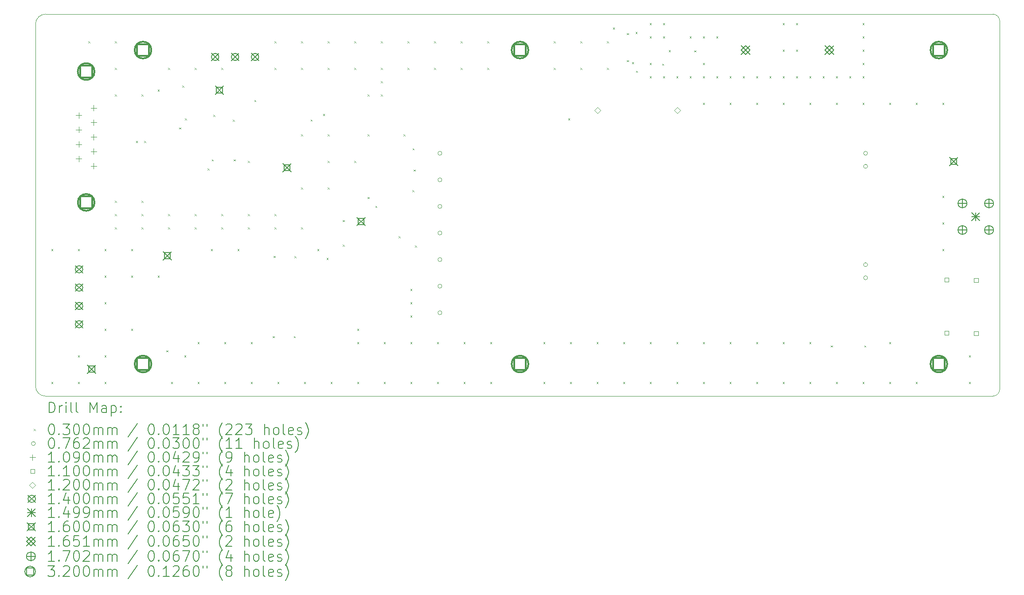
<source format=gbr>
%TF.GenerationSoftware,KiCad,Pcbnew,8.0.6*%
%TF.CreationDate,2025-03-03T14:33:04-05:00*%
%TF.ProjectId,SiPM_Bias_Board,5369504d-5f42-4696-9173-5f426f617264,rev?*%
%TF.SameCoordinates,Original*%
%TF.FileFunction,Drillmap*%
%TF.FilePolarity,Positive*%
%FSLAX45Y45*%
G04 Gerber Fmt 4.5, Leading zero omitted, Abs format (unit mm)*
G04 Created by KiCad (PCBNEW 8.0.6) date 2025-03-03 14:33:04*
%MOMM*%
%LPD*%
G01*
G04 APERTURE LIST*
%ADD10C,0.050000*%
%ADD11C,0.200000*%
%ADD12C,0.100000*%
%ADD13C,0.109000*%
%ADD14C,0.110000*%
%ADD15C,0.120000*%
%ADD16C,0.140000*%
%ADD17C,0.149860*%
%ADD18C,0.160000*%
%ADD19C,0.165100*%
%ADD20C,0.170180*%
%ADD21C,0.320000*%
G04 APERTURE END LIST*
D10*
X23993500Y-6196500D02*
X23993500Y-13245000D01*
X23865599Y-13371228D02*
X5769000Y-13372000D01*
X5578500Y-6260000D02*
X5578500Y-13181500D01*
X5769000Y-13372000D02*
G75*
G02*
X5578500Y-13181500I0J190500D01*
G01*
X5578500Y-6260000D02*
G75*
G02*
X5769017Y-6071235I192380J-3640D01*
G01*
X23993500Y-13245000D02*
G75*
G02*
X23865599Y-13371228I-127660J1440D01*
G01*
X5769017Y-6071235D02*
X23865597Y-6070403D01*
X23865597Y-6070403D02*
G75*
G02*
X23992983Y-6196524I-4837J-132277D01*
G01*
D11*
D12*
X5881000Y-10563000D02*
X5911000Y-10593000D01*
X5911000Y-10563000D02*
X5881000Y-10593000D01*
X5881000Y-13103000D02*
X5911000Y-13133000D01*
X5911000Y-13103000D02*
X5881000Y-13133000D01*
X6389000Y-10563000D02*
X6419000Y-10593000D01*
X6419000Y-10563000D02*
X6389000Y-10593000D01*
X6389000Y-12595000D02*
X6419000Y-12625000D01*
X6419000Y-12595000D02*
X6389000Y-12625000D01*
X6389000Y-13103000D02*
X6419000Y-13133000D01*
X6419000Y-13103000D02*
X6389000Y-13133000D01*
X6589000Y-6589000D02*
X6619000Y-6619000D01*
X6619000Y-6589000D02*
X6589000Y-6619000D01*
X6897000Y-10563000D02*
X6927000Y-10593000D01*
X6927000Y-10563000D02*
X6897000Y-10593000D01*
X6897000Y-11071000D02*
X6927000Y-11101000D01*
X6927000Y-11071000D02*
X6897000Y-11101000D01*
X6897000Y-11579000D02*
X6927000Y-11609000D01*
X6927000Y-11579000D02*
X6897000Y-11609000D01*
X6897000Y-12087000D02*
X6927000Y-12117000D01*
X6927000Y-12087000D02*
X6897000Y-12117000D01*
X6897000Y-12595000D02*
X6927000Y-12625000D01*
X6927000Y-12595000D02*
X6897000Y-12625000D01*
X6897000Y-13103000D02*
X6927000Y-13133000D01*
X6927000Y-13103000D02*
X6897000Y-13133000D01*
X7097000Y-6589000D02*
X7127000Y-6619000D01*
X7127000Y-6589000D02*
X7097000Y-6619000D01*
X7097000Y-7097000D02*
X7127000Y-7127000D01*
X7127000Y-7097000D02*
X7097000Y-7127000D01*
X7097000Y-7605000D02*
X7127000Y-7635000D01*
X7127000Y-7605000D02*
X7097000Y-7635000D01*
X7097000Y-9637000D02*
X7127000Y-9667000D01*
X7127000Y-9637000D02*
X7097000Y-9667000D01*
X7097000Y-9891000D02*
X7127000Y-9921000D01*
X7127000Y-9891000D02*
X7097000Y-9921000D01*
X7097000Y-10145000D02*
X7127000Y-10175000D01*
X7127000Y-10145000D02*
X7097000Y-10175000D01*
X7405000Y-10563000D02*
X7435000Y-10593000D01*
X7435000Y-10563000D02*
X7405000Y-10593000D01*
X7405000Y-11071000D02*
X7435000Y-11101000D01*
X7435000Y-11071000D02*
X7405000Y-11101000D01*
X7405000Y-12087000D02*
X7435000Y-12117000D01*
X7435000Y-12087000D02*
X7405000Y-12117000D01*
X7497000Y-8497000D02*
X7527000Y-8527000D01*
X7527000Y-8497000D02*
X7497000Y-8527000D01*
X7605000Y-7605000D02*
X7635000Y-7635000D01*
X7635000Y-7605000D02*
X7605000Y-7635000D01*
X7605000Y-9637000D02*
X7635000Y-9667000D01*
X7635000Y-9637000D02*
X7605000Y-9667000D01*
X7605000Y-9891000D02*
X7635000Y-9921000D01*
X7635000Y-9891000D02*
X7605000Y-9921000D01*
X7605000Y-10145000D02*
X7635000Y-10175000D01*
X7635000Y-10145000D02*
X7605000Y-10175000D01*
X7653000Y-8496000D02*
X7683000Y-8526000D01*
X7683000Y-8496000D02*
X7653000Y-8526000D01*
X7913000Y-7515000D02*
X7943000Y-7545000D01*
X7943000Y-7515000D02*
X7913000Y-7545000D01*
X7913000Y-11071000D02*
X7943000Y-11101000D01*
X7943000Y-11071000D02*
X7913000Y-11101000D01*
X8078000Y-12496000D02*
X8108000Y-12526000D01*
X8108000Y-12496000D02*
X8078000Y-12526000D01*
X8113000Y-7097000D02*
X8143000Y-7127000D01*
X8143000Y-7097000D02*
X8113000Y-7127000D01*
X8113000Y-9891000D02*
X8143000Y-9921000D01*
X8143000Y-9891000D02*
X8113000Y-9921000D01*
X8113000Y-10145000D02*
X8143000Y-10175000D01*
X8143000Y-10145000D02*
X8113000Y-10175000D01*
X8167000Y-13103000D02*
X8197000Y-13133000D01*
X8197000Y-13103000D02*
X8167000Y-13133000D01*
X8324000Y-8238000D02*
X8354000Y-8268000D01*
X8354000Y-8238000D02*
X8324000Y-8268000D01*
X8382000Y-7436000D02*
X8412000Y-7466000D01*
X8412000Y-7436000D02*
X8382000Y-7466000D01*
X8421000Y-12595000D02*
X8451000Y-12625000D01*
X8451000Y-12595000D02*
X8421000Y-12625000D01*
X8433000Y-8062000D02*
X8463000Y-8092000D01*
X8463000Y-8062000D02*
X8433000Y-8092000D01*
X8621000Y-7097000D02*
X8651000Y-7127000D01*
X8651000Y-7097000D02*
X8621000Y-7127000D01*
X8621000Y-9891000D02*
X8651000Y-9921000D01*
X8651000Y-9891000D02*
X8621000Y-9921000D01*
X8621000Y-10145000D02*
X8651000Y-10175000D01*
X8651000Y-10145000D02*
X8621000Y-10175000D01*
X8675000Y-12341000D02*
X8705000Y-12371000D01*
X8705000Y-12341000D02*
X8675000Y-12371000D01*
X8675000Y-13103000D02*
X8705000Y-13133000D01*
X8705000Y-13103000D02*
X8675000Y-13133000D01*
X8864000Y-9020000D02*
X8894000Y-9050000D01*
X8894000Y-9020000D02*
X8864000Y-9050000D01*
X8929000Y-10563000D02*
X8959000Y-10593000D01*
X8959000Y-10563000D02*
X8929000Y-10593000D01*
X8945000Y-8848000D02*
X8975000Y-8878000D01*
X8975000Y-8848000D02*
X8945000Y-8878000D01*
X8974000Y-7995000D02*
X9004000Y-8025000D01*
X9004000Y-7995000D02*
X8974000Y-8025000D01*
X9129000Y-7097000D02*
X9159000Y-7127000D01*
X9159000Y-7097000D02*
X9129000Y-7127000D01*
X9129000Y-9891000D02*
X9159000Y-9921000D01*
X9159000Y-9891000D02*
X9129000Y-9921000D01*
X9129000Y-10145000D02*
X9159000Y-10175000D01*
X9159000Y-10145000D02*
X9129000Y-10175000D01*
X9183000Y-12341000D02*
X9213000Y-12371000D01*
X9213000Y-12341000D02*
X9183000Y-12371000D01*
X9183000Y-13103000D02*
X9213000Y-13133000D01*
X9213000Y-13103000D02*
X9183000Y-13133000D01*
X9347000Y-8091000D02*
X9377000Y-8121000D01*
X9377000Y-8091000D02*
X9347000Y-8121000D01*
X9365000Y-8848000D02*
X9395000Y-8878000D01*
X9395000Y-8848000D02*
X9365000Y-8878000D01*
X9437000Y-10563000D02*
X9467000Y-10593000D01*
X9467000Y-10563000D02*
X9437000Y-10593000D01*
X9637000Y-8875000D02*
X9667000Y-8905000D01*
X9667000Y-8875000D02*
X9637000Y-8905000D01*
X9637000Y-9891000D02*
X9667000Y-9921000D01*
X9667000Y-9891000D02*
X9637000Y-9921000D01*
X9637000Y-10145000D02*
X9667000Y-10175000D01*
X9667000Y-10145000D02*
X9637000Y-10175000D01*
X9691000Y-12341000D02*
X9721000Y-12371000D01*
X9721000Y-12341000D02*
X9691000Y-12371000D01*
X9691000Y-13103000D02*
X9721000Y-13133000D01*
X9721000Y-13103000D02*
X9691000Y-13133000D01*
X9757000Y-7711000D02*
X9787000Y-7741000D01*
X9787000Y-7711000D02*
X9757000Y-7741000D01*
X10107000Y-12226000D02*
X10137000Y-12256000D01*
X10137000Y-12226000D02*
X10107000Y-12256000D01*
X10125000Y-10693000D02*
X10155000Y-10723000D01*
X10155000Y-10693000D02*
X10125000Y-10723000D01*
X10145000Y-6589000D02*
X10175000Y-6619000D01*
X10175000Y-6589000D02*
X10145000Y-6619000D01*
X10145000Y-7097000D02*
X10175000Y-7127000D01*
X10175000Y-7097000D02*
X10145000Y-7127000D01*
X10145000Y-9891000D02*
X10175000Y-9921000D01*
X10175000Y-9891000D02*
X10145000Y-9921000D01*
X10145000Y-10145000D02*
X10175000Y-10175000D01*
X10175000Y-10145000D02*
X10145000Y-10175000D01*
X10199000Y-13103000D02*
X10229000Y-13133000D01*
X10229000Y-13103000D02*
X10199000Y-13133000D01*
X10512000Y-12227000D02*
X10542000Y-12257000D01*
X10542000Y-12227000D02*
X10512000Y-12257000D01*
X10522000Y-10695000D02*
X10552000Y-10725000D01*
X10552000Y-10695000D02*
X10522000Y-10725000D01*
X10653000Y-6589000D02*
X10683000Y-6619000D01*
X10683000Y-6589000D02*
X10653000Y-6619000D01*
X10653000Y-7097000D02*
X10683000Y-7127000D01*
X10683000Y-7097000D02*
X10653000Y-7127000D01*
X10653000Y-8367000D02*
X10683000Y-8397000D01*
X10683000Y-8367000D02*
X10653000Y-8397000D01*
X10653000Y-9383000D02*
X10683000Y-9413000D01*
X10683000Y-9383000D02*
X10653000Y-9413000D01*
X10653000Y-10145000D02*
X10683000Y-10175000D01*
X10683000Y-10145000D02*
X10653000Y-10175000D01*
X10707000Y-13103000D02*
X10737000Y-13133000D01*
X10737000Y-13103000D02*
X10707000Y-13133000D01*
X10834000Y-8086500D02*
X10864000Y-8116500D01*
X10864000Y-8086500D02*
X10834000Y-8116500D01*
X10961000Y-10563000D02*
X10991000Y-10593000D01*
X10991000Y-10563000D02*
X10961000Y-10593000D01*
X11068540Y-7978560D02*
X11098540Y-8008560D01*
X11098540Y-7978560D02*
X11068540Y-8008560D01*
X11137000Y-10733000D02*
X11167000Y-10763000D01*
X11167000Y-10733000D02*
X11137000Y-10763000D01*
X11161000Y-6589000D02*
X11191000Y-6619000D01*
X11191000Y-6589000D02*
X11161000Y-6619000D01*
X11161000Y-7097000D02*
X11191000Y-7127000D01*
X11191000Y-7097000D02*
X11161000Y-7127000D01*
X11161000Y-8367000D02*
X11191000Y-8397000D01*
X11191000Y-8367000D02*
X11161000Y-8397000D01*
X11161000Y-8875000D02*
X11191000Y-8905000D01*
X11191000Y-8875000D02*
X11161000Y-8905000D01*
X11161000Y-9383000D02*
X11191000Y-9413000D01*
X11191000Y-9383000D02*
X11161000Y-9413000D01*
X11215000Y-13103000D02*
X11245000Y-13133000D01*
X11245000Y-13103000D02*
X11215000Y-13133000D01*
X11446000Y-10009000D02*
X11476000Y-10039000D01*
X11476000Y-10009000D02*
X11446000Y-10039000D01*
X11446000Y-10476000D02*
X11476000Y-10506000D01*
X11476000Y-10476000D02*
X11446000Y-10506000D01*
X11669000Y-6589000D02*
X11699000Y-6619000D01*
X11699000Y-6589000D02*
X11669000Y-6619000D01*
X11669000Y-7097000D02*
X11699000Y-7127000D01*
X11699000Y-7097000D02*
X11669000Y-7127000D01*
X11669000Y-8875000D02*
X11699000Y-8905000D01*
X11699000Y-8875000D02*
X11669000Y-8905000D01*
X11723000Y-12087000D02*
X11753000Y-12117000D01*
X11753000Y-12087000D02*
X11723000Y-12117000D01*
X11723000Y-12341000D02*
X11753000Y-12371000D01*
X11753000Y-12341000D02*
X11723000Y-12371000D01*
X11723000Y-13103000D02*
X11753000Y-13133000D01*
X11753000Y-13103000D02*
X11723000Y-13133000D01*
X11921120Y-9567320D02*
X11951120Y-9597320D01*
X11951120Y-9567320D02*
X11921120Y-9597320D01*
X11923000Y-7605000D02*
X11953000Y-7635000D01*
X11953000Y-7605000D02*
X11923000Y-7635000D01*
X11923000Y-8367000D02*
X11953000Y-8397000D01*
X11953000Y-8367000D02*
X11923000Y-8397000D01*
X12069000Y-9735000D02*
X12099000Y-9765000D01*
X12099000Y-9735000D02*
X12069000Y-9765000D01*
X12177000Y-6589000D02*
X12207000Y-6619000D01*
X12207000Y-6589000D02*
X12177000Y-6619000D01*
X12177000Y-7097000D02*
X12207000Y-7127000D01*
X12207000Y-7097000D02*
X12177000Y-7127000D01*
X12177000Y-7351000D02*
X12207000Y-7381000D01*
X12207000Y-7351000D02*
X12177000Y-7381000D01*
X12177000Y-7605000D02*
X12207000Y-7635000D01*
X12207000Y-7605000D02*
X12177000Y-7635000D01*
X12231000Y-12341000D02*
X12261000Y-12371000D01*
X12261000Y-12341000D02*
X12231000Y-12371000D01*
X12231000Y-13103000D02*
X12261000Y-13133000D01*
X12261000Y-13103000D02*
X12231000Y-13133000D01*
X12515000Y-10314000D02*
X12545000Y-10344000D01*
X12545000Y-10314000D02*
X12515000Y-10344000D01*
X12608800Y-8367000D02*
X12638800Y-8397000D01*
X12638800Y-8367000D02*
X12608800Y-8397000D01*
X12685000Y-6589000D02*
X12715000Y-6619000D01*
X12715000Y-6589000D02*
X12685000Y-6619000D01*
X12685000Y-7097000D02*
X12715000Y-7127000D01*
X12715000Y-7097000D02*
X12685000Y-7127000D01*
X12739000Y-11325000D02*
X12769000Y-11355000D01*
X12769000Y-11325000D02*
X12739000Y-11355000D01*
X12739000Y-11579000D02*
X12769000Y-11609000D01*
X12769000Y-11579000D02*
X12739000Y-11609000D01*
X12739000Y-11833000D02*
X12769000Y-11863000D01*
X12769000Y-11833000D02*
X12739000Y-11863000D01*
X12739000Y-12341000D02*
X12769000Y-12371000D01*
X12769000Y-12341000D02*
X12739000Y-12371000D01*
X12739000Y-13103000D02*
X12769000Y-13133000D01*
X12769000Y-13103000D02*
X12739000Y-13133000D01*
X12776440Y-9433800D02*
X12806440Y-9463800D01*
X12806440Y-9433800D02*
X12776440Y-9463800D01*
X12781520Y-8636240D02*
X12811520Y-8666240D01*
X12811520Y-8636240D02*
X12781520Y-8666240D01*
X12801000Y-9040000D02*
X12831000Y-9070000D01*
X12831000Y-9040000D02*
X12801000Y-9070000D01*
X12828000Y-10496000D02*
X12858000Y-10526000D01*
X12858000Y-10496000D02*
X12828000Y-10526000D01*
X13193000Y-6589000D02*
X13223000Y-6619000D01*
X13223000Y-6589000D02*
X13193000Y-6619000D01*
X13193000Y-7097000D02*
X13223000Y-7127000D01*
X13223000Y-7097000D02*
X13193000Y-7127000D01*
X13247000Y-12341000D02*
X13277000Y-12371000D01*
X13277000Y-12341000D02*
X13247000Y-12371000D01*
X13247000Y-13103000D02*
X13277000Y-13133000D01*
X13277000Y-13103000D02*
X13247000Y-13133000D01*
X13701000Y-6589000D02*
X13731000Y-6619000D01*
X13731000Y-6589000D02*
X13701000Y-6619000D01*
X13701000Y-7097000D02*
X13731000Y-7127000D01*
X13731000Y-7097000D02*
X13701000Y-7127000D01*
X13755000Y-12341000D02*
X13785000Y-12371000D01*
X13785000Y-12341000D02*
X13755000Y-12371000D01*
X13755000Y-13103000D02*
X13785000Y-13133000D01*
X13785000Y-13103000D02*
X13755000Y-13133000D01*
X14209000Y-6589000D02*
X14239000Y-6619000D01*
X14239000Y-6589000D02*
X14209000Y-6619000D01*
X14209000Y-7097000D02*
X14239000Y-7127000D01*
X14239000Y-7097000D02*
X14209000Y-7127000D01*
X14263000Y-12341000D02*
X14293000Y-12371000D01*
X14293000Y-12341000D02*
X14263000Y-12371000D01*
X14263000Y-13103000D02*
X14293000Y-13133000D01*
X14293000Y-13103000D02*
X14263000Y-13133000D01*
X15279000Y-12341000D02*
X15309000Y-12371000D01*
X15309000Y-12341000D02*
X15279000Y-12371000D01*
X15279000Y-13103000D02*
X15309000Y-13133000D01*
X15309000Y-13103000D02*
X15279000Y-13133000D01*
X15479000Y-6589000D02*
X15509000Y-6619000D01*
X15509000Y-6589000D02*
X15479000Y-6619000D01*
X15479000Y-7097000D02*
X15509000Y-7127000D01*
X15509000Y-7097000D02*
X15479000Y-7127000D01*
X15754000Y-8062000D02*
X15784000Y-8092000D01*
X15784000Y-8062000D02*
X15754000Y-8092000D01*
X15787000Y-12341000D02*
X15817000Y-12371000D01*
X15817000Y-12341000D02*
X15787000Y-12371000D01*
X15787000Y-13103000D02*
X15817000Y-13133000D01*
X15817000Y-13103000D02*
X15787000Y-13133000D01*
X15987000Y-6589000D02*
X16017000Y-6619000D01*
X16017000Y-6589000D02*
X15987000Y-6619000D01*
X15987000Y-7097000D02*
X16017000Y-7127000D01*
X16017000Y-7097000D02*
X15987000Y-7127000D01*
X16295000Y-12341000D02*
X16325000Y-12371000D01*
X16325000Y-12341000D02*
X16295000Y-12371000D01*
X16295000Y-13103000D02*
X16325000Y-13133000D01*
X16325000Y-13103000D02*
X16295000Y-13133000D01*
X16495000Y-6589000D02*
X16525000Y-6619000D01*
X16525000Y-6589000D02*
X16495000Y-6619000D01*
X16495000Y-7097000D02*
X16525000Y-7127000D01*
X16525000Y-7097000D02*
X16495000Y-7127000D01*
X16605500Y-6327000D02*
X16635500Y-6357000D01*
X16635500Y-6327000D02*
X16605500Y-6357000D01*
X16803000Y-12341000D02*
X16833000Y-12371000D01*
X16833000Y-12341000D02*
X16803000Y-12371000D01*
X16803000Y-13103000D02*
X16833000Y-13133000D01*
X16833000Y-13103000D02*
X16803000Y-13133000D01*
X16873500Y-6435000D02*
X16903500Y-6465000D01*
X16903500Y-6435000D02*
X16873500Y-6465000D01*
X16875500Y-6950000D02*
X16905500Y-6980000D01*
X16905500Y-6950000D02*
X16875500Y-6980000D01*
X16969500Y-6989000D02*
X16999500Y-7019000D01*
X16999500Y-6989000D02*
X16969500Y-7019000D01*
X17038500Y-6414000D02*
X17068500Y-6444000D01*
X17068500Y-6414000D02*
X17038500Y-6444000D01*
X17048500Y-7152000D02*
X17078500Y-7182000D01*
X17078500Y-7152000D02*
X17048500Y-7182000D01*
X17311000Y-6245000D02*
X17341000Y-6275000D01*
X17341000Y-6245000D02*
X17311000Y-6275000D01*
X17311000Y-6499000D02*
X17341000Y-6529000D01*
X17341000Y-6499000D02*
X17311000Y-6529000D01*
X17311000Y-7007000D02*
X17341000Y-7037000D01*
X17341000Y-7007000D02*
X17311000Y-7037000D01*
X17311000Y-7261000D02*
X17341000Y-7291000D01*
X17341000Y-7261000D02*
X17311000Y-7291000D01*
X17311000Y-12341000D02*
X17341000Y-12371000D01*
X17341000Y-12341000D02*
X17311000Y-12371000D01*
X17311000Y-13103000D02*
X17341000Y-13133000D01*
X17341000Y-13103000D02*
X17311000Y-13133000D01*
X17547500Y-7019000D02*
X17577500Y-7049000D01*
X17577500Y-7019000D02*
X17547500Y-7049000D01*
X17565000Y-6245000D02*
X17595000Y-6275000D01*
X17595000Y-6245000D02*
X17565000Y-6275000D01*
X17565000Y-6499000D02*
X17595000Y-6529000D01*
X17595000Y-6499000D02*
X17565000Y-6529000D01*
X17565000Y-7261000D02*
X17595000Y-7291000D01*
X17595000Y-7261000D02*
X17565000Y-7291000D01*
X17672500Y-6761000D02*
X17702500Y-6791000D01*
X17702500Y-6761000D02*
X17672500Y-6791000D01*
X17819000Y-7261000D02*
X17849000Y-7291000D01*
X17849000Y-7261000D02*
X17819000Y-7291000D01*
X17819000Y-12341000D02*
X17849000Y-12371000D01*
X17849000Y-12341000D02*
X17819000Y-12371000D01*
X17819000Y-13103000D02*
X17849000Y-13133000D01*
X17849000Y-13103000D02*
X17819000Y-13133000D01*
X18073000Y-6499000D02*
X18103000Y-6529000D01*
X18103000Y-6499000D02*
X18073000Y-6529000D01*
X18073000Y-7261000D02*
X18103000Y-7291000D01*
X18103000Y-7261000D02*
X18073000Y-7291000D01*
X18160000Y-6765700D02*
X18190000Y-6795700D01*
X18190000Y-6765700D02*
X18160000Y-6795700D01*
X18327000Y-6499000D02*
X18357000Y-6529000D01*
X18357000Y-6499000D02*
X18327000Y-6529000D01*
X18327000Y-7007000D02*
X18357000Y-7037000D01*
X18357000Y-7007000D02*
X18327000Y-7037000D01*
X18327000Y-7261000D02*
X18357000Y-7291000D01*
X18357000Y-7261000D02*
X18327000Y-7291000D01*
X18327000Y-7769000D02*
X18357000Y-7799000D01*
X18357000Y-7769000D02*
X18327000Y-7799000D01*
X18327000Y-12341000D02*
X18357000Y-12371000D01*
X18357000Y-12341000D02*
X18327000Y-12371000D01*
X18327000Y-13103000D02*
X18357000Y-13133000D01*
X18357000Y-13103000D02*
X18327000Y-13133000D01*
X18581000Y-6499000D02*
X18611000Y-6529000D01*
X18611000Y-6499000D02*
X18581000Y-6529000D01*
X18581000Y-7261000D02*
X18611000Y-7291000D01*
X18611000Y-7261000D02*
X18581000Y-7291000D01*
X18835000Y-7261000D02*
X18865000Y-7291000D01*
X18865000Y-7261000D02*
X18835000Y-7291000D01*
X18835000Y-7769000D02*
X18865000Y-7799000D01*
X18865000Y-7769000D02*
X18835000Y-7799000D01*
X18835000Y-12341000D02*
X18865000Y-12371000D01*
X18865000Y-12341000D02*
X18835000Y-12371000D01*
X18835000Y-13103000D02*
X18865000Y-13133000D01*
X18865000Y-13103000D02*
X18835000Y-13133000D01*
X19089000Y-7261000D02*
X19119000Y-7291000D01*
X19119000Y-7261000D02*
X19089000Y-7291000D01*
X19343000Y-7261000D02*
X19373000Y-7291000D01*
X19373000Y-7261000D02*
X19343000Y-7291000D01*
X19343000Y-7769000D02*
X19373000Y-7799000D01*
X19373000Y-7769000D02*
X19343000Y-7799000D01*
X19343000Y-12341000D02*
X19373000Y-12371000D01*
X19373000Y-12341000D02*
X19343000Y-12371000D01*
X19343000Y-13103000D02*
X19373000Y-13133000D01*
X19373000Y-13103000D02*
X19343000Y-13133000D01*
X19597000Y-7261000D02*
X19627000Y-7291000D01*
X19627000Y-7261000D02*
X19597000Y-7291000D01*
X19851000Y-6245000D02*
X19881000Y-6275000D01*
X19881000Y-6245000D02*
X19851000Y-6275000D01*
X19851000Y-6753000D02*
X19881000Y-6783000D01*
X19881000Y-6753000D02*
X19851000Y-6783000D01*
X19851000Y-7261000D02*
X19881000Y-7291000D01*
X19881000Y-7261000D02*
X19851000Y-7291000D01*
X19851000Y-7769000D02*
X19881000Y-7799000D01*
X19881000Y-7769000D02*
X19851000Y-7799000D01*
X19851000Y-12341000D02*
X19881000Y-12371000D01*
X19881000Y-12341000D02*
X19851000Y-12371000D01*
X19851000Y-13103000D02*
X19881000Y-13133000D01*
X19881000Y-13103000D02*
X19851000Y-13133000D01*
X20105000Y-6245000D02*
X20135000Y-6275000D01*
X20135000Y-6245000D02*
X20105000Y-6275000D01*
X20105000Y-6753000D02*
X20135000Y-6783000D01*
X20135000Y-6753000D02*
X20105000Y-6783000D01*
X20105000Y-7261000D02*
X20135000Y-7291000D01*
X20135000Y-7261000D02*
X20105000Y-7291000D01*
X20359000Y-7261000D02*
X20389000Y-7291000D01*
X20389000Y-7261000D02*
X20359000Y-7291000D01*
X20359000Y-7769000D02*
X20389000Y-7799000D01*
X20389000Y-7769000D02*
X20359000Y-7799000D01*
X20359000Y-12341000D02*
X20389000Y-12371000D01*
X20389000Y-12341000D02*
X20359000Y-12371000D01*
X20359000Y-13103000D02*
X20389000Y-13133000D01*
X20389000Y-13103000D02*
X20359000Y-13133000D01*
X20613000Y-7261000D02*
X20643000Y-7291000D01*
X20643000Y-7261000D02*
X20613000Y-7291000D01*
X20770328Y-12403424D02*
X20800328Y-12433424D01*
X20800328Y-12403424D02*
X20770328Y-12433424D01*
X20867000Y-7261000D02*
X20897000Y-7291000D01*
X20897000Y-7261000D02*
X20867000Y-7291000D01*
X20867000Y-7769000D02*
X20897000Y-7799000D01*
X20897000Y-7769000D02*
X20867000Y-7799000D01*
X20867000Y-13103000D02*
X20897000Y-13133000D01*
X20897000Y-13103000D02*
X20867000Y-13133000D01*
X21121000Y-7261000D02*
X21151000Y-7291000D01*
X21151000Y-7261000D02*
X21121000Y-7291000D01*
X21375000Y-6245000D02*
X21405000Y-6275000D01*
X21405000Y-6245000D02*
X21375000Y-6275000D01*
X21375000Y-6499000D02*
X21405000Y-6529000D01*
X21405000Y-6499000D02*
X21375000Y-6529000D01*
X21375000Y-6753000D02*
X21405000Y-6783000D01*
X21405000Y-6753000D02*
X21375000Y-6783000D01*
X21375000Y-7007000D02*
X21405000Y-7037000D01*
X21405000Y-7007000D02*
X21375000Y-7037000D01*
X21375000Y-7261000D02*
X21405000Y-7291000D01*
X21405000Y-7261000D02*
X21375000Y-7291000D01*
X21375000Y-7769000D02*
X21405000Y-7799000D01*
X21405000Y-7769000D02*
X21375000Y-7799000D01*
X21375000Y-13103000D02*
X21405000Y-13133000D01*
X21405000Y-13103000D02*
X21375000Y-13133000D01*
X21408000Y-12404000D02*
X21438000Y-12434000D01*
X21438000Y-12404000D02*
X21408000Y-12434000D01*
X21883000Y-7769000D02*
X21913000Y-7799000D01*
X21913000Y-7769000D02*
X21883000Y-7799000D01*
X21883000Y-12341000D02*
X21913000Y-12371000D01*
X21913000Y-12341000D02*
X21883000Y-12371000D01*
X21883000Y-13103000D02*
X21913000Y-13133000D01*
X21913000Y-13103000D02*
X21883000Y-13133000D01*
X22391000Y-7769000D02*
X22421000Y-7799000D01*
X22421000Y-7769000D02*
X22391000Y-7799000D01*
X22391000Y-13103000D02*
X22421000Y-13133000D01*
X22421000Y-13103000D02*
X22391000Y-13133000D01*
X22899000Y-7769000D02*
X22929000Y-7799000D01*
X22929000Y-7769000D02*
X22899000Y-7799000D01*
X22899000Y-9547000D02*
X22929000Y-9577000D01*
X22929000Y-9547000D02*
X22899000Y-9577000D01*
X22899000Y-10055000D02*
X22929000Y-10085000D01*
X22929000Y-10055000D02*
X22899000Y-10085000D01*
X22899000Y-10563000D02*
X22929000Y-10593000D01*
X22929000Y-10563000D02*
X22899000Y-10593000D01*
X23407000Y-12595000D02*
X23437000Y-12625000D01*
X23437000Y-12595000D02*
X23407000Y-12625000D01*
X23407000Y-13103000D02*
X23437000Y-13133000D01*
X23437000Y-13103000D02*
X23407000Y-13133000D01*
X13340100Y-8730000D02*
G75*
G02*
X13263900Y-8730000I-38100J0D01*
G01*
X13263900Y-8730000D02*
G75*
G02*
X13340100Y-8730000I38100J0D01*
G01*
X13340100Y-9238000D02*
G75*
G02*
X13263900Y-9238000I-38100J0D01*
G01*
X13263900Y-9238000D02*
G75*
G02*
X13340100Y-9238000I38100J0D01*
G01*
X13340100Y-9746000D02*
G75*
G02*
X13263900Y-9746000I-38100J0D01*
G01*
X13263900Y-9746000D02*
G75*
G02*
X13340100Y-9746000I38100J0D01*
G01*
X13340100Y-10254000D02*
G75*
G02*
X13263900Y-10254000I-38100J0D01*
G01*
X13263900Y-10254000D02*
G75*
G02*
X13340100Y-10254000I38100J0D01*
G01*
X13340100Y-10762000D02*
G75*
G02*
X13263900Y-10762000I-38100J0D01*
G01*
X13263900Y-10762000D02*
G75*
G02*
X13340100Y-10762000I38100J0D01*
G01*
X13340100Y-11270000D02*
G75*
G02*
X13263900Y-11270000I-38100J0D01*
G01*
X13263900Y-11270000D02*
G75*
G02*
X13340100Y-11270000I38100J0D01*
G01*
X13340100Y-11778000D02*
G75*
G02*
X13263900Y-11778000I-38100J0D01*
G01*
X13263900Y-11778000D02*
G75*
G02*
X13340100Y-11778000I38100J0D01*
G01*
X21470100Y-8730000D02*
G75*
G02*
X21393900Y-8730000I-38100J0D01*
G01*
X21393900Y-8730000D02*
G75*
G02*
X21470100Y-8730000I38100J0D01*
G01*
X21470100Y-8980000D02*
G75*
G02*
X21393900Y-8980000I-38100J0D01*
G01*
X21393900Y-8980000D02*
G75*
G02*
X21470100Y-8980000I38100J0D01*
G01*
X21470100Y-10860000D02*
G75*
G02*
X21393900Y-10860000I-38100J0D01*
G01*
X21393900Y-10860000D02*
G75*
G02*
X21470100Y-10860000I38100J0D01*
G01*
X21470100Y-11110000D02*
G75*
G02*
X21393900Y-11110000I-38100J0D01*
G01*
X21393900Y-11110000D02*
G75*
G02*
X21470100Y-11110000I38100J0D01*
G01*
D13*
X6404000Y-7949000D02*
X6404000Y-8058000D01*
X6349500Y-8003500D02*
X6458500Y-8003500D01*
X6404000Y-8226000D02*
X6404000Y-8335000D01*
X6349500Y-8280500D02*
X6458500Y-8280500D01*
X6404000Y-8503000D02*
X6404000Y-8612000D01*
X6349500Y-8557500D02*
X6458500Y-8557500D01*
X6404000Y-8780000D02*
X6404000Y-8889000D01*
X6349500Y-8834500D02*
X6458500Y-8834500D01*
X6688000Y-7810500D02*
X6688000Y-7919500D01*
X6633500Y-7865000D02*
X6742500Y-7865000D01*
X6688000Y-8087500D02*
X6688000Y-8196500D01*
X6633500Y-8142000D02*
X6742500Y-8142000D01*
X6688000Y-8364500D02*
X6688000Y-8473500D01*
X6633500Y-8419000D02*
X6742500Y-8419000D01*
X6688000Y-8641500D02*
X6688000Y-8750500D01*
X6633500Y-8696000D02*
X6742500Y-8696000D01*
X6688000Y-8918500D02*
X6688000Y-9027500D01*
X6633500Y-8973000D02*
X6742500Y-8973000D01*
D14*
X23016391Y-11188391D02*
X23016391Y-11110609D01*
X22938609Y-11110609D01*
X22938609Y-11188391D01*
X23016391Y-11188391D01*
X23016391Y-12204391D02*
X23016391Y-12126609D01*
X22938609Y-12126609D01*
X22938609Y-12204391D01*
X23016391Y-12204391D01*
X23581891Y-11195891D02*
X23581891Y-11118109D01*
X23504109Y-11118109D01*
X23504109Y-11195891D01*
X23581891Y-11195891D01*
X23581891Y-12211891D02*
X23581891Y-12134109D01*
X23504109Y-12134109D01*
X23504109Y-12211891D01*
X23581891Y-12211891D01*
D15*
X16310000Y-7971000D02*
X16370000Y-7911000D01*
X16310000Y-7851000D01*
X16250000Y-7911000D01*
X16310000Y-7971000D01*
X17834000Y-7971000D02*
X17894000Y-7911000D01*
X17834000Y-7851000D01*
X17774000Y-7911000D01*
X17834000Y-7971000D01*
D16*
X6341000Y-10878000D02*
X6481000Y-11018000D01*
X6481000Y-10878000D02*
X6341000Y-11018000D01*
X6481000Y-10948000D02*
G75*
G02*
X6341000Y-10948000I-70000J0D01*
G01*
X6341000Y-10948000D02*
G75*
G02*
X6481000Y-10948000I70000J0D01*
G01*
X6341000Y-11228000D02*
X6481000Y-11368000D01*
X6481000Y-11228000D02*
X6341000Y-11368000D01*
X6481000Y-11298000D02*
G75*
G02*
X6341000Y-11298000I-70000J0D01*
G01*
X6341000Y-11298000D02*
G75*
G02*
X6481000Y-11298000I70000J0D01*
G01*
X6341000Y-11578000D02*
X6481000Y-11718000D01*
X6481000Y-11578000D02*
X6341000Y-11718000D01*
X6481000Y-11648000D02*
G75*
G02*
X6341000Y-11648000I-70000J0D01*
G01*
X6341000Y-11648000D02*
G75*
G02*
X6481000Y-11648000I70000J0D01*
G01*
X6341000Y-11928000D02*
X6481000Y-12068000D01*
X6481000Y-11928000D02*
X6341000Y-12068000D01*
X6481000Y-11998000D02*
G75*
G02*
X6341000Y-11998000I-70000J0D01*
G01*
X6341000Y-11998000D02*
G75*
G02*
X6481000Y-11998000I70000J0D01*
G01*
X8940040Y-6819560D02*
X9080040Y-6959560D01*
X9080040Y-6819560D02*
X8940040Y-6959560D01*
X9080040Y-6889560D02*
G75*
G02*
X8940040Y-6889560I-70000J0D01*
G01*
X8940040Y-6889560D02*
G75*
G02*
X9080040Y-6889560I70000J0D01*
G01*
X9321040Y-6819560D02*
X9461040Y-6959560D01*
X9461040Y-6819560D02*
X9321040Y-6959560D01*
X9461040Y-6889560D02*
G75*
G02*
X9321040Y-6889560I-70000J0D01*
G01*
X9321040Y-6889560D02*
G75*
G02*
X9461040Y-6889560I70000J0D01*
G01*
X9702040Y-6819560D02*
X9842040Y-6959560D01*
X9842040Y-6819560D02*
X9702040Y-6959560D01*
X9842040Y-6889560D02*
G75*
G02*
X9702040Y-6889560I-70000J0D01*
G01*
X9702040Y-6889560D02*
G75*
G02*
X9842040Y-6889560I70000J0D01*
G01*
D17*
X23461370Y-9868070D02*
X23611230Y-10017930D01*
X23611230Y-9868070D02*
X23461370Y-10017930D01*
X23536300Y-9868070D02*
X23536300Y-10017930D01*
X23461370Y-9943000D02*
X23611230Y-9943000D01*
D18*
X6572000Y-12775000D02*
X6732000Y-12935000D01*
X6732000Y-12775000D02*
X6572000Y-12935000D01*
X6708569Y-12911569D02*
X6708569Y-12798431D01*
X6595431Y-12798431D01*
X6595431Y-12911569D01*
X6708569Y-12911569D01*
X8017000Y-10608000D02*
X8177000Y-10768000D01*
X8177000Y-10608000D02*
X8017000Y-10768000D01*
X8153569Y-10744569D02*
X8153569Y-10631431D01*
X8040431Y-10631431D01*
X8040431Y-10744569D01*
X8153569Y-10744569D01*
X9011000Y-7447000D02*
X9171000Y-7607000D01*
X9171000Y-7447000D02*
X9011000Y-7607000D01*
X9147569Y-7583569D02*
X9147569Y-7470431D01*
X9034431Y-7470431D01*
X9034431Y-7583569D01*
X9147569Y-7583569D01*
X10302000Y-8926000D02*
X10462000Y-9086000D01*
X10462000Y-8926000D02*
X10302000Y-9086000D01*
X10438569Y-9062569D02*
X10438569Y-8949431D01*
X10325431Y-8949431D01*
X10325431Y-9062569D01*
X10438569Y-9062569D01*
X11718000Y-9955000D02*
X11878000Y-10115000D01*
X11878000Y-9955000D02*
X11718000Y-10115000D01*
X11854569Y-10091569D02*
X11854569Y-9978431D01*
X11741431Y-9978431D01*
X11741431Y-10091569D01*
X11854569Y-10091569D01*
X23034000Y-8810000D02*
X23194000Y-8970000D01*
X23194000Y-8810000D02*
X23034000Y-8970000D01*
X23170569Y-8946569D02*
X23170569Y-8833431D01*
X23057431Y-8833431D01*
X23057431Y-8946569D01*
X23170569Y-8946569D01*
D19*
X19058450Y-6675450D02*
X19223550Y-6840550D01*
X19223550Y-6675450D02*
X19058450Y-6840550D01*
X19141000Y-6840550D02*
X19223550Y-6758000D01*
X19141000Y-6675450D01*
X19058450Y-6758000D01*
X19141000Y-6840550D01*
X20658450Y-6675450D02*
X20823550Y-6840550D01*
X20823550Y-6675450D02*
X20658450Y-6840550D01*
X20741000Y-6840550D02*
X20823550Y-6758000D01*
X20741000Y-6675450D01*
X20658450Y-6758000D01*
X20741000Y-6840550D01*
D20*
X23282300Y-9603910D02*
X23282300Y-9774090D01*
X23197210Y-9689000D02*
X23367390Y-9689000D01*
X23367390Y-9689000D02*
G75*
G02*
X23197210Y-9689000I-85090J0D01*
G01*
X23197210Y-9689000D02*
G75*
G02*
X23367390Y-9689000I85090J0D01*
G01*
X23282300Y-10111910D02*
X23282300Y-10282090D01*
X23197210Y-10197000D02*
X23367390Y-10197000D01*
X23367390Y-10197000D02*
G75*
G02*
X23197210Y-10197000I-85090J0D01*
G01*
X23197210Y-10197000D02*
G75*
G02*
X23367390Y-10197000I85090J0D01*
G01*
X23790300Y-9603910D02*
X23790300Y-9774090D01*
X23705210Y-9689000D02*
X23875390Y-9689000D01*
X23875390Y-9689000D02*
G75*
G02*
X23705210Y-9689000I-85090J0D01*
G01*
X23705210Y-9689000D02*
G75*
G02*
X23875390Y-9689000I85090J0D01*
G01*
X23790300Y-10111910D02*
X23790300Y-10282090D01*
X23705210Y-10197000D02*
X23875390Y-10197000D01*
X23875390Y-10197000D02*
G75*
G02*
X23705210Y-10197000I-85090J0D01*
G01*
X23705210Y-10197000D02*
G75*
G02*
X23875390Y-10197000I85090J0D01*
G01*
D21*
X6659138Y-7282138D02*
X6659138Y-7055862D01*
X6432862Y-7055862D01*
X6432862Y-7282138D01*
X6659138Y-7282138D01*
X6706000Y-7169000D02*
G75*
G02*
X6386000Y-7169000I-160000J0D01*
G01*
X6386000Y-7169000D02*
G75*
G02*
X6706000Y-7169000I160000J0D01*
G01*
X6659138Y-9782138D02*
X6659138Y-9555862D01*
X6432862Y-9555862D01*
X6432862Y-9782138D01*
X6659138Y-9782138D01*
X6706000Y-9669000D02*
G75*
G02*
X6386000Y-9669000I-160000J0D01*
G01*
X6386000Y-9669000D02*
G75*
G02*
X6706000Y-9669000I160000J0D01*
G01*
X7745138Y-6871138D02*
X7745138Y-6644862D01*
X7518862Y-6644862D01*
X7518862Y-6871138D01*
X7745138Y-6871138D01*
X7792000Y-6758000D02*
G75*
G02*
X7472000Y-6758000I-160000J0D01*
G01*
X7472000Y-6758000D02*
G75*
G02*
X7792000Y-6758000I160000J0D01*
G01*
X7745138Y-12871138D02*
X7745138Y-12644862D01*
X7518862Y-12644862D01*
X7518862Y-12871138D01*
X7745138Y-12871138D01*
X7792000Y-12758000D02*
G75*
G02*
X7472000Y-12758000I-160000J0D01*
G01*
X7472000Y-12758000D02*
G75*
G02*
X7792000Y-12758000I160000J0D01*
G01*
X14945138Y-6871138D02*
X14945138Y-6644862D01*
X14718862Y-6644862D01*
X14718862Y-6871138D01*
X14945138Y-6871138D01*
X14992000Y-6758000D02*
G75*
G02*
X14672000Y-6758000I-160000J0D01*
G01*
X14672000Y-6758000D02*
G75*
G02*
X14992000Y-6758000I160000J0D01*
G01*
X14945138Y-12871138D02*
X14945138Y-12644862D01*
X14718862Y-12644862D01*
X14718862Y-12871138D01*
X14945138Y-12871138D01*
X14992000Y-12758000D02*
G75*
G02*
X14672000Y-12758000I-160000J0D01*
G01*
X14672000Y-12758000D02*
G75*
G02*
X14992000Y-12758000I160000J0D01*
G01*
X22945138Y-6871138D02*
X22945138Y-6644862D01*
X22718862Y-6644862D01*
X22718862Y-6871138D01*
X22945138Y-6871138D01*
X22992000Y-6758000D02*
G75*
G02*
X22672000Y-6758000I-160000J0D01*
G01*
X22672000Y-6758000D02*
G75*
G02*
X22992000Y-6758000I160000J0D01*
G01*
X22945138Y-12871138D02*
X22945138Y-12644862D01*
X22718862Y-12644862D01*
X22718862Y-12871138D01*
X22945138Y-12871138D01*
X22992000Y-12758000D02*
G75*
G02*
X22672000Y-12758000I-160000J0D01*
G01*
X22672000Y-12758000D02*
G75*
G02*
X22992000Y-12758000I160000J0D01*
G01*
D11*
X5836777Y-13685984D02*
X5836777Y-13485984D01*
X5836777Y-13485984D02*
X5884396Y-13485984D01*
X5884396Y-13485984D02*
X5912967Y-13495508D01*
X5912967Y-13495508D02*
X5932015Y-13514555D01*
X5932015Y-13514555D02*
X5941539Y-13533603D01*
X5941539Y-13533603D02*
X5951062Y-13571698D01*
X5951062Y-13571698D02*
X5951062Y-13600269D01*
X5951062Y-13600269D02*
X5941539Y-13638365D01*
X5941539Y-13638365D02*
X5932015Y-13657412D01*
X5932015Y-13657412D02*
X5912967Y-13676460D01*
X5912967Y-13676460D02*
X5884396Y-13685984D01*
X5884396Y-13685984D02*
X5836777Y-13685984D01*
X6036777Y-13685984D02*
X6036777Y-13552650D01*
X6036777Y-13590746D02*
X6046301Y-13571698D01*
X6046301Y-13571698D02*
X6055824Y-13562174D01*
X6055824Y-13562174D02*
X6074872Y-13552650D01*
X6074872Y-13552650D02*
X6093920Y-13552650D01*
X6160586Y-13685984D02*
X6160586Y-13552650D01*
X6160586Y-13485984D02*
X6151062Y-13495508D01*
X6151062Y-13495508D02*
X6160586Y-13505031D01*
X6160586Y-13505031D02*
X6170110Y-13495508D01*
X6170110Y-13495508D02*
X6160586Y-13485984D01*
X6160586Y-13485984D02*
X6160586Y-13505031D01*
X6284396Y-13685984D02*
X6265348Y-13676460D01*
X6265348Y-13676460D02*
X6255824Y-13657412D01*
X6255824Y-13657412D02*
X6255824Y-13485984D01*
X6389158Y-13685984D02*
X6370110Y-13676460D01*
X6370110Y-13676460D02*
X6360586Y-13657412D01*
X6360586Y-13657412D02*
X6360586Y-13485984D01*
X6617729Y-13685984D02*
X6617729Y-13485984D01*
X6617729Y-13485984D02*
X6684396Y-13628841D01*
X6684396Y-13628841D02*
X6751062Y-13485984D01*
X6751062Y-13485984D02*
X6751062Y-13685984D01*
X6932015Y-13685984D02*
X6932015Y-13581222D01*
X6932015Y-13581222D02*
X6922491Y-13562174D01*
X6922491Y-13562174D02*
X6903443Y-13552650D01*
X6903443Y-13552650D02*
X6865348Y-13552650D01*
X6865348Y-13552650D02*
X6846301Y-13562174D01*
X6932015Y-13676460D02*
X6912967Y-13685984D01*
X6912967Y-13685984D02*
X6865348Y-13685984D01*
X6865348Y-13685984D02*
X6846301Y-13676460D01*
X6846301Y-13676460D02*
X6836777Y-13657412D01*
X6836777Y-13657412D02*
X6836777Y-13638365D01*
X6836777Y-13638365D02*
X6846301Y-13619317D01*
X6846301Y-13619317D02*
X6865348Y-13609793D01*
X6865348Y-13609793D02*
X6912967Y-13609793D01*
X6912967Y-13609793D02*
X6932015Y-13600269D01*
X7027253Y-13552650D02*
X7027253Y-13752650D01*
X7027253Y-13562174D02*
X7046301Y-13552650D01*
X7046301Y-13552650D02*
X7084396Y-13552650D01*
X7084396Y-13552650D02*
X7103443Y-13562174D01*
X7103443Y-13562174D02*
X7112967Y-13571698D01*
X7112967Y-13571698D02*
X7122491Y-13590746D01*
X7122491Y-13590746D02*
X7122491Y-13647888D01*
X7122491Y-13647888D02*
X7112967Y-13666936D01*
X7112967Y-13666936D02*
X7103443Y-13676460D01*
X7103443Y-13676460D02*
X7084396Y-13685984D01*
X7084396Y-13685984D02*
X7046301Y-13685984D01*
X7046301Y-13685984D02*
X7027253Y-13676460D01*
X7208205Y-13666936D02*
X7217729Y-13676460D01*
X7217729Y-13676460D02*
X7208205Y-13685984D01*
X7208205Y-13685984D02*
X7198682Y-13676460D01*
X7198682Y-13676460D02*
X7208205Y-13666936D01*
X7208205Y-13666936D02*
X7208205Y-13685984D01*
X7208205Y-13562174D02*
X7217729Y-13571698D01*
X7217729Y-13571698D02*
X7208205Y-13581222D01*
X7208205Y-13581222D02*
X7198682Y-13571698D01*
X7198682Y-13571698D02*
X7208205Y-13562174D01*
X7208205Y-13562174D02*
X7208205Y-13581222D01*
D12*
X5546000Y-13999500D02*
X5576000Y-14029500D01*
X5576000Y-13999500D02*
X5546000Y-14029500D01*
D11*
X5874872Y-13905984D02*
X5893920Y-13905984D01*
X5893920Y-13905984D02*
X5912967Y-13915508D01*
X5912967Y-13915508D02*
X5922491Y-13925031D01*
X5922491Y-13925031D02*
X5932015Y-13944079D01*
X5932015Y-13944079D02*
X5941539Y-13982174D01*
X5941539Y-13982174D02*
X5941539Y-14029793D01*
X5941539Y-14029793D02*
X5932015Y-14067888D01*
X5932015Y-14067888D02*
X5922491Y-14086936D01*
X5922491Y-14086936D02*
X5912967Y-14096460D01*
X5912967Y-14096460D02*
X5893920Y-14105984D01*
X5893920Y-14105984D02*
X5874872Y-14105984D01*
X5874872Y-14105984D02*
X5855824Y-14096460D01*
X5855824Y-14096460D02*
X5846301Y-14086936D01*
X5846301Y-14086936D02*
X5836777Y-14067888D01*
X5836777Y-14067888D02*
X5827253Y-14029793D01*
X5827253Y-14029793D02*
X5827253Y-13982174D01*
X5827253Y-13982174D02*
X5836777Y-13944079D01*
X5836777Y-13944079D02*
X5846301Y-13925031D01*
X5846301Y-13925031D02*
X5855824Y-13915508D01*
X5855824Y-13915508D02*
X5874872Y-13905984D01*
X6027253Y-14086936D02*
X6036777Y-14096460D01*
X6036777Y-14096460D02*
X6027253Y-14105984D01*
X6027253Y-14105984D02*
X6017729Y-14096460D01*
X6017729Y-14096460D02*
X6027253Y-14086936D01*
X6027253Y-14086936D02*
X6027253Y-14105984D01*
X6103443Y-13905984D02*
X6227253Y-13905984D01*
X6227253Y-13905984D02*
X6160586Y-13982174D01*
X6160586Y-13982174D02*
X6189158Y-13982174D01*
X6189158Y-13982174D02*
X6208205Y-13991698D01*
X6208205Y-13991698D02*
X6217729Y-14001222D01*
X6217729Y-14001222D02*
X6227253Y-14020269D01*
X6227253Y-14020269D02*
X6227253Y-14067888D01*
X6227253Y-14067888D02*
X6217729Y-14086936D01*
X6217729Y-14086936D02*
X6208205Y-14096460D01*
X6208205Y-14096460D02*
X6189158Y-14105984D01*
X6189158Y-14105984D02*
X6132015Y-14105984D01*
X6132015Y-14105984D02*
X6112967Y-14096460D01*
X6112967Y-14096460D02*
X6103443Y-14086936D01*
X6351062Y-13905984D02*
X6370110Y-13905984D01*
X6370110Y-13905984D02*
X6389158Y-13915508D01*
X6389158Y-13915508D02*
X6398682Y-13925031D01*
X6398682Y-13925031D02*
X6408205Y-13944079D01*
X6408205Y-13944079D02*
X6417729Y-13982174D01*
X6417729Y-13982174D02*
X6417729Y-14029793D01*
X6417729Y-14029793D02*
X6408205Y-14067888D01*
X6408205Y-14067888D02*
X6398682Y-14086936D01*
X6398682Y-14086936D02*
X6389158Y-14096460D01*
X6389158Y-14096460D02*
X6370110Y-14105984D01*
X6370110Y-14105984D02*
X6351062Y-14105984D01*
X6351062Y-14105984D02*
X6332015Y-14096460D01*
X6332015Y-14096460D02*
X6322491Y-14086936D01*
X6322491Y-14086936D02*
X6312967Y-14067888D01*
X6312967Y-14067888D02*
X6303443Y-14029793D01*
X6303443Y-14029793D02*
X6303443Y-13982174D01*
X6303443Y-13982174D02*
X6312967Y-13944079D01*
X6312967Y-13944079D02*
X6322491Y-13925031D01*
X6322491Y-13925031D02*
X6332015Y-13915508D01*
X6332015Y-13915508D02*
X6351062Y-13905984D01*
X6541539Y-13905984D02*
X6560586Y-13905984D01*
X6560586Y-13905984D02*
X6579634Y-13915508D01*
X6579634Y-13915508D02*
X6589158Y-13925031D01*
X6589158Y-13925031D02*
X6598682Y-13944079D01*
X6598682Y-13944079D02*
X6608205Y-13982174D01*
X6608205Y-13982174D02*
X6608205Y-14029793D01*
X6608205Y-14029793D02*
X6598682Y-14067888D01*
X6598682Y-14067888D02*
X6589158Y-14086936D01*
X6589158Y-14086936D02*
X6579634Y-14096460D01*
X6579634Y-14096460D02*
X6560586Y-14105984D01*
X6560586Y-14105984D02*
X6541539Y-14105984D01*
X6541539Y-14105984D02*
X6522491Y-14096460D01*
X6522491Y-14096460D02*
X6512967Y-14086936D01*
X6512967Y-14086936D02*
X6503443Y-14067888D01*
X6503443Y-14067888D02*
X6493920Y-14029793D01*
X6493920Y-14029793D02*
X6493920Y-13982174D01*
X6493920Y-13982174D02*
X6503443Y-13944079D01*
X6503443Y-13944079D02*
X6512967Y-13925031D01*
X6512967Y-13925031D02*
X6522491Y-13915508D01*
X6522491Y-13915508D02*
X6541539Y-13905984D01*
X6693920Y-14105984D02*
X6693920Y-13972650D01*
X6693920Y-13991698D02*
X6703443Y-13982174D01*
X6703443Y-13982174D02*
X6722491Y-13972650D01*
X6722491Y-13972650D02*
X6751063Y-13972650D01*
X6751063Y-13972650D02*
X6770110Y-13982174D01*
X6770110Y-13982174D02*
X6779634Y-14001222D01*
X6779634Y-14001222D02*
X6779634Y-14105984D01*
X6779634Y-14001222D02*
X6789158Y-13982174D01*
X6789158Y-13982174D02*
X6808205Y-13972650D01*
X6808205Y-13972650D02*
X6836777Y-13972650D01*
X6836777Y-13972650D02*
X6855824Y-13982174D01*
X6855824Y-13982174D02*
X6865348Y-14001222D01*
X6865348Y-14001222D02*
X6865348Y-14105984D01*
X6960586Y-14105984D02*
X6960586Y-13972650D01*
X6960586Y-13991698D02*
X6970110Y-13982174D01*
X6970110Y-13982174D02*
X6989158Y-13972650D01*
X6989158Y-13972650D02*
X7017729Y-13972650D01*
X7017729Y-13972650D02*
X7036777Y-13982174D01*
X7036777Y-13982174D02*
X7046301Y-14001222D01*
X7046301Y-14001222D02*
X7046301Y-14105984D01*
X7046301Y-14001222D02*
X7055824Y-13982174D01*
X7055824Y-13982174D02*
X7074872Y-13972650D01*
X7074872Y-13972650D02*
X7103443Y-13972650D01*
X7103443Y-13972650D02*
X7122491Y-13982174D01*
X7122491Y-13982174D02*
X7132015Y-14001222D01*
X7132015Y-14001222D02*
X7132015Y-14105984D01*
X7522491Y-13896460D02*
X7351063Y-14153603D01*
X7779634Y-13905984D02*
X7798682Y-13905984D01*
X7798682Y-13905984D02*
X7817729Y-13915508D01*
X7817729Y-13915508D02*
X7827253Y-13925031D01*
X7827253Y-13925031D02*
X7836777Y-13944079D01*
X7836777Y-13944079D02*
X7846301Y-13982174D01*
X7846301Y-13982174D02*
X7846301Y-14029793D01*
X7846301Y-14029793D02*
X7836777Y-14067888D01*
X7836777Y-14067888D02*
X7827253Y-14086936D01*
X7827253Y-14086936D02*
X7817729Y-14096460D01*
X7817729Y-14096460D02*
X7798682Y-14105984D01*
X7798682Y-14105984D02*
X7779634Y-14105984D01*
X7779634Y-14105984D02*
X7760586Y-14096460D01*
X7760586Y-14096460D02*
X7751063Y-14086936D01*
X7751063Y-14086936D02*
X7741539Y-14067888D01*
X7741539Y-14067888D02*
X7732015Y-14029793D01*
X7732015Y-14029793D02*
X7732015Y-13982174D01*
X7732015Y-13982174D02*
X7741539Y-13944079D01*
X7741539Y-13944079D02*
X7751063Y-13925031D01*
X7751063Y-13925031D02*
X7760586Y-13915508D01*
X7760586Y-13915508D02*
X7779634Y-13905984D01*
X7932015Y-14086936D02*
X7941539Y-14096460D01*
X7941539Y-14096460D02*
X7932015Y-14105984D01*
X7932015Y-14105984D02*
X7922491Y-14096460D01*
X7922491Y-14096460D02*
X7932015Y-14086936D01*
X7932015Y-14086936D02*
X7932015Y-14105984D01*
X8065348Y-13905984D02*
X8084396Y-13905984D01*
X8084396Y-13905984D02*
X8103444Y-13915508D01*
X8103444Y-13915508D02*
X8112967Y-13925031D01*
X8112967Y-13925031D02*
X8122491Y-13944079D01*
X8122491Y-13944079D02*
X8132015Y-13982174D01*
X8132015Y-13982174D02*
X8132015Y-14029793D01*
X8132015Y-14029793D02*
X8122491Y-14067888D01*
X8122491Y-14067888D02*
X8112967Y-14086936D01*
X8112967Y-14086936D02*
X8103444Y-14096460D01*
X8103444Y-14096460D02*
X8084396Y-14105984D01*
X8084396Y-14105984D02*
X8065348Y-14105984D01*
X8065348Y-14105984D02*
X8046301Y-14096460D01*
X8046301Y-14096460D02*
X8036777Y-14086936D01*
X8036777Y-14086936D02*
X8027253Y-14067888D01*
X8027253Y-14067888D02*
X8017729Y-14029793D01*
X8017729Y-14029793D02*
X8017729Y-13982174D01*
X8017729Y-13982174D02*
X8027253Y-13944079D01*
X8027253Y-13944079D02*
X8036777Y-13925031D01*
X8036777Y-13925031D02*
X8046301Y-13915508D01*
X8046301Y-13915508D02*
X8065348Y-13905984D01*
X8322491Y-14105984D02*
X8208206Y-14105984D01*
X8265348Y-14105984D02*
X8265348Y-13905984D01*
X8265348Y-13905984D02*
X8246301Y-13934555D01*
X8246301Y-13934555D02*
X8227253Y-13953603D01*
X8227253Y-13953603D02*
X8208206Y-13963127D01*
X8512968Y-14105984D02*
X8398682Y-14105984D01*
X8455825Y-14105984D02*
X8455825Y-13905984D01*
X8455825Y-13905984D02*
X8436777Y-13934555D01*
X8436777Y-13934555D02*
X8417729Y-13953603D01*
X8417729Y-13953603D02*
X8398682Y-13963127D01*
X8627253Y-13991698D02*
X8608206Y-13982174D01*
X8608206Y-13982174D02*
X8598682Y-13972650D01*
X8598682Y-13972650D02*
X8589158Y-13953603D01*
X8589158Y-13953603D02*
X8589158Y-13944079D01*
X8589158Y-13944079D02*
X8598682Y-13925031D01*
X8598682Y-13925031D02*
X8608206Y-13915508D01*
X8608206Y-13915508D02*
X8627253Y-13905984D01*
X8627253Y-13905984D02*
X8665349Y-13905984D01*
X8665349Y-13905984D02*
X8684396Y-13915508D01*
X8684396Y-13915508D02*
X8693920Y-13925031D01*
X8693920Y-13925031D02*
X8703444Y-13944079D01*
X8703444Y-13944079D02*
X8703444Y-13953603D01*
X8703444Y-13953603D02*
X8693920Y-13972650D01*
X8693920Y-13972650D02*
X8684396Y-13982174D01*
X8684396Y-13982174D02*
X8665349Y-13991698D01*
X8665349Y-13991698D02*
X8627253Y-13991698D01*
X8627253Y-13991698D02*
X8608206Y-14001222D01*
X8608206Y-14001222D02*
X8598682Y-14010746D01*
X8598682Y-14010746D02*
X8589158Y-14029793D01*
X8589158Y-14029793D02*
X8589158Y-14067888D01*
X8589158Y-14067888D02*
X8598682Y-14086936D01*
X8598682Y-14086936D02*
X8608206Y-14096460D01*
X8608206Y-14096460D02*
X8627253Y-14105984D01*
X8627253Y-14105984D02*
X8665349Y-14105984D01*
X8665349Y-14105984D02*
X8684396Y-14096460D01*
X8684396Y-14096460D02*
X8693920Y-14086936D01*
X8693920Y-14086936D02*
X8703444Y-14067888D01*
X8703444Y-14067888D02*
X8703444Y-14029793D01*
X8703444Y-14029793D02*
X8693920Y-14010746D01*
X8693920Y-14010746D02*
X8684396Y-14001222D01*
X8684396Y-14001222D02*
X8665349Y-13991698D01*
X8779634Y-13905984D02*
X8779634Y-13944079D01*
X8855825Y-13905984D02*
X8855825Y-13944079D01*
X9151063Y-14182174D02*
X9141539Y-14172650D01*
X9141539Y-14172650D02*
X9122491Y-14144079D01*
X9122491Y-14144079D02*
X9112968Y-14125031D01*
X9112968Y-14125031D02*
X9103444Y-14096460D01*
X9103444Y-14096460D02*
X9093920Y-14048841D01*
X9093920Y-14048841D02*
X9093920Y-14010746D01*
X9093920Y-14010746D02*
X9103444Y-13963127D01*
X9103444Y-13963127D02*
X9112968Y-13934555D01*
X9112968Y-13934555D02*
X9122491Y-13915508D01*
X9122491Y-13915508D02*
X9141539Y-13886936D01*
X9141539Y-13886936D02*
X9151063Y-13877412D01*
X9217730Y-13925031D02*
X9227253Y-13915508D01*
X9227253Y-13915508D02*
X9246301Y-13905984D01*
X9246301Y-13905984D02*
X9293920Y-13905984D01*
X9293920Y-13905984D02*
X9312968Y-13915508D01*
X9312968Y-13915508D02*
X9322491Y-13925031D01*
X9322491Y-13925031D02*
X9332015Y-13944079D01*
X9332015Y-13944079D02*
X9332015Y-13963127D01*
X9332015Y-13963127D02*
X9322491Y-13991698D01*
X9322491Y-13991698D02*
X9208206Y-14105984D01*
X9208206Y-14105984D02*
X9332015Y-14105984D01*
X9408206Y-13925031D02*
X9417730Y-13915508D01*
X9417730Y-13915508D02*
X9436777Y-13905984D01*
X9436777Y-13905984D02*
X9484396Y-13905984D01*
X9484396Y-13905984D02*
X9503444Y-13915508D01*
X9503444Y-13915508D02*
X9512968Y-13925031D01*
X9512968Y-13925031D02*
X9522491Y-13944079D01*
X9522491Y-13944079D02*
X9522491Y-13963127D01*
X9522491Y-13963127D02*
X9512968Y-13991698D01*
X9512968Y-13991698D02*
X9398682Y-14105984D01*
X9398682Y-14105984D02*
X9522491Y-14105984D01*
X9589158Y-13905984D02*
X9712968Y-13905984D01*
X9712968Y-13905984D02*
X9646301Y-13982174D01*
X9646301Y-13982174D02*
X9674872Y-13982174D01*
X9674872Y-13982174D02*
X9693920Y-13991698D01*
X9693920Y-13991698D02*
X9703444Y-14001222D01*
X9703444Y-14001222D02*
X9712968Y-14020269D01*
X9712968Y-14020269D02*
X9712968Y-14067888D01*
X9712968Y-14067888D02*
X9703444Y-14086936D01*
X9703444Y-14086936D02*
X9693920Y-14096460D01*
X9693920Y-14096460D02*
X9674872Y-14105984D01*
X9674872Y-14105984D02*
X9617730Y-14105984D01*
X9617730Y-14105984D02*
X9598682Y-14096460D01*
X9598682Y-14096460D02*
X9589158Y-14086936D01*
X9951063Y-14105984D02*
X9951063Y-13905984D01*
X10036777Y-14105984D02*
X10036777Y-14001222D01*
X10036777Y-14001222D02*
X10027253Y-13982174D01*
X10027253Y-13982174D02*
X10008206Y-13972650D01*
X10008206Y-13972650D02*
X9979634Y-13972650D01*
X9979634Y-13972650D02*
X9960587Y-13982174D01*
X9960587Y-13982174D02*
X9951063Y-13991698D01*
X10160587Y-14105984D02*
X10141539Y-14096460D01*
X10141539Y-14096460D02*
X10132015Y-14086936D01*
X10132015Y-14086936D02*
X10122492Y-14067888D01*
X10122492Y-14067888D02*
X10122492Y-14010746D01*
X10122492Y-14010746D02*
X10132015Y-13991698D01*
X10132015Y-13991698D02*
X10141539Y-13982174D01*
X10141539Y-13982174D02*
X10160587Y-13972650D01*
X10160587Y-13972650D02*
X10189158Y-13972650D01*
X10189158Y-13972650D02*
X10208206Y-13982174D01*
X10208206Y-13982174D02*
X10217730Y-13991698D01*
X10217730Y-13991698D02*
X10227253Y-14010746D01*
X10227253Y-14010746D02*
X10227253Y-14067888D01*
X10227253Y-14067888D02*
X10217730Y-14086936D01*
X10217730Y-14086936D02*
X10208206Y-14096460D01*
X10208206Y-14096460D02*
X10189158Y-14105984D01*
X10189158Y-14105984D02*
X10160587Y-14105984D01*
X10341539Y-14105984D02*
X10322492Y-14096460D01*
X10322492Y-14096460D02*
X10312968Y-14077412D01*
X10312968Y-14077412D02*
X10312968Y-13905984D01*
X10493920Y-14096460D02*
X10474873Y-14105984D01*
X10474873Y-14105984D02*
X10436777Y-14105984D01*
X10436777Y-14105984D02*
X10417730Y-14096460D01*
X10417730Y-14096460D02*
X10408206Y-14077412D01*
X10408206Y-14077412D02*
X10408206Y-14001222D01*
X10408206Y-14001222D02*
X10417730Y-13982174D01*
X10417730Y-13982174D02*
X10436777Y-13972650D01*
X10436777Y-13972650D02*
X10474873Y-13972650D01*
X10474873Y-13972650D02*
X10493920Y-13982174D01*
X10493920Y-13982174D02*
X10503444Y-14001222D01*
X10503444Y-14001222D02*
X10503444Y-14020269D01*
X10503444Y-14020269D02*
X10408206Y-14039317D01*
X10579634Y-14096460D02*
X10598682Y-14105984D01*
X10598682Y-14105984D02*
X10636777Y-14105984D01*
X10636777Y-14105984D02*
X10655825Y-14096460D01*
X10655825Y-14096460D02*
X10665349Y-14077412D01*
X10665349Y-14077412D02*
X10665349Y-14067888D01*
X10665349Y-14067888D02*
X10655825Y-14048841D01*
X10655825Y-14048841D02*
X10636777Y-14039317D01*
X10636777Y-14039317D02*
X10608206Y-14039317D01*
X10608206Y-14039317D02*
X10589158Y-14029793D01*
X10589158Y-14029793D02*
X10579634Y-14010746D01*
X10579634Y-14010746D02*
X10579634Y-14001222D01*
X10579634Y-14001222D02*
X10589158Y-13982174D01*
X10589158Y-13982174D02*
X10608206Y-13972650D01*
X10608206Y-13972650D02*
X10636777Y-13972650D01*
X10636777Y-13972650D02*
X10655825Y-13982174D01*
X10732015Y-14182174D02*
X10741539Y-14172650D01*
X10741539Y-14172650D02*
X10760587Y-14144079D01*
X10760587Y-14144079D02*
X10770111Y-14125031D01*
X10770111Y-14125031D02*
X10779634Y-14096460D01*
X10779634Y-14096460D02*
X10789158Y-14048841D01*
X10789158Y-14048841D02*
X10789158Y-14010746D01*
X10789158Y-14010746D02*
X10779634Y-13963127D01*
X10779634Y-13963127D02*
X10770111Y-13934555D01*
X10770111Y-13934555D02*
X10760587Y-13915508D01*
X10760587Y-13915508D02*
X10741539Y-13886936D01*
X10741539Y-13886936D02*
X10732015Y-13877412D01*
D12*
X5576000Y-14278500D02*
G75*
G02*
X5499800Y-14278500I-38100J0D01*
G01*
X5499800Y-14278500D02*
G75*
G02*
X5576000Y-14278500I38100J0D01*
G01*
D11*
X5874872Y-14169984D02*
X5893920Y-14169984D01*
X5893920Y-14169984D02*
X5912967Y-14179508D01*
X5912967Y-14179508D02*
X5922491Y-14189031D01*
X5922491Y-14189031D02*
X5932015Y-14208079D01*
X5932015Y-14208079D02*
X5941539Y-14246174D01*
X5941539Y-14246174D02*
X5941539Y-14293793D01*
X5941539Y-14293793D02*
X5932015Y-14331888D01*
X5932015Y-14331888D02*
X5922491Y-14350936D01*
X5922491Y-14350936D02*
X5912967Y-14360460D01*
X5912967Y-14360460D02*
X5893920Y-14369984D01*
X5893920Y-14369984D02*
X5874872Y-14369984D01*
X5874872Y-14369984D02*
X5855824Y-14360460D01*
X5855824Y-14360460D02*
X5846301Y-14350936D01*
X5846301Y-14350936D02*
X5836777Y-14331888D01*
X5836777Y-14331888D02*
X5827253Y-14293793D01*
X5827253Y-14293793D02*
X5827253Y-14246174D01*
X5827253Y-14246174D02*
X5836777Y-14208079D01*
X5836777Y-14208079D02*
X5846301Y-14189031D01*
X5846301Y-14189031D02*
X5855824Y-14179508D01*
X5855824Y-14179508D02*
X5874872Y-14169984D01*
X6027253Y-14350936D02*
X6036777Y-14360460D01*
X6036777Y-14360460D02*
X6027253Y-14369984D01*
X6027253Y-14369984D02*
X6017729Y-14360460D01*
X6017729Y-14360460D02*
X6027253Y-14350936D01*
X6027253Y-14350936D02*
X6027253Y-14369984D01*
X6103443Y-14169984D02*
X6236777Y-14169984D01*
X6236777Y-14169984D02*
X6151062Y-14369984D01*
X6398682Y-14169984D02*
X6360586Y-14169984D01*
X6360586Y-14169984D02*
X6341539Y-14179508D01*
X6341539Y-14179508D02*
X6332015Y-14189031D01*
X6332015Y-14189031D02*
X6312967Y-14217603D01*
X6312967Y-14217603D02*
X6303443Y-14255698D01*
X6303443Y-14255698D02*
X6303443Y-14331888D01*
X6303443Y-14331888D02*
X6312967Y-14350936D01*
X6312967Y-14350936D02*
X6322491Y-14360460D01*
X6322491Y-14360460D02*
X6341539Y-14369984D01*
X6341539Y-14369984D02*
X6379634Y-14369984D01*
X6379634Y-14369984D02*
X6398682Y-14360460D01*
X6398682Y-14360460D02*
X6408205Y-14350936D01*
X6408205Y-14350936D02*
X6417729Y-14331888D01*
X6417729Y-14331888D02*
X6417729Y-14284269D01*
X6417729Y-14284269D02*
X6408205Y-14265222D01*
X6408205Y-14265222D02*
X6398682Y-14255698D01*
X6398682Y-14255698D02*
X6379634Y-14246174D01*
X6379634Y-14246174D02*
X6341539Y-14246174D01*
X6341539Y-14246174D02*
X6322491Y-14255698D01*
X6322491Y-14255698D02*
X6312967Y-14265222D01*
X6312967Y-14265222D02*
X6303443Y-14284269D01*
X6493920Y-14189031D02*
X6503443Y-14179508D01*
X6503443Y-14179508D02*
X6522491Y-14169984D01*
X6522491Y-14169984D02*
X6570110Y-14169984D01*
X6570110Y-14169984D02*
X6589158Y-14179508D01*
X6589158Y-14179508D02*
X6598682Y-14189031D01*
X6598682Y-14189031D02*
X6608205Y-14208079D01*
X6608205Y-14208079D02*
X6608205Y-14227127D01*
X6608205Y-14227127D02*
X6598682Y-14255698D01*
X6598682Y-14255698D02*
X6484396Y-14369984D01*
X6484396Y-14369984D02*
X6608205Y-14369984D01*
X6693920Y-14369984D02*
X6693920Y-14236650D01*
X6693920Y-14255698D02*
X6703443Y-14246174D01*
X6703443Y-14246174D02*
X6722491Y-14236650D01*
X6722491Y-14236650D02*
X6751063Y-14236650D01*
X6751063Y-14236650D02*
X6770110Y-14246174D01*
X6770110Y-14246174D02*
X6779634Y-14265222D01*
X6779634Y-14265222D02*
X6779634Y-14369984D01*
X6779634Y-14265222D02*
X6789158Y-14246174D01*
X6789158Y-14246174D02*
X6808205Y-14236650D01*
X6808205Y-14236650D02*
X6836777Y-14236650D01*
X6836777Y-14236650D02*
X6855824Y-14246174D01*
X6855824Y-14246174D02*
X6865348Y-14265222D01*
X6865348Y-14265222D02*
X6865348Y-14369984D01*
X6960586Y-14369984D02*
X6960586Y-14236650D01*
X6960586Y-14255698D02*
X6970110Y-14246174D01*
X6970110Y-14246174D02*
X6989158Y-14236650D01*
X6989158Y-14236650D02*
X7017729Y-14236650D01*
X7017729Y-14236650D02*
X7036777Y-14246174D01*
X7036777Y-14246174D02*
X7046301Y-14265222D01*
X7046301Y-14265222D02*
X7046301Y-14369984D01*
X7046301Y-14265222D02*
X7055824Y-14246174D01*
X7055824Y-14246174D02*
X7074872Y-14236650D01*
X7074872Y-14236650D02*
X7103443Y-14236650D01*
X7103443Y-14236650D02*
X7122491Y-14246174D01*
X7122491Y-14246174D02*
X7132015Y-14265222D01*
X7132015Y-14265222D02*
X7132015Y-14369984D01*
X7522491Y-14160460D02*
X7351063Y-14417603D01*
X7779634Y-14169984D02*
X7798682Y-14169984D01*
X7798682Y-14169984D02*
X7817729Y-14179508D01*
X7817729Y-14179508D02*
X7827253Y-14189031D01*
X7827253Y-14189031D02*
X7836777Y-14208079D01*
X7836777Y-14208079D02*
X7846301Y-14246174D01*
X7846301Y-14246174D02*
X7846301Y-14293793D01*
X7846301Y-14293793D02*
X7836777Y-14331888D01*
X7836777Y-14331888D02*
X7827253Y-14350936D01*
X7827253Y-14350936D02*
X7817729Y-14360460D01*
X7817729Y-14360460D02*
X7798682Y-14369984D01*
X7798682Y-14369984D02*
X7779634Y-14369984D01*
X7779634Y-14369984D02*
X7760586Y-14360460D01*
X7760586Y-14360460D02*
X7751063Y-14350936D01*
X7751063Y-14350936D02*
X7741539Y-14331888D01*
X7741539Y-14331888D02*
X7732015Y-14293793D01*
X7732015Y-14293793D02*
X7732015Y-14246174D01*
X7732015Y-14246174D02*
X7741539Y-14208079D01*
X7741539Y-14208079D02*
X7751063Y-14189031D01*
X7751063Y-14189031D02*
X7760586Y-14179508D01*
X7760586Y-14179508D02*
X7779634Y-14169984D01*
X7932015Y-14350936D02*
X7941539Y-14360460D01*
X7941539Y-14360460D02*
X7932015Y-14369984D01*
X7932015Y-14369984D02*
X7922491Y-14360460D01*
X7922491Y-14360460D02*
X7932015Y-14350936D01*
X7932015Y-14350936D02*
X7932015Y-14369984D01*
X8065348Y-14169984D02*
X8084396Y-14169984D01*
X8084396Y-14169984D02*
X8103444Y-14179508D01*
X8103444Y-14179508D02*
X8112967Y-14189031D01*
X8112967Y-14189031D02*
X8122491Y-14208079D01*
X8122491Y-14208079D02*
X8132015Y-14246174D01*
X8132015Y-14246174D02*
X8132015Y-14293793D01*
X8132015Y-14293793D02*
X8122491Y-14331888D01*
X8122491Y-14331888D02*
X8112967Y-14350936D01*
X8112967Y-14350936D02*
X8103444Y-14360460D01*
X8103444Y-14360460D02*
X8084396Y-14369984D01*
X8084396Y-14369984D02*
X8065348Y-14369984D01*
X8065348Y-14369984D02*
X8046301Y-14360460D01*
X8046301Y-14360460D02*
X8036777Y-14350936D01*
X8036777Y-14350936D02*
X8027253Y-14331888D01*
X8027253Y-14331888D02*
X8017729Y-14293793D01*
X8017729Y-14293793D02*
X8017729Y-14246174D01*
X8017729Y-14246174D02*
X8027253Y-14208079D01*
X8027253Y-14208079D02*
X8036777Y-14189031D01*
X8036777Y-14189031D02*
X8046301Y-14179508D01*
X8046301Y-14179508D02*
X8065348Y-14169984D01*
X8198682Y-14169984D02*
X8322491Y-14169984D01*
X8322491Y-14169984D02*
X8255825Y-14246174D01*
X8255825Y-14246174D02*
X8284396Y-14246174D01*
X8284396Y-14246174D02*
X8303444Y-14255698D01*
X8303444Y-14255698D02*
X8312967Y-14265222D01*
X8312967Y-14265222D02*
X8322491Y-14284269D01*
X8322491Y-14284269D02*
X8322491Y-14331888D01*
X8322491Y-14331888D02*
X8312967Y-14350936D01*
X8312967Y-14350936D02*
X8303444Y-14360460D01*
X8303444Y-14360460D02*
X8284396Y-14369984D01*
X8284396Y-14369984D02*
X8227253Y-14369984D01*
X8227253Y-14369984D02*
X8208206Y-14360460D01*
X8208206Y-14360460D02*
X8198682Y-14350936D01*
X8446301Y-14169984D02*
X8465349Y-14169984D01*
X8465349Y-14169984D02*
X8484396Y-14179508D01*
X8484396Y-14179508D02*
X8493920Y-14189031D01*
X8493920Y-14189031D02*
X8503444Y-14208079D01*
X8503444Y-14208079D02*
X8512968Y-14246174D01*
X8512968Y-14246174D02*
X8512968Y-14293793D01*
X8512968Y-14293793D02*
X8503444Y-14331888D01*
X8503444Y-14331888D02*
X8493920Y-14350936D01*
X8493920Y-14350936D02*
X8484396Y-14360460D01*
X8484396Y-14360460D02*
X8465349Y-14369984D01*
X8465349Y-14369984D02*
X8446301Y-14369984D01*
X8446301Y-14369984D02*
X8427253Y-14360460D01*
X8427253Y-14360460D02*
X8417729Y-14350936D01*
X8417729Y-14350936D02*
X8408206Y-14331888D01*
X8408206Y-14331888D02*
X8398682Y-14293793D01*
X8398682Y-14293793D02*
X8398682Y-14246174D01*
X8398682Y-14246174D02*
X8408206Y-14208079D01*
X8408206Y-14208079D02*
X8417729Y-14189031D01*
X8417729Y-14189031D02*
X8427253Y-14179508D01*
X8427253Y-14179508D02*
X8446301Y-14169984D01*
X8636777Y-14169984D02*
X8655825Y-14169984D01*
X8655825Y-14169984D02*
X8674872Y-14179508D01*
X8674872Y-14179508D02*
X8684396Y-14189031D01*
X8684396Y-14189031D02*
X8693920Y-14208079D01*
X8693920Y-14208079D02*
X8703444Y-14246174D01*
X8703444Y-14246174D02*
X8703444Y-14293793D01*
X8703444Y-14293793D02*
X8693920Y-14331888D01*
X8693920Y-14331888D02*
X8684396Y-14350936D01*
X8684396Y-14350936D02*
X8674872Y-14360460D01*
X8674872Y-14360460D02*
X8655825Y-14369984D01*
X8655825Y-14369984D02*
X8636777Y-14369984D01*
X8636777Y-14369984D02*
X8617729Y-14360460D01*
X8617729Y-14360460D02*
X8608206Y-14350936D01*
X8608206Y-14350936D02*
X8598682Y-14331888D01*
X8598682Y-14331888D02*
X8589158Y-14293793D01*
X8589158Y-14293793D02*
X8589158Y-14246174D01*
X8589158Y-14246174D02*
X8598682Y-14208079D01*
X8598682Y-14208079D02*
X8608206Y-14189031D01*
X8608206Y-14189031D02*
X8617729Y-14179508D01*
X8617729Y-14179508D02*
X8636777Y-14169984D01*
X8779634Y-14169984D02*
X8779634Y-14208079D01*
X8855825Y-14169984D02*
X8855825Y-14208079D01*
X9151063Y-14446174D02*
X9141539Y-14436650D01*
X9141539Y-14436650D02*
X9122491Y-14408079D01*
X9122491Y-14408079D02*
X9112968Y-14389031D01*
X9112968Y-14389031D02*
X9103444Y-14360460D01*
X9103444Y-14360460D02*
X9093920Y-14312841D01*
X9093920Y-14312841D02*
X9093920Y-14274746D01*
X9093920Y-14274746D02*
X9103444Y-14227127D01*
X9103444Y-14227127D02*
X9112968Y-14198555D01*
X9112968Y-14198555D02*
X9122491Y-14179508D01*
X9122491Y-14179508D02*
X9141539Y-14150936D01*
X9141539Y-14150936D02*
X9151063Y-14141412D01*
X9332015Y-14369984D02*
X9217730Y-14369984D01*
X9274872Y-14369984D02*
X9274872Y-14169984D01*
X9274872Y-14169984D02*
X9255825Y-14198555D01*
X9255825Y-14198555D02*
X9236777Y-14217603D01*
X9236777Y-14217603D02*
X9217730Y-14227127D01*
X9522491Y-14369984D02*
X9408206Y-14369984D01*
X9465349Y-14369984D02*
X9465349Y-14169984D01*
X9465349Y-14169984D02*
X9446301Y-14198555D01*
X9446301Y-14198555D02*
X9427253Y-14217603D01*
X9427253Y-14217603D02*
X9408206Y-14227127D01*
X9760587Y-14369984D02*
X9760587Y-14169984D01*
X9846301Y-14369984D02*
X9846301Y-14265222D01*
X9846301Y-14265222D02*
X9836777Y-14246174D01*
X9836777Y-14246174D02*
X9817730Y-14236650D01*
X9817730Y-14236650D02*
X9789158Y-14236650D01*
X9789158Y-14236650D02*
X9770111Y-14246174D01*
X9770111Y-14246174D02*
X9760587Y-14255698D01*
X9970111Y-14369984D02*
X9951063Y-14360460D01*
X9951063Y-14360460D02*
X9941539Y-14350936D01*
X9941539Y-14350936D02*
X9932015Y-14331888D01*
X9932015Y-14331888D02*
X9932015Y-14274746D01*
X9932015Y-14274746D02*
X9941539Y-14255698D01*
X9941539Y-14255698D02*
X9951063Y-14246174D01*
X9951063Y-14246174D02*
X9970111Y-14236650D01*
X9970111Y-14236650D02*
X9998682Y-14236650D01*
X9998682Y-14236650D02*
X10017730Y-14246174D01*
X10017730Y-14246174D02*
X10027253Y-14255698D01*
X10027253Y-14255698D02*
X10036777Y-14274746D01*
X10036777Y-14274746D02*
X10036777Y-14331888D01*
X10036777Y-14331888D02*
X10027253Y-14350936D01*
X10027253Y-14350936D02*
X10017730Y-14360460D01*
X10017730Y-14360460D02*
X9998682Y-14369984D01*
X9998682Y-14369984D02*
X9970111Y-14369984D01*
X10151063Y-14369984D02*
X10132015Y-14360460D01*
X10132015Y-14360460D02*
X10122492Y-14341412D01*
X10122492Y-14341412D02*
X10122492Y-14169984D01*
X10303444Y-14360460D02*
X10284396Y-14369984D01*
X10284396Y-14369984D02*
X10246301Y-14369984D01*
X10246301Y-14369984D02*
X10227253Y-14360460D01*
X10227253Y-14360460D02*
X10217730Y-14341412D01*
X10217730Y-14341412D02*
X10217730Y-14265222D01*
X10217730Y-14265222D02*
X10227253Y-14246174D01*
X10227253Y-14246174D02*
X10246301Y-14236650D01*
X10246301Y-14236650D02*
X10284396Y-14236650D01*
X10284396Y-14236650D02*
X10303444Y-14246174D01*
X10303444Y-14246174D02*
X10312968Y-14265222D01*
X10312968Y-14265222D02*
X10312968Y-14284269D01*
X10312968Y-14284269D02*
X10217730Y-14303317D01*
X10389158Y-14360460D02*
X10408206Y-14369984D01*
X10408206Y-14369984D02*
X10446301Y-14369984D01*
X10446301Y-14369984D02*
X10465349Y-14360460D01*
X10465349Y-14360460D02*
X10474873Y-14341412D01*
X10474873Y-14341412D02*
X10474873Y-14331888D01*
X10474873Y-14331888D02*
X10465349Y-14312841D01*
X10465349Y-14312841D02*
X10446301Y-14303317D01*
X10446301Y-14303317D02*
X10417730Y-14303317D01*
X10417730Y-14303317D02*
X10398682Y-14293793D01*
X10398682Y-14293793D02*
X10389158Y-14274746D01*
X10389158Y-14274746D02*
X10389158Y-14265222D01*
X10389158Y-14265222D02*
X10398682Y-14246174D01*
X10398682Y-14246174D02*
X10417730Y-14236650D01*
X10417730Y-14236650D02*
X10446301Y-14236650D01*
X10446301Y-14236650D02*
X10465349Y-14246174D01*
X10541539Y-14446174D02*
X10551063Y-14436650D01*
X10551063Y-14436650D02*
X10570111Y-14408079D01*
X10570111Y-14408079D02*
X10579634Y-14389031D01*
X10579634Y-14389031D02*
X10589158Y-14360460D01*
X10589158Y-14360460D02*
X10598682Y-14312841D01*
X10598682Y-14312841D02*
X10598682Y-14274746D01*
X10598682Y-14274746D02*
X10589158Y-14227127D01*
X10589158Y-14227127D02*
X10579634Y-14198555D01*
X10579634Y-14198555D02*
X10570111Y-14179508D01*
X10570111Y-14179508D02*
X10551063Y-14150936D01*
X10551063Y-14150936D02*
X10541539Y-14141412D01*
D13*
X5521500Y-14488000D02*
X5521500Y-14597000D01*
X5467000Y-14542500D02*
X5576000Y-14542500D01*
D11*
X5941539Y-14633984D02*
X5827253Y-14633984D01*
X5884396Y-14633984D02*
X5884396Y-14433984D01*
X5884396Y-14433984D02*
X5865348Y-14462555D01*
X5865348Y-14462555D02*
X5846301Y-14481603D01*
X5846301Y-14481603D02*
X5827253Y-14491127D01*
X6027253Y-14614936D02*
X6036777Y-14624460D01*
X6036777Y-14624460D02*
X6027253Y-14633984D01*
X6027253Y-14633984D02*
X6017729Y-14624460D01*
X6017729Y-14624460D02*
X6027253Y-14614936D01*
X6027253Y-14614936D02*
X6027253Y-14633984D01*
X6160586Y-14433984D02*
X6179634Y-14433984D01*
X6179634Y-14433984D02*
X6198682Y-14443508D01*
X6198682Y-14443508D02*
X6208205Y-14453031D01*
X6208205Y-14453031D02*
X6217729Y-14472079D01*
X6217729Y-14472079D02*
X6227253Y-14510174D01*
X6227253Y-14510174D02*
X6227253Y-14557793D01*
X6227253Y-14557793D02*
X6217729Y-14595888D01*
X6217729Y-14595888D02*
X6208205Y-14614936D01*
X6208205Y-14614936D02*
X6198682Y-14624460D01*
X6198682Y-14624460D02*
X6179634Y-14633984D01*
X6179634Y-14633984D02*
X6160586Y-14633984D01*
X6160586Y-14633984D02*
X6141539Y-14624460D01*
X6141539Y-14624460D02*
X6132015Y-14614936D01*
X6132015Y-14614936D02*
X6122491Y-14595888D01*
X6122491Y-14595888D02*
X6112967Y-14557793D01*
X6112967Y-14557793D02*
X6112967Y-14510174D01*
X6112967Y-14510174D02*
X6122491Y-14472079D01*
X6122491Y-14472079D02*
X6132015Y-14453031D01*
X6132015Y-14453031D02*
X6141539Y-14443508D01*
X6141539Y-14443508D02*
X6160586Y-14433984D01*
X6322491Y-14633984D02*
X6360586Y-14633984D01*
X6360586Y-14633984D02*
X6379634Y-14624460D01*
X6379634Y-14624460D02*
X6389158Y-14614936D01*
X6389158Y-14614936D02*
X6408205Y-14586365D01*
X6408205Y-14586365D02*
X6417729Y-14548269D01*
X6417729Y-14548269D02*
X6417729Y-14472079D01*
X6417729Y-14472079D02*
X6408205Y-14453031D01*
X6408205Y-14453031D02*
X6398682Y-14443508D01*
X6398682Y-14443508D02*
X6379634Y-14433984D01*
X6379634Y-14433984D02*
X6341539Y-14433984D01*
X6341539Y-14433984D02*
X6322491Y-14443508D01*
X6322491Y-14443508D02*
X6312967Y-14453031D01*
X6312967Y-14453031D02*
X6303443Y-14472079D01*
X6303443Y-14472079D02*
X6303443Y-14519698D01*
X6303443Y-14519698D02*
X6312967Y-14538746D01*
X6312967Y-14538746D02*
X6322491Y-14548269D01*
X6322491Y-14548269D02*
X6341539Y-14557793D01*
X6341539Y-14557793D02*
X6379634Y-14557793D01*
X6379634Y-14557793D02*
X6398682Y-14548269D01*
X6398682Y-14548269D02*
X6408205Y-14538746D01*
X6408205Y-14538746D02*
X6417729Y-14519698D01*
X6541539Y-14433984D02*
X6560586Y-14433984D01*
X6560586Y-14433984D02*
X6579634Y-14443508D01*
X6579634Y-14443508D02*
X6589158Y-14453031D01*
X6589158Y-14453031D02*
X6598682Y-14472079D01*
X6598682Y-14472079D02*
X6608205Y-14510174D01*
X6608205Y-14510174D02*
X6608205Y-14557793D01*
X6608205Y-14557793D02*
X6598682Y-14595888D01*
X6598682Y-14595888D02*
X6589158Y-14614936D01*
X6589158Y-14614936D02*
X6579634Y-14624460D01*
X6579634Y-14624460D02*
X6560586Y-14633984D01*
X6560586Y-14633984D02*
X6541539Y-14633984D01*
X6541539Y-14633984D02*
X6522491Y-14624460D01*
X6522491Y-14624460D02*
X6512967Y-14614936D01*
X6512967Y-14614936D02*
X6503443Y-14595888D01*
X6503443Y-14595888D02*
X6493920Y-14557793D01*
X6493920Y-14557793D02*
X6493920Y-14510174D01*
X6493920Y-14510174D02*
X6503443Y-14472079D01*
X6503443Y-14472079D02*
X6512967Y-14453031D01*
X6512967Y-14453031D02*
X6522491Y-14443508D01*
X6522491Y-14443508D02*
X6541539Y-14433984D01*
X6693920Y-14633984D02*
X6693920Y-14500650D01*
X6693920Y-14519698D02*
X6703443Y-14510174D01*
X6703443Y-14510174D02*
X6722491Y-14500650D01*
X6722491Y-14500650D02*
X6751063Y-14500650D01*
X6751063Y-14500650D02*
X6770110Y-14510174D01*
X6770110Y-14510174D02*
X6779634Y-14529222D01*
X6779634Y-14529222D02*
X6779634Y-14633984D01*
X6779634Y-14529222D02*
X6789158Y-14510174D01*
X6789158Y-14510174D02*
X6808205Y-14500650D01*
X6808205Y-14500650D02*
X6836777Y-14500650D01*
X6836777Y-14500650D02*
X6855824Y-14510174D01*
X6855824Y-14510174D02*
X6865348Y-14529222D01*
X6865348Y-14529222D02*
X6865348Y-14633984D01*
X6960586Y-14633984D02*
X6960586Y-14500650D01*
X6960586Y-14519698D02*
X6970110Y-14510174D01*
X6970110Y-14510174D02*
X6989158Y-14500650D01*
X6989158Y-14500650D02*
X7017729Y-14500650D01*
X7017729Y-14500650D02*
X7036777Y-14510174D01*
X7036777Y-14510174D02*
X7046301Y-14529222D01*
X7046301Y-14529222D02*
X7046301Y-14633984D01*
X7046301Y-14529222D02*
X7055824Y-14510174D01*
X7055824Y-14510174D02*
X7074872Y-14500650D01*
X7074872Y-14500650D02*
X7103443Y-14500650D01*
X7103443Y-14500650D02*
X7122491Y-14510174D01*
X7122491Y-14510174D02*
X7132015Y-14529222D01*
X7132015Y-14529222D02*
X7132015Y-14633984D01*
X7522491Y-14424460D02*
X7351063Y-14681603D01*
X7779634Y-14433984D02*
X7798682Y-14433984D01*
X7798682Y-14433984D02*
X7817729Y-14443508D01*
X7817729Y-14443508D02*
X7827253Y-14453031D01*
X7827253Y-14453031D02*
X7836777Y-14472079D01*
X7836777Y-14472079D02*
X7846301Y-14510174D01*
X7846301Y-14510174D02*
X7846301Y-14557793D01*
X7846301Y-14557793D02*
X7836777Y-14595888D01*
X7836777Y-14595888D02*
X7827253Y-14614936D01*
X7827253Y-14614936D02*
X7817729Y-14624460D01*
X7817729Y-14624460D02*
X7798682Y-14633984D01*
X7798682Y-14633984D02*
X7779634Y-14633984D01*
X7779634Y-14633984D02*
X7760586Y-14624460D01*
X7760586Y-14624460D02*
X7751063Y-14614936D01*
X7751063Y-14614936D02*
X7741539Y-14595888D01*
X7741539Y-14595888D02*
X7732015Y-14557793D01*
X7732015Y-14557793D02*
X7732015Y-14510174D01*
X7732015Y-14510174D02*
X7741539Y-14472079D01*
X7741539Y-14472079D02*
X7751063Y-14453031D01*
X7751063Y-14453031D02*
X7760586Y-14443508D01*
X7760586Y-14443508D02*
X7779634Y-14433984D01*
X7932015Y-14614936D02*
X7941539Y-14624460D01*
X7941539Y-14624460D02*
X7932015Y-14633984D01*
X7932015Y-14633984D02*
X7922491Y-14624460D01*
X7922491Y-14624460D02*
X7932015Y-14614936D01*
X7932015Y-14614936D02*
X7932015Y-14633984D01*
X8065348Y-14433984D02*
X8084396Y-14433984D01*
X8084396Y-14433984D02*
X8103444Y-14443508D01*
X8103444Y-14443508D02*
X8112967Y-14453031D01*
X8112967Y-14453031D02*
X8122491Y-14472079D01*
X8122491Y-14472079D02*
X8132015Y-14510174D01*
X8132015Y-14510174D02*
X8132015Y-14557793D01*
X8132015Y-14557793D02*
X8122491Y-14595888D01*
X8122491Y-14595888D02*
X8112967Y-14614936D01*
X8112967Y-14614936D02*
X8103444Y-14624460D01*
X8103444Y-14624460D02*
X8084396Y-14633984D01*
X8084396Y-14633984D02*
X8065348Y-14633984D01*
X8065348Y-14633984D02*
X8046301Y-14624460D01*
X8046301Y-14624460D02*
X8036777Y-14614936D01*
X8036777Y-14614936D02*
X8027253Y-14595888D01*
X8027253Y-14595888D02*
X8017729Y-14557793D01*
X8017729Y-14557793D02*
X8017729Y-14510174D01*
X8017729Y-14510174D02*
X8027253Y-14472079D01*
X8027253Y-14472079D02*
X8036777Y-14453031D01*
X8036777Y-14453031D02*
X8046301Y-14443508D01*
X8046301Y-14443508D02*
X8065348Y-14433984D01*
X8303444Y-14500650D02*
X8303444Y-14633984D01*
X8255825Y-14424460D02*
X8208206Y-14567317D01*
X8208206Y-14567317D02*
X8332015Y-14567317D01*
X8398682Y-14453031D02*
X8408206Y-14443508D01*
X8408206Y-14443508D02*
X8427253Y-14433984D01*
X8427253Y-14433984D02*
X8474872Y-14433984D01*
X8474872Y-14433984D02*
X8493920Y-14443508D01*
X8493920Y-14443508D02*
X8503444Y-14453031D01*
X8503444Y-14453031D02*
X8512968Y-14472079D01*
X8512968Y-14472079D02*
X8512968Y-14491127D01*
X8512968Y-14491127D02*
X8503444Y-14519698D01*
X8503444Y-14519698D02*
X8389158Y-14633984D01*
X8389158Y-14633984D02*
X8512968Y-14633984D01*
X8608206Y-14633984D02*
X8646301Y-14633984D01*
X8646301Y-14633984D02*
X8665349Y-14624460D01*
X8665349Y-14624460D02*
X8674872Y-14614936D01*
X8674872Y-14614936D02*
X8693920Y-14586365D01*
X8693920Y-14586365D02*
X8703444Y-14548269D01*
X8703444Y-14548269D02*
X8703444Y-14472079D01*
X8703444Y-14472079D02*
X8693920Y-14453031D01*
X8693920Y-14453031D02*
X8684396Y-14443508D01*
X8684396Y-14443508D02*
X8665349Y-14433984D01*
X8665349Y-14433984D02*
X8627253Y-14433984D01*
X8627253Y-14433984D02*
X8608206Y-14443508D01*
X8608206Y-14443508D02*
X8598682Y-14453031D01*
X8598682Y-14453031D02*
X8589158Y-14472079D01*
X8589158Y-14472079D02*
X8589158Y-14519698D01*
X8589158Y-14519698D02*
X8598682Y-14538746D01*
X8598682Y-14538746D02*
X8608206Y-14548269D01*
X8608206Y-14548269D02*
X8627253Y-14557793D01*
X8627253Y-14557793D02*
X8665349Y-14557793D01*
X8665349Y-14557793D02*
X8684396Y-14548269D01*
X8684396Y-14548269D02*
X8693920Y-14538746D01*
X8693920Y-14538746D02*
X8703444Y-14519698D01*
X8779634Y-14433984D02*
X8779634Y-14472079D01*
X8855825Y-14433984D02*
X8855825Y-14472079D01*
X9151063Y-14710174D02*
X9141539Y-14700650D01*
X9141539Y-14700650D02*
X9122491Y-14672079D01*
X9122491Y-14672079D02*
X9112968Y-14653031D01*
X9112968Y-14653031D02*
X9103444Y-14624460D01*
X9103444Y-14624460D02*
X9093920Y-14576841D01*
X9093920Y-14576841D02*
X9093920Y-14538746D01*
X9093920Y-14538746D02*
X9103444Y-14491127D01*
X9103444Y-14491127D02*
X9112968Y-14462555D01*
X9112968Y-14462555D02*
X9122491Y-14443508D01*
X9122491Y-14443508D02*
X9141539Y-14414936D01*
X9141539Y-14414936D02*
X9151063Y-14405412D01*
X9236777Y-14633984D02*
X9274872Y-14633984D01*
X9274872Y-14633984D02*
X9293920Y-14624460D01*
X9293920Y-14624460D02*
X9303444Y-14614936D01*
X9303444Y-14614936D02*
X9322491Y-14586365D01*
X9322491Y-14586365D02*
X9332015Y-14548269D01*
X9332015Y-14548269D02*
X9332015Y-14472079D01*
X9332015Y-14472079D02*
X9322491Y-14453031D01*
X9322491Y-14453031D02*
X9312968Y-14443508D01*
X9312968Y-14443508D02*
X9293920Y-14433984D01*
X9293920Y-14433984D02*
X9255825Y-14433984D01*
X9255825Y-14433984D02*
X9236777Y-14443508D01*
X9236777Y-14443508D02*
X9227253Y-14453031D01*
X9227253Y-14453031D02*
X9217730Y-14472079D01*
X9217730Y-14472079D02*
X9217730Y-14519698D01*
X9217730Y-14519698D02*
X9227253Y-14538746D01*
X9227253Y-14538746D02*
X9236777Y-14548269D01*
X9236777Y-14548269D02*
X9255825Y-14557793D01*
X9255825Y-14557793D02*
X9293920Y-14557793D01*
X9293920Y-14557793D02*
X9312968Y-14548269D01*
X9312968Y-14548269D02*
X9322491Y-14538746D01*
X9322491Y-14538746D02*
X9332015Y-14519698D01*
X9570111Y-14633984D02*
X9570111Y-14433984D01*
X9655825Y-14633984D02*
X9655825Y-14529222D01*
X9655825Y-14529222D02*
X9646301Y-14510174D01*
X9646301Y-14510174D02*
X9627253Y-14500650D01*
X9627253Y-14500650D02*
X9598682Y-14500650D01*
X9598682Y-14500650D02*
X9579634Y-14510174D01*
X9579634Y-14510174D02*
X9570111Y-14519698D01*
X9779634Y-14633984D02*
X9760587Y-14624460D01*
X9760587Y-14624460D02*
X9751063Y-14614936D01*
X9751063Y-14614936D02*
X9741539Y-14595888D01*
X9741539Y-14595888D02*
X9741539Y-14538746D01*
X9741539Y-14538746D02*
X9751063Y-14519698D01*
X9751063Y-14519698D02*
X9760587Y-14510174D01*
X9760587Y-14510174D02*
X9779634Y-14500650D01*
X9779634Y-14500650D02*
X9808206Y-14500650D01*
X9808206Y-14500650D02*
X9827253Y-14510174D01*
X9827253Y-14510174D02*
X9836777Y-14519698D01*
X9836777Y-14519698D02*
X9846301Y-14538746D01*
X9846301Y-14538746D02*
X9846301Y-14595888D01*
X9846301Y-14595888D02*
X9836777Y-14614936D01*
X9836777Y-14614936D02*
X9827253Y-14624460D01*
X9827253Y-14624460D02*
X9808206Y-14633984D01*
X9808206Y-14633984D02*
X9779634Y-14633984D01*
X9960587Y-14633984D02*
X9941539Y-14624460D01*
X9941539Y-14624460D02*
X9932015Y-14605412D01*
X9932015Y-14605412D02*
X9932015Y-14433984D01*
X10112968Y-14624460D02*
X10093920Y-14633984D01*
X10093920Y-14633984D02*
X10055825Y-14633984D01*
X10055825Y-14633984D02*
X10036777Y-14624460D01*
X10036777Y-14624460D02*
X10027253Y-14605412D01*
X10027253Y-14605412D02*
X10027253Y-14529222D01*
X10027253Y-14529222D02*
X10036777Y-14510174D01*
X10036777Y-14510174D02*
X10055825Y-14500650D01*
X10055825Y-14500650D02*
X10093920Y-14500650D01*
X10093920Y-14500650D02*
X10112968Y-14510174D01*
X10112968Y-14510174D02*
X10122492Y-14529222D01*
X10122492Y-14529222D02*
X10122492Y-14548269D01*
X10122492Y-14548269D02*
X10027253Y-14567317D01*
X10198682Y-14624460D02*
X10217730Y-14633984D01*
X10217730Y-14633984D02*
X10255825Y-14633984D01*
X10255825Y-14633984D02*
X10274873Y-14624460D01*
X10274873Y-14624460D02*
X10284396Y-14605412D01*
X10284396Y-14605412D02*
X10284396Y-14595888D01*
X10284396Y-14595888D02*
X10274873Y-14576841D01*
X10274873Y-14576841D02*
X10255825Y-14567317D01*
X10255825Y-14567317D02*
X10227253Y-14567317D01*
X10227253Y-14567317D02*
X10208206Y-14557793D01*
X10208206Y-14557793D02*
X10198682Y-14538746D01*
X10198682Y-14538746D02*
X10198682Y-14529222D01*
X10198682Y-14529222D02*
X10208206Y-14510174D01*
X10208206Y-14510174D02*
X10227253Y-14500650D01*
X10227253Y-14500650D02*
X10255825Y-14500650D01*
X10255825Y-14500650D02*
X10274873Y-14510174D01*
X10351063Y-14710174D02*
X10360587Y-14700650D01*
X10360587Y-14700650D02*
X10379634Y-14672079D01*
X10379634Y-14672079D02*
X10389158Y-14653031D01*
X10389158Y-14653031D02*
X10398682Y-14624460D01*
X10398682Y-14624460D02*
X10408206Y-14576841D01*
X10408206Y-14576841D02*
X10408206Y-14538746D01*
X10408206Y-14538746D02*
X10398682Y-14491127D01*
X10398682Y-14491127D02*
X10389158Y-14462555D01*
X10389158Y-14462555D02*
X10379634Y-14443508D01*
X10379634Y-14443508D02*
X10360587Y-14414936D01*
X10360587Y-14414936D02*
X10351063Y-14405412D01*
D14*
X5559891Y-14845391D02*
X5559891Y-14767609D01*
X5482109Y-14767609D01*
X5482109Y-14845391D01*
X5559891Y-14845391D01*
D11*
X5941539Y-14897984D02*
X5827253Y-14897984D01*
X5884396Y-14897984D02*
X5884396Y-14697984D01*
X5884396Y-14697984D02*
X5865348Y-14726555D01*
X5865348Y-14726555D02*
X5846301Y-14745603D01*
X5846301Y-14745603D02*
X5827253Y-14755127D01*
X6027253Y-14878936D02*
X6036777Y-14888460D01*
X6036777Y-14888460D02*
X6027253Y-14897984D01*
X6027253Y-14897984D02*
X6017729Y-14888460D01*
X6017729Y-14888460D02*
X6027253Y-14878936D01*
X6027253Y-14878936D02*
X6027253Y-14897984D01*
X6227253Y-14897984D02*
X6112967Y-14897984D01*
X6170110Y-14897984D02*
X6170110Y-14697984D01*
X6170110Y-14697984D02*
X6151062Y-14726555D01*
X6151062Y-14726555D02*
X6132015Y-14745603D01*
X6132015Y-14745603D02*
X6112967Y-14755127D01*
X6351062Y-14697984D02*
X6370110Y-14697984D01*
X6370110Y-14697984D02*
X6389158Y-14707508D01*
X6389158Y-14707508D02*
X6398682Y-14717031D01*
X6398682Y-14717031D02*
X6408205Y-14736079D01*
X6408205Y-14736079D02*
X6417729Y-14774174D01*
X6417729Y-14774174D02*
X6417729Y-14821793D01*
X6417729Y-14821793D02*
X6408205Y-14859888D01*
X6408205Y-14859888D02*
X6398682Y-14878936D01*
X6398682Y-14878936D02*
X6389158Y-14888460D01*
X6389158Y-14888460D02*
X6370110Y-14897984D01*
X6370110Y-14897984D02*
X6351062Y-14897984D01*
X6351062Y-14897984D02*
X6332015Y-14888460D01*
X6332015Y-14888460D02*
X6322491Y-14878936D01*
X6322491Y-14878936D02*
X6312967Y-14859888D01*
X6312967Y-14859888D02*
X6303443Y-14821793D01*
X6303443Y-14821793D02*
X6303443Y-14774174D01*
X6303443Y-14774174D02*
X6312967Y-14736079D01*
X6312967Y-14736079D02*
X6322491Y-14717031D01*
X6322491Y-14717031D02*
X6332015Y-14707508D01*
X6332015Y-14707508D02*
X6351062Y-14697984D01*
X6541539Y-14697984D02*
X6560586Y-14697984D01*
X6560586Y-14697984D02*
X6579634Y-14707508D01*
X6579634Y-14707508D02*
X6589158Y-14717031D01*
X6589158Y-14717031D02*
X6598682Y-14736079D01*
X6598682Y-14736079D02*
X6608205Y-14774174D01*
X6608205Y-14774174D02*
X6608205Y-14821793D01*
X6608205Y-14821793D02*
X6598682Y-14859888D01*
X6598682Y-14859888D02*
X6589158Y-14878936D01*
X6589158Y-14878936D02*
X6579634Y-14888460D01*
X6579634Y-14888460D02*
X6560586Y-14897984D01*
X6560586Y-14897984D02*
X6541539Y-14897984D01*
X6541539Y-14897984D02*
X6522491Y-14888460D01*
X6522491Y-14888460D02*
X6512967Y-14878936D01*
X6512967Y-14878936D02*
X6503443Y-14859888D01*
X6503443Y-14859888D02*
X6493920Y-14821793D01*
X6493920Y-14821793D02*
X6493920Y-14774174D01*
X6493920Y-14774174D02*
X6503443Y-14736079D01*
X6503443Y-14736079D02*
X6512967Y-14717031D01*
X6512967Y-14717031D02*
X6522491Y-14707508D01*
X6522491Y-14707508D02*
X6541539Y-14697984D01*
X6693920Y-14897984D02*
X6693920Y-14764650D01*
X6693920Y-14783698D02*
X6703443Y-14774174D01*
X6703443Y-14774174D02*
X6722491Y-14764650D01*
X6722491Y-14764650D02*
X6751063Y-14764650D01*
X6751063Y-14764650D02*
X6770110Y-14774174D01*
X6770110Y-14774174D02*
X6779634Y-14793222D01*
X6779634Y-14793222D02*
X6779634Y-14897984D01*
X6779634Y-14793222D02*
X6789158Y-14774174D01*
X6789158Y-14774174D02*
X6808205Y-14764650D01*
X6808205Y-14764650D02*
X6836777Y-14764650D01*
X6836777Y-14764650D02*
X6855824Y-14774174D01*
X6855824Y-14774174D02*
X6865348Y-14793222D01*
X6865348Y-14793222D02*
X6865348Y-14897984D01*
X6960586Y-14897984D02*
X6960586Y-14764650D01*
X6960586Y-14783698D02*
X6970110Y-14774174D01*
X6970110Y-14774174D02*
X6989158Y-14764650D01*
X6989158Y-14764650D02*
X7017729Y-14764650D01*
X7017729Y-14764650D02*
X7036777Y-14774174D01*
X7036777Y-14774174D02*
X7046301Y-14793222D01*
X7046301Y-14793222D02*
X7046301Y-14897984D01*
X7046301Y-14793222D02*
X7055824Y-14774174D01*
X7055824Y-14774174D02*
X7074872Y-14764650D01*
X7074872Y-14764650D02*
X7103443Y-14764650D01*
X7103443Y-14764650D02*
X7122491Y-14774174D01*
X7122491Y-14774174D02*
X7132015Y-14793222D01*
X7132015Y-14793222D02*
X7132015Y-14897984D01*
X7522491Y-14688460D02*
X7351063Y-14945603D01*
X7779634Y-14697984D02*
X7798682Y-14697984D01*
X7798682Y-14697984D02*
X7817729Y-14707508D01*
X7817729Y-14707508D02*
X7827253Y-14717031D01*
X7827253Y-14717031D02*
X7836777Y-14736079D01*
X7836777Y-14736079D02*
X7846301Y-14774174D01*
X7846301Y-14774174D02*
X7846301Y-14821793D01*
X7846301Y-14821793D02*
X7836777Y-14859888D01*
X7836777Y-14859888D02*
X7827253Y-14878936D01*
X7827253Y-14878936D02*
X7817729Y-14888460D01*
X7817729Y-14888460D02*
X7798682Y-14897984D01*
X7798682Y-14897984D02*
X7779634Y-14897984D01*
X7779634Y-14897984D02*
X7760586Y-14888460D01*
X7760586Y-14888460D02*
X7751063Y-14878936D01*
X7751063Y-14878936D02*
X7741539Y-14859888D01*
X7741539Y-14859888D02*
X7732015Y-14821793D01*
X7732015Y-14821793D02*
X7732015Y-14774174D01*
X7732015Y-14774174D02*
X7741539Y-14736079D01*
X7741539Y-14736079D02*
X7751063Y-14717031D01*
X7751063Y-14717031D02*
X7760586Y-14707508D01*
X7760586Y-14707508D02*
X7779634Y-14697984D01*
X7932015Y-14878936D02*
X7941539Y-14888460D01*
X7941539Y-14888460D02*
X7932015Y-14897984D01*
X7932015Y-14897984D02*
X7922491Y-14888460D01*
X7922491Y-14888460D02*
X7932015Y-14878936D01*
X7932015Y-14878936D02*
X7932015Y-14897984D01*
X8065348Y-14697984D02*
X8084396Y-14697984D01*
X8084396Y-14697984D02*
X8103444Y-14707508D01*
X8103444Y-14707508D02*
X8112967Y-14717031D01*
X8112967Y-14717031D02*
X8122491Y-14736079D01*
X8122491Y-14736079D02*
X8132015Y-14774174D01*
X8132015Y-14774174D02*
X8132015Y-14821793D01*
X8132015Y-14821793D02*
X8122491Y-14859888D01*
X8122491Y-14859888D02*
X8112967Y-14878936D01*
X8112967Y-14878936D02*
X8103444Y-14888460D01*
X8103444Y-14888460D02*
X8084396Y-14897984D01*
X8084396Y-14897984D02*
X8065348Y-14897984D01*
X8065348Y-14897984D02*
X8046301Y-14888460D01*
X8046301Y-14888460D02*
X8036777Y-14878936D01*
X8036777Y-14878936D02*
X8027253Y-14859888D01*
X8027253Y-14859888D02*
X8017729Y-14821793D01*
X8017729Y-14821793D02*
X8017729Y-14774174D01*
X8017729Y-14774174D02*
X8027253Y-14736079D01*
X8027253Y-14736079D02*
X8036777Y-14717031D01*
X8036777Y-14717031D02*
X8046301Y-14707508D01*
X8046301Y-14707508D02*
X8065348Y-14697984D01*
X8303444Y-14764650D02*
X8303444Y-14897984D01*
X8255825Y-14688460D02*
X8208206Y-14831317D01*
X8208206Y-14831317D02*
X8332015Y-14831317D01*
X8389158Y-14697984D02*
X8512968Y-14697984D01*
X8512968Y-14697984D02*
X8446301Y-14774174D01*
X8446301Y-14774174D02*
X8474872Y-14774174D01*
X8474872Y-14774174D02*
X8493920Y-14783698D01*
X8493920Y-14783698D02*
X8503444Y-14793222D01*
X8503444Y-14793222D02*
X8512968Y-14812269D01*
X8512968Y-14812269D02*
X8512968Y-14859888D01*
X8512968Y-14859888D02*
X8503444Y-14878936D01*
X8503444Y-14878936D02*
X8493920Y-14888460D01*
X8493920Y-14888460D02*
X8474872Y-14897984D01*
X8474872Y-14897984D02*
X8417729Y-14897984D01*
X8417729Y-14897984D02*
X8398682Y-14888460D01*
X8398682Y-14888460D02*
X8389158Y-14878936D01*
X8579634Y-14697984D02*
X8703444Y-14697984D01*
X8703444Y-14697984D02*
X8636777Y-14774174D01*
X8636777Y-14774174D02*
X8665349Y-14774174D01*
X8665349Y-14774174D02*
X8684396Y-14783698D01*
X8684396Y-14783698D02*
X8693920Y-14793222D01*
X8693920Y-14793222D02*
X8703444Y-14812269D01*
X8703444Y-14812269D02*
X8703444Y-14859888D01*
X8703444Y-14859888D02*
X8693920Y-14878936D01*
X8693920Y-14878936D02*
X8684396Y-14888460D01*
X8684396Y-14888460D02*
X8665349Y-14897984D01*
X8665349Y-14897984D02*
X8608206Y-14897984D01*
X8608206Y-14897984D02*
X8589158Y-14888460D01*
X8589158Y-14888460D02*
X8579634Y-14878936D01*
X8779634Y-14697984D02*
X8779634Y-14736079D01*
X8855825Y-14697984D02*
X8855825Y-14736079D01*
X9151063Y-14974174D02*
X9141539Y-14964650D01*
X9141539Y-14964650D02*
X9122491Y-14936079D01*
X9122491Y-14936079D02*
X9112968Y-14917031D01*
X9112968Y-14917031D02*
X9103444Y-14888460D01*
X9103444Y-14888460D02*
X9093920Y-14840841D01*
X9093920Y-14840841D02*
X9093920Y-14802746D01*
X9093920Y-14802746D02*
X9103444Y-14755127D01*
X9103444Y-14755127D02*
X9112968Y-14726555D01*
X9112968Y-14726555D02*
X9122491Y-14707508D01*
X9122491Y-14707508D02*
X9141539Y-14678936D01*
X9141539Y-14678936D02*
X9151063Y-14669412D01*
X9312968Y-14764650D02*
X9312968Y-14897984D01*
X9265349Y-14688460D02*
X9217730Y-14831317D01*
X9217730Y-14831317D02*
X9341539Y-14831317D01*
X9570111Y-14897984D02*
X9570111Y-14697984D01*
X9655825Y-14897984D02*
X9655825Y-14793222D01*
X9655825Y-14793222D02*
X9646301Y-14774174D01*
X9646301Y-14774174D02*
X9627253Y-14764650D01*
X9627253Y-14764650D02*
X9598682Y-14764650D01*
X9598682Y-14764650D02*
X9579634Y-14774174D01*
X9579634Y-14774174D02*
X9570111Y-14783698D01*
X9779634Y-14897984D02*
X9760587Y-14888460D01*
X9760587Y-14888460D02*
X9751063Y-14878936D01*
X9751063Y-14878936D02*
X9741539Y-14859888D01*
X9741539Y-14859888D02*
X9741539Y-14802746D01*
X9741539Y-14802746D02*
X9751063Y-14783698D01*
X9751063Y-14783698D02*
X9760587Y-14774174D01*
X9760587Y-14774174D02*
X9779634Y-14764650D01*
X9779634Y-14764650D02*
X9808206Y-14764650D01*
X9808206Y-14764650D02*
X9827253Y-14774174D01*
X9827253Y-14774174D02*
X9836777Y-14783698D01*
X9836777Y-14783698D02*
X9846301Y-14802746D01*
X9846301Y-14802746D02*
X9846301Y-14859888D01*
X9846301Y-14859888D02*
X9836777Y-14878936D01*
X9836777Y-14878936D02*
X9827253Y-14888460D01*
X9827253Y-14888460D02*
X9808206Y-14897984D01*
X9808206Y-14897984D02*
X9779634Y-14897984D01*
X9960587Y-14897984D02*
X9941539Y-14888460D01*
X9941539Y-14888460D02*
X9932015Y-14869412D01*
X9932015Y-14869412D02*
X9932015Y-14697984D01*
X10112968Y-14888460D02*
X10093920Y-14897984D01*
X10093920Y-14897984D02*
X10055825Y-14897984D01*
X10055825Y-14897984D02*
X10036777Y-14888460D01*
X10036777Y-14888460D02*
X10027253Y-14869412D01*
X10027253Y-14869412D02*
X10027253Y-14793222D01*
X10027253Y-14793222D02*
X10036777Y-14774174D01*
X10036777Y-14774174D02*
X10055825Y-14764650D01*
X10055825Y-14764650D02*
X10093920Y-14764650D01*
X10093920Y-14764650D02*
X10112968Y-14774174D01*
X10112968Y-14774174D02*
X10122492Y-14793222D01*
X10122492Y-14793222D02*
X10122492Y-14812269D01*
X10122492Y-14812269D02*
X10027253Y-14831317D01*
X10198682Y-14888460D02*
X10217730Y-14897984D01*
X10217730Y-14897984D02*
X10255825Y-14897984D01*
X10255825Y-14897984D02*
X10274873Y-14888460D01*
X10274873Y-14888460D02*
X10284396Y-14869412D01*
X10284396Y-14869412D02*
X10284396Y-14859888D01*
X10284396Y-14859888D02*
X10274873Y-14840841D01*
X10274873Y-14840841D02*
X10255825Y-14831317D01*
X10255825Y-14831317D02*
X10227253Y-14831317D01*
X10227253Y-14831317D02*
X10208206Y-14821793D01*
X10208206Y-14821793D02*
X10198682Y-14802746D01*
X10198682Y-14802746D02*
X10198682Y-14793222D01*
X10198682Y-14793222D02*
X10208206Y-14774174D01*
X10208206Y-14774174D02*
X10227253Y-14764650D01*
X10227253Y-14764650D02*
X10255825Y-14764650D01*
X10255825Y-14764650D02*
X10274873Y-14774174D01*
X10351063Y-14974174D02*
X10360587Y-14964650D01*
X10360587Y-14964650D02*
X10379634Y-14936079D01*
X10379634Y-14936079D02*
X10389158Y-14917031D01*
X10389158Y-14917031D02*
X10398682Y-14888460D01*
X10398682Y-14888460D02*
X10408206Y-14840841D01*
X10408206Y-14840841D02*
X10408206Y-14802746D01*
X10408206Y-14802746D02*
X10398682Y-14755127D01*
X10398682Y-14755127D02*
X10389158Y-14726555D01*
X10389158Y-14726555D02*
X10379634Y-14707508D01*
X10379634Y-14707508D02*
X10360587Y-14678936D01*
X10360587Y-14678936D02*
X10351063Y-14669412D01*
D15*
X5516000Y-15130500D02*
X5576000Y-15070500D01*
X5516000Y-15010500D01*
X5456000Y-15070500D01*
X5516000Y-15130500D01*
D11*
X5941539Y-15161984D02*
X5827253Y-15161984D01*
X5884396Y-15161984D02*
X5884396Y-14961984D01*
X5884396Y-14961984D02*
X5865348Y-14990555D01*
X5865348Y-14990555D02*
X5846301Y-15009603D01*
X5846301Y-15009603D02*
X5827253Y-15019127D01*
X6027253Y-15142936D02*
X6036777Y-15152460D01*
X6036777Y-15152460D02*
X6027253Y-15161984D01*
X6027253Y-15161984D02*
X6017729Y-15152460D01*
X6017729Y-15152460D02*
X6027253Y-15142936D01*
X6027253Y-15142936D02*
X6027253Y-15161984D01*
X6112967Y-14981031D02*
X6122491Y-14971508D01*
X6122491Y-14971508D02*
X6141539Y-14961984D01*
X6141539Y-14961984D02*
X6189158Y-14961984D01*
X6189158Y-14961984D02*
X6208205Y-14971508D01*
X6208205Y-14971508D02*
X6217729Y-14981031D01*
X6217729Y-14981031D02*
X6227253Y-15000079D01*
X6227253Y-15000079D02*
X6227253Y-15019127D01*
X6227253Y-15019127D02*
X6217729Y-15047698D01*
X6217729Y-15047698D02*
X6103443Y-15161984D01*
X6103443Y-15161984D02*
X6227253Y-15161984D01*
X6351062Y-14961984D02*
X6370110Y-14961984D01*
X6370110Y-14961984D02*
X6389158Y-14971508D01*
X6389158Y-14971508D02*
X6398682Y-14981031D01*
X6398682Y-14981031D02*
X6408205Y-15000079D01*
X6408205Y-15000079D02*
X6417729Y-15038174D01*
X6417729Y-15038174D02*
X6417729Y-15085793D01*
X6417729Y-15085793D02*
X6408205Y-15123888D01*
X6408205Y-15123888D02*
X6398682Y-15142936D01*
X6398682Y-15142936D02*
X6389158Y-15152460D01*
X6389158Y-15152460D02*
X6370110Y-15161984D01*
X6370110Y-15161984D02*
X6351062Y-15161984D01*
X6351062Y-15161984D02*
X6332015Y-15152460D01*
X6332015Y-15152460D02*
X6322491Y-15142936D01*
X6322491Y-15142936D02*
X6312967Y-15123888D01*
X6312967Y-15123888D02*
X6303443Y-15085793D01*
X6303443Y-15085793D02*
X6303443Y-15038174D01*
X6303443Y-15038174D02*
X6312967Y-15000079D01*
X6312967Y-15000079D02*
X6322491Y-14981031D01*
X6322491Y-14981031D02*
X6332015Y-14971508D01*
X6332015Y-14971508D02*
X6351062Y-14961984D01*
X6541539Y-14961984D02*
X6560586Y-14961984D01*
X6560586Y-14961984D02*
X6579634Y-14971508D01*
X6579634Y-14971508D02*
X6589158Y-14981031D01*
X6589158Y-14981031D02*
X6598682Y-15000079D01*
X6598682Y-15000079D02*
X6608205Y-15038174D01*
X6608205Y-15038174D02*
X6608205Y-15085793D01*
X6608205Y-15085793D02*
X6598682Y-15123888D01*
X6598682Y-15123888D02*
X6589158Y-15142936D01*
X6589158Y-15142936D02*
X6579634Y-15152460D01*
X6579634Y-15152460D02*
X6560586Y-15161984D01*
X6560586Y-15161984D02*
X6541539Y-15161984D01*
X6541539Y-15161984D02*
X6522491Y-15152460D01*
X6522491Y-15152460D02*
X6512967Y-15142936D01*
X6512967Y-15142936D02*
X6503443Y-15123888D01*
X6503443Y-15123888D02*
X6493920Y-15085793D01*
X6493920Y-15085793D02*
X6493920Y-15038174D01*
X6493920Y-15038174D02*
X6503443Y-15000079D01*
X6503443Y-15000079D02*
X6512967Y-14981031D01*
X6512967Y-14981031D02*
X6522491Y-14971508D01*
X6522491Y-14971508D02*
X6541539Y-14961984D01*
X6693920Y-15161984D02*
X6693920Y-15028650D01*
X6693920Y-15047698D02*
X6703443Y-15038174D01*
X6703443Y-15038174D02*
X6722491Y-15028650D01*
X6722491Y-15028650D02*
X6751063Y-15028650D01*
X6751063Y-15028650D02*
X6770110Y-15038174D01*
X6770110Y-15038174D02*
X6779634Y-15057222D01*
X6779634Y-15057222D02*
X6779634Y-15161984D01*
X6779634Y-15057222D02*
X6789158Y-15038174D01*
X6789158Y-15038174D02*
X6808205Y-15028650D01*
X6808205Y-15028650D02*
X6836777Y-15028650D01*
X6836777Y-15028650D02*
X6855824Y-15038174D01*
X6855824Y-15038174D02*
X6865348Y-15057222D01*
X6865348Y-15057222D02*
X6865348Y-15161984D01*
X6960586Y-15161984D02*
X6960586Y-15028650D01*
X6960586Y-15047698D02*
X6970110Y-15038174D01*
X6970110Y-15038174D02*
X6989158Y-15028650D01*
X6989158Y-15028650D02*
X7017729Y-15028650D01*
X7017729Y-15028650D02*
X7036777Y-15038174D01*
X7036777Y-15038174D02*
X7046301Y-15057222D01*
X7046301Y-15057222D02*
X7046301Y-15161984D01*
X7046301Y-15057222D02*
X7055824Y-15038174D01*
X7055824Y-15038174D02*
X7074872Y-15028650D01*
X7074872Y-15028650D02*
X7103443Y-15028650D01*
X7103443Y-15028650D02*
X7122491Y-15038174D01*
X7122491Y-15038174D02*
X7132015Y-15057222D01*
X7132015Y-15057222D02*
X7132015Y-15161984D01*
X7522491Y-14952460D02*
X7351063Y-15209603D01*
X7779634Y-14961984D02*
X7798682Y-14961984D01*
X7798682Y-14961984D02*
X7817729Y-14971508D01*
X7817729Y-14971508D02*
X7827253Y-14981031D01*
X7827253Y-14981031D02*
X7836777Y-15000079D01*
X7836777Y-15000079D02*
X7846301Y-15038174D01*
X7846301Y-15038174D02*
X7846301Y-15085793D01*
X7846301Y-15085793D02*
X7836777Y-15123888D01*
X7836777Y-15123888D02*
X7827253Y-15142936D01*
X7827253Y-15142936D02*
X7817729Y-15152460D01*
X7817729Y-15152460D02*
X7798682Y-15161984D01*
X7798682Y-15161984D02*
X7779634Y-15161984D01*
X7779634Y-15161984D02*
X7760586Y-15152460D01*
X7760586Y-15152460D02*
X7751063Y-15142936D01*
X7751063Y-15142936D02*
X7741539Y-15123888D01*
X7741539Y-15123888D02*
X7732015Y-15085793D01*
X7732015Y-15085793D02*
X7732015Y-15038174D01*
X7732015Y-15038174D02*
X7741539Y-15000079D01*
X7741539Y-15000079D02*
X7751063Y-14981031D01*
X7751063Y-14981031D02*
X7760586Y-14971508D01*
X7760586Y-14971508D02*
X7779634Y-14961984D01*
X7932015Y-15142936D02*
X7941539Y-15152460D01*
X7941539Y-15152460D02*
X7932015Y-15161984D01*
X7932015Y-15161984D02*
X7922491Y-15152460D01*
X7922491Y-15152460D02*
X7932015Y-15142936D01*
X7932015Y-15142936D02*
X7932015Y-15161984D01*
X8065348Y-14961984D02*
X8084396Y-14961984D01*
X8084396Y-14961984D02*
X8103444Y-14971508D01*
X8103444Y-14971508D02*
X8112967Y-14981031D01*
X8112967Y-14981031D02*
X8122491Y-15000079D01*
X8122491Y-15000079D02*
X8132015Y-15038174D01*
X8132015Y-15038174D02*
X8132015Y-15085793D01*
X8132015Y-15085793D02*
X8122491Y-15123888D01*
X8122491Y-15123888D02*
X8112967Y-15142936D01*
X8112967Y-15142936D02*
X8103444Y-15152460D01*
X8103444Y-15152460D02*
X8084396Y-15161984D01*
X8084396Y-15161984D02*
X8065348Y-15161984D01*
X8065348Y-15161984D02*
X8046301Y-15152460D01*
X8046301Y-15152460D02*
X8036777Y-15142936D01*
X8036777Y-15142936D02*
X8027253Y-15123888D01*
X8027253Y-15123888D02*
X8017729Y-15085793D01*
X8017729Y-15085793D02*
X8017729Y-15038174D01*
X8017729Y-15038174D02*
X8027253Y-15000079D01*
X8027253Y-15000079D02*
X8036777Y-14981031D01*
X8036777Y-14981031D02*
X8046301Y-14971508D01*
X8046301Y-14971508D02*
X8065348Y-14961984D01*
X8303444Y-15028650D02*
X8303444Y-15161984D01*
X8255825Y-14952460D02*
X8208206Y-15095317D01*
X8208206Y-15095317D02*
X8332015Y-15095317D01*
X8389158Y-14961984D02*
X8522491Y-14961984D01*
X8522491Y-14961984D02*
X8436777Y-15161984D01*
X8589158Y-14981031D02*
X8598682Y-14971508D01*
X8598682Y-14971508D02*
X8617729Y-14961984D01*
X8617729Y-14961984D02*
X8665349Y-14961984D01*
X8665349Y-14961984D02*
X8684396Y-14971508D01*
X8684396Y-14971508D02*
X8693920Y-14981031D01*
X8693920Y-14981031D02*
X8703444Y-15000079D01*
X8703444Y-15000079D02*
X8703444Y-15019127D01*
X8703444Y-15019127D02*
X8693920Y-15047698D01*
X8693920Y-15047698D02*
X8579634Y-15161984D01*
X8579634Y-15161984D02*
X8703444Y-15161984D01*
X8779634Y-14961984D02*
X8779634Y-15000079D01*
X8855825Y-14961984D02*
X8855825Y-15000079D01*
X9151063Y-15238174D02*
X9141539Y-15228650D01*
X9141539Y-15228650D02*
X9122491Y-15200079D01*
X9122491Y-15200079D02*
X9112968Y-15181031D01*
X9112968Y-15181031D02*
X9103444Y-15152460D01*
X9103444Y-15152460D02*
X9093920Y-15104841D01*
X9093920Y-15104841D02*
X9093920Y-15066746D01*
X9093920Y-15066746D02*
X9103444Y-15019127D01*
X9103444Y-15019127D02*
X9112968Y-14990555D01*
X9112968Y-14990555D02*
X9122491Y-14971508D01*
X9122491Y-14971508D02*
X9141539Y-14942936D01*
X9141539Y-14942936D02*
X9151063Y-14933412D01*
X9217730Y-14981031D02*
X9227253Y-14971508D01*
X9227253Y-14971508D02*
X9246301Y-14961984D01*
X9246301Y-14961984D02*
X9293920Y-14961984D01*
X9293920Y-14961984D02*
X9312968Y-14971508D01*
X9312968Y-14971508D02*
X9322491Y-14981031D01*
X9322491Y-14981031D02*
X9332015Y-15000079D01*
X9332015Y-15000079D02*
X9332015Y-15019127D01*
X9332015Y-15019127D02*
X9322491Y-15047698D01*
X9322491Y-15047698D02*
X9208206Y-15161984D01*
X9208206Y-15161984D02*
X9332015Y-15161984D01*
X9570111Y-15161984D02*
X9570111Y-14961984D01*
X9655825Y-15161984D02*
X9655825Y-15057222D01*
X9655825Y-15057222D02*
X9646301Y-15038174D01*
X9646301Y-15038174D02*
X9627253Y-15028650D01*
X9627253Y-15028650D02*
X9598682Y-15028650D01*
X9598682Y-15028650D02*
X9579634Y-15038174D01*
X9579634Y-15038174D02*
X9570111Y-15047698D01*
X9779634Y-15161984D02*
X9760587Y-15152460D01*
X9760587Y-15152460D02*
X9751063Y-15142936D01*
X9751063Y-15142936D02*
X9741539Y-15123888D01*
X9741539Y-15123888D02*
X9741539Y-15066746D01*
X9741539Y-15066746D02*
X9751063Y-15047698D01*
X9751063Y-15047698D02*
X9760587Y-15038174D01*
X9760587Y-15038174D02*
X9779634Y-15028650D01*
X9779634Y-15028650D02*
X9808206Y-15028650D01*
X9808206Y-15028650D02*
X9827253Y-15038174D01*
X9827253Y-15038174D02*
X9836777Y-15047698D01*
X9836777Y-15047698D02*
X9846301Y-15066746D01*
X9846301Y-15066746D02*
X9846301Y-15123888D01*
X9846301Y-15123888D02*
X9836777Y-15142936D01*
X9836777Y-15142936D02*
X9827253Y-15152460D01*
X9827253Y-15152460D02*
X9808206Y-15161984D01*
X9808206Y-15161984D02*
X9779634Y-15161984D01*
X9960587Y-15161984D02*
X9941539Y-15152460D01*
X9941539Y-15152460D02*
X9932015Y-15133412D01*
X9932015Y-15133412D02*
X9932015Y-14961984D01*
X10112968Y-15152460D02*
X10093920Y-15161984D01*
X10093920Y-15161984D02*
X10055825Y-15161984D01*
X10055825Y-15161984D02*
X10036777Y-15152460D01*
X10036777Y-15152460D02*
X10027253Y-15133412D01*
X10027253Y-15133412D02*
X10027253Y-15057222D01*
X10027253Y-15057222D02*
X10036777Y-15038174D01*
X10036777Y-15038174D02*
X10055825Y-15028650D01*
X10055825Y-15028650D02*
X10093920Y-15028650D01*
X10093920Y-15028650D02*
X10112968Y-15038174D01*
X10112968Y-15038174D02*
X10122492Y-15057222D01*
X10122492Y-15057222D02*
X10122492Y-15076269D01*
X10122492Y-15076269D02*
X10027253Y-15095317D01*
X10198682Y-15152460D02*
X10217730Y-15161984D01*
X10217730Y-15161984D02*
X10255825Y-15161984D01*
X10255825Y-15161984D02*
X10274873Y-15152460D01*
X10274873Y-15152460D02*
X10284396Y-15133412D01*
X10284396Y-15133412D02*
X10284396Y-15123888D01*
X10284396Y-15123888D02*
X10274873Y-15104841D01*
X10274873Y-15104841D02*
X10255825Y-15095317D01*
X10255825Y-15095317D02*
X10227253Y-15095317D01*
X10227253Y-15095317D02*
X10208206Y-15085793D01*
X10208206Y-15085793D02*
X10198682Y-15066746D01*
X10198682Y-15066746D02*
X10198682Y-15057222D01*
X10198682Y-15057222D02*
X10208206Y-15038174D01*
X10208206Y-15038174D02*
X10227253Y-15028650D01*
X10227253Y-15028650D02*
X10255825Y-15028650D01*
X10255825Y-15028650D02*
X10274873Y-15038174D01*
X10351063Y-15238174D02*
X10360587Y-15228650D01*
X10360587Y-15228650D02*
X10379634Y-15200079D01*
X10379634Y-15200079D02*
X10389158Y-15181031D01*
X10389158Y-15181031D02*
X10398682Y-15152460D01*
X10398682Y-15152460D02*
X10408206Y-15104841D01*
X10408206Y-15104841D02*
X10408206Y-15066746D01*
X10408206Y-15066746D02*
X10398682Y-15019127D01*
X10398682Y-15019127D02*
X10389158Y-14990555D01*
X10389158Y-14990555D02*
X10379634Y-14971508D01*
X10379634Y-14971508D02*
X10360587Y-14942936D01*
X10360587Y-14942936D02*
X10351063Y-14933412D01*
D16*
X5436000Y-15264500D02*
X5576000Y-15404500D01*
X5576000Y-15264500D02*
X5436000Y-15404500D01*
X5576000Y-15334500D02*
G75*
G02*
X5436000Y-15334500I-70000J0D01*
G01*
X5436000Y-15334500D02*
G75*
G02*
X5576000Y-15334500I70000J0D01*
G01*
D11*
X5941539Y-15425984D02*
X5827253Y-15425984D01*
X5884396Y-15425984D02*
X5884396Y-15225984D01*
X5884396Y-15225984D02*
X5865348Y-15254555D01*
X5865348Y-15254555D02*
X5846301Y-15273603D01*
X5846301Y-15273603D02*
X5827253Y-15283127D01*
X6027253Y-15406936D02*
X6036777Y-15416460D01*
X6036777Y-15416460D02*
X6027253Y-15425984D01*
X6027253Y-15425984D02*
X6017729Y-15416460D01*
X6017729Y-15416460D02*
X6027253Y-15406936D01*
X6027253Y-15406936D02*
X6027253Y-15425984D01*
X6208205Y-15292650D02*
X6208205Y-15425984D01*
X6160586Y-15216460D02*
X6112967Y-15359317D01*
X6112967Y-15359317D02*
X6236777Y-15359317D01*
X6351062Y-15225984D02*
X6370110Y-15225984D01*
X6370110Y-15225984D02*
X6389158Y-15235508D01*
X6389158Y-15235508D02*
X6398682Y-15245031D01*
X6398682Y-15245031D02*
X6408205Y-15264079D01*
X6408205Y-15264079D02*
X6417729Y-15302174D01*
X6417729Y-15302174D02*
X6417729Y-15349793D01*
X6417729Y-15349793D02*
X6408205Y-15387888D01*
X6408205Y-15387888D02*
X6398682Y-15406936D01*
X6398682Y-15406936D02*
X6389158Y-15416460D01*
X6389158Y-15416460D02*
X6370110Y-15425984D01*
X6370110Y-15425984D02*
X6351062Y-15425984D01*
X6351062Y-15425984D02*
X6332015Y-15416460D01*
X6332015Y-15416460D02*
X6322491Y-15406936D01*
X6322491Y-15406936D02*
X6312967Y-15387888D01*
X6312967Y-15387888D02*
X6303443Y-15349793D01*
X6303443Y-15349793D02*
X6303443Y-15302174D01*
X6303443Y-15302174D02*
X6312967Y-15264079D01*
X6312967Y-15264079D02*
X6322491Y-15245031D01*
X6322491Y-15245031D02*
X6332015Y-15235508D01*
X6332015Y-15235508D02*
X6351062Y-15225984D01*
X6541539Y-15225984D02*
X6560586Y-15225984D01*
X6560586Y-15225984D02*
X6579634Y-15235508D01*
X6579634Y-15235508D02*
X6589158Y-15245031D01*
X6589158Y-15245031D02*
X6598682Y-15264079D01*
X6598682Y-15264079D02*
X6608205Y-15302174D01*
X6608205Y-15302174D02*
X6608205Y-15349793D01*
X6608205Y-15349793D02*
X6598682Y-15387888D01*
X6598682Y-15387888D02*
X6589158Y-15406936D01*
X6589158Y-15406936D02*
X6579634Y-15416460D01*
X6579634Y-15416460D02*
X6560586Y-15425984D01*
X6560586Y-15425984D02*
X6541539Y-15425984D01*
X6541539Y-15425984D02*
X6522491Y-15416460D01*
X6522491Y-15416460D02*
X6512967Y-15406936D01*
X6512967Y-15406936D02*
X6503443Y-15387888D01*
X6503443Y-15387888D02*
X6493920Y-15349793D01*
X6493920Y-15349793D02*
X6493920Y-15302174D01*
X6493920Y-15302174D02*
X6503443Y-15264079D01*
X6503443Y-15264079D02*
X6512967Y-15245031D01*
X6512967Y-15245031D02*
X6522491Y-15235508D01*
X6522491Y-15235508D02*
X6541539Y-15225984D01*
X6693920Y-15425984D02*
X6693920Y-15292650D01*
X6693920Y-15311698D02*
X6703443Y-15302174D01*
X6703443Y-15302174D02*
X6722491Y-15292650D01*
X6722491Y-15292650D02*
X6751063Y-15292650D01*
X6751063Y-15292650D02*
X6770110Y-15302174D01*
X6770110Y-15302174D02*
X6779634Y-15321222D01*
X6779634Y-15321222D02*
X6779634Y-15425984D01*
X6779634Y-15321222D02*
X6789158Y-15302174D01*
X6789158Y-15302174D02*
X6808205Y-15292650D01*
X6808205Y-15292650D02*
X6836777Y-15292650D01*
X6836777Y-15292650D02*
X6855824Y-15302174D01*
X6855824Y-15302174D02*
X6865348Y-15321222D01*
X6865348Y-15321222D02*
X6865348Y-15425984D01*
X6960586Y-15425984D02*
X6960586Y-15292650D01*
X6960586Y-15311698D02*
X6970110Y-15302174D01*
X6970110Y-15302174D02*
X6989158Y-15292650D01*
X6989158Y-15292650D02*
X7017729Y-15292650D01*
X7017729Y-15292650D02*
X7036777Y-15302174D01*
X7036777Y-15302174D02*
X7046301Y-15321222D01*
X7046301Y-15321222D02*
X7046301Y-15425984D01*
X7046301Y-15321222D02*
X7055824Y-15302174D01*
X7055824Y-15302174D02*
X7074872Y-15292650D01*
X7074872Y-15292650D02*
X7103443Y-15292650D01*
X7103443Y-15292650D02*
X7122491Y-15302174D01*
X7122491Y-15302174D02*
X7132015Y-15321222D01*
X7132015Y-15321222D02*
X7132015Y-15425984D01*
X7522491Y-15216460D02*
X7351063Y-15473603D01*
X7779634Y-15225984D02*
X7798682Y-15225984D01*
X7798682Y-15225984D02*
X7817729Y-15235508D01*
X7817729Y-15235508D02*
X7827253Y-15245031D01*
X7827253Y-15245031D02*
X7836777Y-15264079D01*
X7836777Y-15264079D02*
X7846301Y-15302174D01*
X7846301Y-15302174D02*
X7846301Y-15349793D01*
X7846301Y-15349793D02*
X7836777Y-15387888D01*
X7836777Y-15387888D02*
X7827253Y-15406936D01*
X7827253Y-15406936D02*
X7817729Y-15416460D01*
X7817729Y-15416460D02*
X7798682Y-15425984D01*
X7798682Y-15425984D02*
X7779634Y-15425984D01*
X7779634Y-15425984D02*
X7760586Y-15416460D01*
X7760586Y-15416460D02*
X7751063Y-15406936D01*
X7751063Y-15406936D02*
X7741539Y-15387888D01*
X7741539Y-15387888D02*
X7732015Y-15349793D01*
X7732015Y-15349793D02*
X7732015Y-15302174D01*
X7732015Y-15302174D02*
X7741539Y-15264079D01*
X7741539Y-15264079D02*
X7751063Y-15245031D01*
X7751063Y-15245031D02*
X7760586Y-15235508D01*
X7760586Y-15235508D02*
X7779634Y-15225984D01*
X7932015Y-15406936D02*
X7941539Y-15416460D01*
X7941539Y-15416460D02*
X7932015Y-15425984D01*
X7932015Y-15425984D02*
X7922491Y-15416460D01*
X7922491Y-15416460D02*
X7932015Y-15406936D01*
X7932015Y-15406936D02*
X7932015Y-15425984D01*
X8065348Y-15225984D02*
X8084396Y-15225984D01*
X8084396Y-15225984D02*
X8103444Y-15235508D01*
X8103444Y-15235508D02*
X8112967Y-15245031D01*
X8112967Y-15245031D02*
X8122491Y-15264079D01*
X8122491Y-15264079D02*
X8132015Y-15302174D01*
X8132015Y-15302174D02*
X8132015Y-15349793D01*
X8132015Y-15349793D02*
X8122491Y-15387888D01*
X8122491Y-15387888D02*
X8112967Y-15406936D01*
X8112967Y-15406936D02*
X8103444Y-15416460D01*
X8103444Y-15416460D02*
X8084396Y-15425984D01*
X8084396Y-15425984D02*
X8065348Y-15425984D01*
X8065348Y-15425984D02*
X8046301Y-15416460D01*
X8046301Y-15416460D02*
X8036777Y-15406936D01*
X8036777Y-15406936D02*
X8027253Y-15387888D01*
X8027253Y-15387888D02*
X8017729Y-15349793D01*
X8017729Y-15349793D02*
X8017729Y-15302174D01*
X8017729Y-15302174D02*
X8027253Y-15264079D01*
X8027253Y-15264079D02*
X8036777Y-15245031D01*
X8036777Y-15245031D02*
X8046301Y-15235508D01*
X8046301Y-15235508D02*
X8065348Y-15225984D01*
X8312967Y-15225984D02*
X8217729Y-15225984D01*
X8217729Y-15225984D02*
X8208206Y-15321222D01*
X8208206Y-15321222D02*
X8217729Y-15311698D01*
X8217729Y-15311698D02*
X8236777Y-15302174D01*
X8236777Y-15302174D02*
X8284396Y-15302174D01*
X8284396Y-15302174D02*
X8303444Y-15311698D01*
X8303444Y-15311698D02*
X8312967Y-15321222D01*
X8312967Y-15321222D02*
X8322491Y-15340269D01*
X8322491Y-15340269D02*
X8322491Y-15387888D01*
X8322491Y-15387888D02*
X8312967Y-15406936D01*
X8312967Y-15406936D02*
X8303444Y-15416460D01*
X8303444Y-15416460D02*
X8284396Y-15425984D01*
X8284396Y-15425984D02*
X8236777Y-15425984D01*
X8236777Y-15425984D02*
X8217729Y-15416460D01*
X8217729Y-15416460D02*
X8208206Y-15406936D01*
X8503444Y-15225984D02*
X8408206Y-15225984D01*
X8408206Y-15225984D02*
X8398682Y-15321222D01*
X8398682Y-15321222D02*
X8408206Y-15311698D01*
X8408206Y-15311698D02*
X8427253Y-15302174D01*
X8427253Y-15302174D02*
X8474872Y-15302174D01*
X8474872Y-15302174D02*
X8493920Y-15311698D01*
X8493920Y-15311698D02*
X8503444Y-15321222D01*
X8503444Y-15321222D02*
X8512968Y-15340269D01*
X8512968Y-15340269D02*
X8512968Y-15387888D01*
X8512968Y-15387888D02*
X8503444Y-15406936D01*
X8503444Y-15406936D02*
X8493920Y-15416460D01*
X8493920Y-15416460D02*
X8474872Y-15425984D01*
X8474872Y-15425984D02*
X8427253Y-15425984D01*
X8427253Y-15425984D02*
X8408206Y-15416460D01*
X8408206Y-15416460D02*
X8398682Y-15406936D01*
X8703444Y-15425984D02*
X8589158Y-15425984D01*
X8646301Y-15425984D02*
X8646301Y-15225984D01*
X8646301Y-15225984D02*
X8627253Y-15254555D01*
X8627253Y-15254555D02*
X8608206Y-15273603D01*
X8608206Y-15273603D02*
X8589158Y-15283127D01*
X8779634Y-15225984D02*
X8779634Y-15264079D01*
X8855825Y-15225984D02*
X8855825Y-15264079D01*
X9151063Y-15502174D02*
X9141539Y-15492650D01*
X9141539Y-15492650D02*
X9122491Y-15464079D01*
X9122491Y-15464079D02*
X9112968Y-15445031D01*
X9112968Y-15445031D02*
X9103444Y-15416460D01*
X9103444Y-15416460D02*
X9093920Y-15368841D01*
X9093920Y-15368841D02*
X9093920Y-15330746D01*
X9093920Y-15330746D02*
X9103444Y-15283127D01*
X9103444Y-15283127D02*
X9112968Y-15254555D01*
X9112968Y-15254555D02*
X9122491Y-15235508D01*
X9122491Y-15235508D02*
X9141539Y-15206936D01*
X9141539Y-15206936D02*
X9151063Y-15197412D01*
X9208206Y-15225984D02*
X9341539Y-15225984D01*
X9341539Y-15225984D02*
X9255825Y-15425984D01*
X9570111Y-15425984D02*
X9570111Y-15225984D01*
X9655825Y-15425984D02*
X9655825Y-15321222D01*
X9655825Y-15321222D02*
X9646301Y-15302174D01*
X9646301Y-15302174D02*
X9627253Y-15292650D01*
X9627253Y-15292650D02*
X9598682Y-15292650D01*
X9598682Y-15292650D02*
X9579634Y-15302174D01*
X9579634Y-15302174D02*
X9570111Y-15311698D01*
X9779634Y-15425984D02*
X9760587Y-15416460D01*
X9760587Y-15416460D02*
X9751063Y-15406936D01*
X9751063Y-15406936D02*
X9741539Y-15387888D01*
X9741539Y-15387888D02*
X9741539Y-15330746D01*
X9741539Y-15330746D02*
X9751063Y-15311698D01*
X9751063Y-15311698D02*
X9760587Y-15302174D01*
X9760587Y-15302174D02*
X9779634Y-15292650D01*
X9779634Y-15292650D02*
X9808206Y-15292650D01*
X9808206Y-15292650D02*
X9827253Y-15302174D01*
X9827253Y-15302174D02*
X9836777Y-15311698D01*
X9836777Y-15311698D02*
X9846301Y-15330746D01*
X9846301Y-15330746D02*
X9846301Y-15387888D01*
X9846301Y-15387888D02*
X9836777Y-15406936D01*
X9836777Y-15406936D02*
X9827253Y-15416460D01*
X9827253Y-15416460D02*
X9808206Y-15425984D01*
X9808206Y-15425984D02*
X9779634Y-15425984D01*
X9960587Y-15425984D02*
X9941539Y-15416460D01*
X9941539Y-15416460D02*
X9932015Y-15397412D01*
X9932015Y-15397412D02*
X9932015Y-15225984D01*
X10112968Y-15416460D02*
X10093920Y-15425984D01*
X10093920Y-15425984D02*
X10055825Y-15425984D01*
X10055825Y-15425984D02*
X10036777Y-15416460D01*
X10036777Y-15416460D02*
X10027253Y-15397412D01*
X10027253Y-15397412D02*
X10027253Y-15321222D01*
X10027253Y-15321222D02*
X10036777Y-15302174D01*
X10036777Y-15302174D02*
X10055825Y-15292650D01*
X10055825Y-15292650D02*
X10093920Y-15292650D01*
X10093920Y-15292650D02*
X10112968Y-15302174D01*
X10112968Y-15302174D02*
X10122492Y-15321222D01*
X10122492Y-15321222D02*
X10122492Y-15340269D01*
X10122492Y-15340269D02*
X10027253Y-15359317D01*
X10198682Y-15416460D02*
X10217730Y-15425984D01*
X10217730Y-15425984D02*
X10255825Y-15425984D01*
X10255825Y-15425984D02*
X10274873Y-15416460D01*
X10274873Y-15416460D02*
X10284396Y-15397412D01*
X10284396Y-15397412D02*
X10284396Y-15387888D01*
X10284396Y-15387888D02*
X10274873Y-15368841D01*
X10274873Y-15368841D02*
X10255825Y-15359317D01*
X10255825Y-15359317D02*
X10227253Y-15359317D01*
X10227253Y-15359317D02*
X10208206Y-15349793D01*
X10208206Y-15349793D02*
X10198682Y-15330746D01*
X10198682Y-15330746D02*
X10198682Y-15321222D01*
X10198682Y-15321222D02*
X10208206Y-15302174D01*
X10208206Y-15302174D02*
X10227253Y-15292650D01*
X10227253Y-15292650D02*
X10255825Y-15292650D01*
X10255825Y-15292650D02*
X10274873Y-15302174D01*
X10351063Y-15502174D02*
X10360587Y-15492650D01*
X10360587Y-15492650D02*
X10379634Y-15464079D01*
X10379634Y-15464079D02*
X10389158Y-15445031D01*
X10389158Y-15445031D02*
X10398682Y-15416460D01*
X10398682Y-15416460D02*
X10408206Y-15368841D01*
X10408206Y-15368841D02*
X10408206Y-15330746D01*
X10408206Y-15330746D02*
X10398682Y-15283127D01*
X10398682Y-15283127D02*
X10389158Y-15254555D01*
X10389158Y-15254555D02*
X10379634Y-15235508D01*
X10379634Y-15235508D02*
X10360587Y-15206936D01*
X10360587Y-15206936D02*
X10351063Y-15197412D01*
D17*
X5426140Y-15523570D02*
X5576000Y-15673430D01*
X5576000Y-15523570D02*
X5426140Y-15673430D01*
X5501070Y-15523570D02*
X5501070Y-15673430D01*
X5426140Y-15598500D02*
X5576000Y-15598500D01*
D11*
X5941539Y-15689984D02*
X5827253Y-15689984D01*
X5884396Y-15689984D02*
X5884396Y-15489984D01*
X5884396Y-15489984D02*
X5865348Y-15518555D01*
X5865348Y-15518555D02*
X5846301Y-15537603D01*
X5846301Y-15537603D02*
X5827253Y-15547127D01*
X6027253Y-15670936D02*
X6036777Y-15680460D01*
X6036777Y-15680460D02*
X6027253Y-15689984D01*
X6027253Y-15689984D02*
X6017729Y-15680460D01*
X6017729Y-15680460D02*
X6027253Y-15670936D01*
X6027253Y-15670936D02*
X6027253Y-15689984D01*
X6208205Y-15556650D02*
X6208205Y-15689984D01*
X6160586Y-15480460D02*
X6112967Y-15623317D01*
X6112967Y-15623317D02*
X6236777Y-15623317D01*
X6322491Y-15689984D02*
X6360586Y-15689984D01*
X6360586Y-15689984D02*
X6379634Y-15680460D01*
X6379634Y-15680460D02*
X6389158Y-15670936D01*
X6389158Y-15670936D02*
X6408205Y-15642365D01*
X6408205Y-15642365D02*
X6417729Y-15604269D01*
X6417729Y-15604269D02*
X6417729Y-15528079D01*
X6417729Y-15528079D02*
X6408205Y-15509031D01*
X6408205Y-15509031D02*
X6398682Y-15499508D01*
X6398682Y-15499508D02*
X6379634Y-15489984D01*
X6379634Y-15489984D02*
X6341539Y-15489984D01*
X6341539Y-15489984D02*
X6322491Y-15499508D01*
X6322491Y-15499508D02*
X6312967Y-15509031D01*
X6312967Y-15509031D02*
X6303443Y-15528079D01*
X6303443Y-15528079D02*
X6303443Y-15575698D01*
X6303443Y-15575698D02*
X6312967Y-15594746D01*
X6312967Y-15594746D02*
X6322491Y-15604269D01*
X6322491Y-15604269D02*
X6341539Y-15613793D01*
X6341539Y-15613793D02*
X6379634Y-15613793D01*
X6379634Y-15613793D02*
X6398682Y-15604269D01*
X6398682Y-15604269D02*
X6408205Y-15594746D01*
X6408205Y-15594746D02*
X6417729Y-15575698D01*
X6512967Y-15689984D02*
X6551062Y-15689984D01*
X6551062Y-15689984D02*
X6570110Y-15680460D01*
X6570110Y-15680460D02*
X6579634Y-15670936D01*
X6579634Y-15670936D02*
X6598682Y-15642365D01*
X6598682Y-15642365D02*
X6608205Y-15604269D01*
X6608205Y-15604269D02*
X6608205Y-15528079D01*
X6608205Y-15528079D02*
X6598682Y-15509031D01*
X6598682Y-15509031D02*
X6589158Y-15499508D01*
X6589158Y-15499508D02*
X6570110Y-15489984D01*
X6570110Y-15489984D02*
X6532015Y-15489984D01*
X6532015Y-15489984D02*
X6512967Y-15499508D01*
X6512967Y-15499508D02*
X6503443Y-15509031D01*
X6503443Y-15509031D02*
X6493920Y-15528079D01*
X6493920Y-15528079D02*
X6493920Y-15575698D01*
X6493920Y-15575698D02*
X6503443Y-15594746D01*
X6503443Y-15594746D02*
X6512967Y-15604269D01*
X6512967Y-15604269D02*
X6532015Y-15613793D01*
X6532015Y-15613793D02*
X6570110Y-15613793D01*
X6570110Y-15613793D02*
X6589158Y-15604269D01*
X6589158Y-15604269D02*
X6598682Y-15594746D01*
X6598682Y-15594746D02*
X6608205Y-15575698D01*
X6693920Y-15689984D02*
X6693920Y-15556650D01*
X6693920Y-15575698D02*
X6703443Y-15566174D01*
X6703443Y-15566174D02*
X6722491Y-15556650D01*
X6722491Y-15556650D02*
X6751063Y-15556650D01*
X6751063Y-15556650D02*
X6770110Y-15566174D01*
X6770110Y-15566174D02*
X6779634Y-15585222D01*
X6779634Y-15585222D02*
X6779634Y-15689984D01*
X6779634Y-15585222D02*
X6789158Y-15566174D01*
X6789158Y-15566174D02*
X6808205Y-15556650D01*
X6808205Y-15556650D02*
X6836777Y-15556650D01*
X6836777Y-15556650D02*
X6855824Y-15566174D01*
X6855824Y-15566174D02*
X6865348Y-15585222D01*
X6865348Y-15585222D02*
X6865348Y-15689984D01*
X6960586Y-15689984D02*
X6960586Y-15556650D01*
X6960586Y-15575698D02*
X6970110Y-15566174D01*
X6970110Y-15566174D02*
X6989158Y-15556650D01*
X6989158Y-15556650D02*
X7017729Y-15556650D01*
X7017729Y-15556650D02*
X7036777Y-15566174D01*
X7036777Y-15566174D02*
X7046301Y-15585222D01*
X7046301Y-15585222D02*
X7046301Y-15689984D01*
X7046301Y-15585222D02*
X7055824Y-15566174D01*
X7055824Y-15566174D02*
X7074872Y-15556650D01*
X7074872Y-15556650D02*
X7103443Y-15556650D01*
X7103443Y-15556650D02*
X7122491Y-15566174D01*
X7122491Y-15566174D02*
X7132015Y-15585222D01*
X7132015Y-15585222D02*
X7132015Y-15689984D01*
X7522491Y-15480460D02*
X7351063Y-15737603D01*
X7779634Y-15489984D02*
X7798682Y-15489984D01*
X7798682Y-15489984D02*
X7817729Y-15499508D01*
X7817729Y-15499508D02*
X7827253Y-15509031D01*
X7827253Y-15509031D02*
X7836777Y-15528079D01*
X7836777Y-15528079D02*
X7846301Y-15566174D01*
X7846301Y-15566174D02*
X7846301Y-15613793D01*
X7846301Y-15613793D02*
X7836777Y-15651888D01*
X7836777Y-15651888D02*
X7827253Y-15670936D01*
X7827253Y-15670936D02*
X7817729Y-15680460D01*
X7817729Y-15680460D02*
X7798682Y-15689984D01*
X7798682Y-15689984D02*
X7779634Y-15689984D01*
X7779634Y-15689984D02*
X7760586Y-15680460D01*
X7760586Y-15680460D02*
X7751063Y-15670936D01*
X7751063Y-15670936D02*
X7741539Y-15651888D01*
X7741539Y-15651888D02*
X7732015Y-15613793D01*
X7732015Y-15613793D02*
X7732015Y-15566174D01*
X7732015Y-15566174D02*
X7741539Y-15528079D01*
X7741539Y-15528079D02*
X7751063Y-15509031D01*
X7751063Y-15509031D02*
X7760586Y-15499508D01*
X7760586Y-15499508D02*
X7779634Y-15489984D01*
X7932015Y-15670936D02*
X7941539Y-15680460D01*
X7941539Y-15680460D02*
X7932015Y-15689984D01*
X7932015Y-15689984D02*
X7922491Y-15680460D01*
X7922491Y-15680460D02*
X7932015Y-15670936D01*
X7932015Y-15670936D02*
X7932015Y-15689984D01*
X8065348Y-15489984D02*
X8084396Y-15489984D01*
X8084396Y-15489984D02*
X8103444Y-15499508D01*
X8103444Y-15499508D02*
X8112967Y-15509031D01*
X8112967Y-15509031D02*
X8122491Y-15528079D01*
X8122491Y-15528079D02*
X8132015Y-15566174D01*
X8132015Y-15566174D02*
X8132015Y-15613793D01*
X8132015Y-15613793D02*
X8122491Y-15651888D01*
X8122491Y-15651888D02*
X8112967Y-15670936D01*
X8112967Y-15670936D02*
X8103444Y-15680460D01*
X8103444Y-15680460D02*
X8084396Y-15689984D01*
X8084396Y-15689984D02*
X8065348Y-15689984D01*
X8065348Y-15689984D02*
X8046301Y-15680460D01*
X8046301Y-15680460D02*
X8036777Y-15670936D01*
X8036777Y-15670936D02*
X8027253Y-15651888D01*
X8027253Y-15651888D02*
X8017729Y-15613793D01*
X8017729Y-15613793D02*
X8017729Y-15566174D01*
X8017729Y-15566174D02*
X8027253Y-15528079D01*
X8027253Y-15528079D02*
X8036777Y-15509031D01*
X8036777Y-15509031D02*
X8046301Y-15499508D01*
X8046301Y-15499508D02*
X8065348Y-15489984D01*
X8312967Y-15489984D02*
X8217729Y-15489984D01*
X8217729Y-15489984D02*
X8208206Y-15585222D01*
X8208206Y-15585222D02*
X8217729Y-15575698D01*
X8217729Y-15575698D02*
X8236777Y-15566174D01*
X8236777Y-15566174D02*
X8284396Y-15566174D01*
X8284396Y-15566174D02*
X8303444Y-15575698D01*
X8303444Y-15575698D02*
X8312967Y-15585222D01*
X8312967Y-15585222D02*
X8322491Y-15604269D01*
X8322491Y-15604269D02*
X8322491Y-15651888D01*
X8322491Y-15651888D02*
X8312967Y-15670936D01*
X8312967Y-15670936D02*
X8303444Y-15680460D01*
X8303444Y-15680460D02*
X8284396Y-15689984D01*
X8284396Y-15689984D02*
X8236777Y-15689984D01*
X8236777Y-15689984D02*
X8217729Y-15680460D01*
X8217729Y-15680460D02*
X8208206Y-15670936D01*
X8417729Y-15689984D02*
X8455825Y-15689984D01*
X8455825Y-15689984D02*
X8474872Y-15680460D01*
X8474872Y-15680460D02*
X8484396Y-15670936D01*
X8484396Y-15670936D02*
X8503444Y-15642365D01*
X8503444Y-15642365D02*
X8512968Y-15604269D01*
X8512968Y-15604269D02*
X8512968Y-15528079D01*
X8512968Y-15528079D02*
X8503444Y-15509031D01*
X8503444Y-15509031D02*
X8493920Y-15499508D01*
X8493920Y-15499508D02*
X8474872Y-15489984D01*
X8474872Y-15489984D02*
X8436777Y-15489984D01*
X8436777Y-15489984D02*
X8417729Y-15499508D01*
X8417729Y-15499508D02*
X8408206Y-15509031D01*
X8408206Y-15509031D02*
X8398682Y-15528079D01*
X8398682Y-15528079D02*
X8398682Y-15575698D01*
X8398682Y-15575698D02*
X8408206Y-15594746D01*
X8408206Y-15594746D02*
X8417729Y-15604269D01*
X8417729Y-15604269D02*
X8436777Y-15613793D01*
X8436777Y-15613793D02*
X8474872Y-15613793D01*
X8474872Y-15613793D02*
X8493920Y-15604269D01*
X8493920Y-15604269D02*
X8503444Y-15594746D01*
X8503444Y-15594746D02*
X8512968Y-15575698D01*
X8636777Y-15489984D02*
X8655825Y-15489984D01*
X8655825Y-15489984D02*
X8674872Y-15499508D01*
X8674872Y-15499508D02*
X8684396Y-15509031D01*
X8684396Y-15509031D02*
X8693920Y-15528079D01*
X8693920Y-15528079D02*
X8703444Y-15566174D01*
X8703444Y-15566174D02*
X8703444Y-15613793D01*
X8703444Y-15613793D02*
X8693920Y-15651888D01*
X8693920Y-15651888D02*
X8684396Y-15670936D01*
X8684396Y-15670936D02*
X8674872Y-15680460D01*
X8674872Y-15680460D02*
X8655825Y-15689984D01*
X8655825Y-15689984D02*
X8636777Y-15689984D01*
X8636777Y-15689984D02*
X8617729Y-15680460D01*
X8617729Y-15680460D02*
X8608206Y-15670936D01*
X8608206Y-15670936D02*
X8598682Y-15651888D01*
X8598682Y-15651888D02*
X8589158Y-15613793D01*
X8589158Y-15613793D02*
X8589158Y-15566174D01*
X8589158Y-15566174D02*
X8598682Y-15528079D01*
X8598682Y-15528079D02*
X8608206Y-15509031D01*
X8608206Y-15509031D02*
X8617729Y-15499508D01*
X8617729Y-15499508D02*
X8636777Y-15489984D01*
X8779634Y-15489984D02*
X8779634Y-15528079D01*
X8855825Y-15489984D02*
X8855825Y-15528079D01*
X9151063Y-15766174D02*
X9141539Y-15756650D01*
X9141539Y-15756650D02*
X9122491Y-15728079D01*
X9122491Y-15728079D02*
X9112968Y-15709031D01*
X9112968Y-15709031D02*
X9103444Y-15680460D01*
X9103444Y-15680460D02*
X9093920Y-15632841D01*
X9093920Y-15632841D02*
X9093920Y-15594746D01*
X9093920Y-15594746D02*
X9103444Y-15547127D01*
X9103444Y-15547127D02*
X9112968Y-15518555D01*
X9112968Y-15518555D02*
X9122491Y-15499508D01*
X9122491Y-15499508D02*
X9141539Y-15470936D01*
X9141539Y-15470936D02*
X9151063Y-15461412D01*
X9332015Y-15689984D02*
X9217730Y-15689984D01*
X9274872Y-15689984D02*
X9274872Y-15489984D01*
X9274872Y-15489984D02*
X9255825Y-15518555D01*
X9255825Y-15518555D02*
X9236777Y-15537603D01*
X9236777Y-15537603D02*
X9217730Y-15547127D01*
X9570111Y-15689984D02*
X9570111Y-15489984D01*
X9655825Y-15689984D02*
X9655825Y-15585222D01*
X9655825Y-15585222D02*
X9646301Y-15566174D01*
X9646301Y-15566174D02*
X9627253Y-15556650D01*
X9627253Y-15556650D02*
X9598682Y-15556650D01*
X9598682Y-15556650D02*
X9579634Y-15566174D01*
X9579634Y-15566174D02*
X9570111Y-15575698D01*
X9779634Y-15689984D02*
X9760587Y-15680460D01*
X9760587Y-15680460D02*
X9751063Y-15670936D01*
X9751063Y-15670936D02*
X9741539Y-15651888D01*
X9741539Y-15651888D02*
X9741539Y-15594746D01*
X9741539Y-15594746D02*
X9751063Y-15575698D01*
X9751063Y-15575698D02*
X9760587Y-15566174D01*
X9760587Y-15566174D02*
X9779634Y-15556650D01*
X9779634Y-15556650D02*
X9808206Y-15556650D01*
X9808206Y-15556650D02*
X9827253Y-15566174D01*
X9827253Y-15566174D02*
X9836777Y-15575698D01*
X9836777Y-15575698D02*
X9846301Y-15594746D01*
X9846301Y-15594746D02*
X9846301Y-15651888D01*
X9846301Y-15651888D02*
X9836777Y-15670936D01*
X9836777Y-15670936D02*
X9827253Y-15680460D01*
X9827253Y-15680460D02*
X9808206Y-15689984D01*
X9808206Y-15689984D02*
X9779634Y-15689984D01*
X9960587Y-15689984D02*
X9941539Y-15680460D01*
X9941539Y-15680460D02*
X9932015Y-15661412D01*
X9932015Y-15661412D02*
X9932015Y-15489984D01*
X10112968Y-15680460D02*
X10093920Y-15689984D01*
X10093920Y-15689984D02*
X10055825Y-15689984D01*
X10055825Y-15689984D02*
X10036777Y-15680460D01*
X10036777Y-15680460D02*
X10027253Y-15661412D01*
X10027253Y-15661412D02*
X10027253Y-15585222D01*
X10027253Y-15585222D02*
X10036777Y-15566174D01*
X10036777Y-15566174D02*
X10055825Y-15556650D01*
X10055825Y-15556650D02*
X10093920Y-15556650D01*
X10093920Y-15556650D02*
X10112968Y-15566174D01*
X10112968Y-15566174D02*
X10122492Y-15585222D01*
X10122492Y-15585222D02*
X10122492Y-15604269D01*
X10122492Y-15604269D02*
X10027253Y-15623317D01*
X10189158Y-15766174D02*
X10198682Y-15756650D01*
X10198682Y-15756650D02*
X10217730Y-15728079D01*
X10217730Y-15728079D02*
X10227253Y-15709031D01*
X10227253Y-15709031D02*
X10236777Y-15680460D01*
X10236777Y-15680460D02*
X10246301Y-15632841D01*
X10246301Y-15632841D02*
X10246301Y-15594746D01*
X10246301Y-15594746D02*
X10236777Y-15547127D01*
X10236777Y-15547127D02*
X10227253Y-15518555D01*
X10227253Y-15518555D02*
X10217730Y-15499508D01*
X10217730Y-15499508D02*
X10198682Y-15470936D01*
X10198682Y-15470936D02*
X10189158Y-15461412D01*
D18*
X5416000Y-15788360D02*
X5576000Y-15948360D01*
X5576000Y-15788360D02*
X5416000Y-15948360D01*
X5552569Y-15924929D02*
X5552569Y-15811791D01*
X5439431Y-15811791D01*
X5439431Y-15924929D01*
X5552569Y-15924929D01*
D11*
X5941539Y-15959844D02*
X5827253Y-15959844D01*
X5884396Y-15959844D02*
X5884396Y-15759844D01*
X5884396Y-15759844D02*
X5865348Y-15788415D01*
X5865348Y-15788415D02*
X5846301Y-15807463D01*
X5846301Y-15807463D02*
X5827253Y-15816987D01*
X6027253Y-15940796D02*
X6036777Y-15950320D01*
X6036777Y-15950320D02*
X6027253Y-15959844D01*
X6027253Y-15959844D02*
X6017729Y-15950320D01*
X6017729Y-15950320D02*
X6027253Y-15940796D01*
X6027253Y-15940796D02*
X6027253Y-15959844D01*
X6208205Y-15759844D02*
X6170110Y-15759844D01*
X6170110Y-15759844D02*
X6151062Y-15769368D01*
X6151062Y-15769368D02*
X6141539Y-15778891D01*
X6141539Y-15778891D02*
X6122491Y-15807463D01*
X6122491Y-15807463D02*
X6112967Y-15845558D01*
X6112967Y-15845558D02*
X6112967Y-15921748D01*
X6112967Y-15921748D02*
X6122491Y-15940796D01*
X6122491Y-15940796D02*
X6132015Y-15950320D01*
X6132015Y-15950320D02*
X6151062Y-15959844D01*
X6151062Y-15959844D02*
X6189158Y-15959844D01*
X6189158Y-15959844D02*
X6208205Y-15950320D01*
X6208205Y-15950320D02*
X6217729Y-15940796D01*
X6217729Y-15940796D02*
X6227253Y-15921748D01*
X6227253Y-15921748D02*
X6227253Y-15874129D01*
X6227253Y-15874129D02*
X6217729Y-15855082D01*
X6217729Y-15855082D02*
X6208205Y-15845558D01*
X6208205Y-15845558D02*
X6189158Y-15836034D01*
X6189158Y-15836034D02*
X6151062Y-15836034D01*
X6151062Y-15836034D02*
X6132015Y-15845558D01*
X6132015Y-15845558D02*
X6122491Y-15855082D01*
X6122491Y-15855082D02*
X6112967Y-15874129D01*
X6351062Y-15759844D02*
X6370110Y-15759844D01*
X6370110Y-15759844D02*
X6389158Y-15769368D01*
X6389158Y-15769368D02*
X6398682Y-15778891D01*
X6398682Y-15778891D02*
X6408205Y-15797939D01*
X6408205Y-15797939D02*
X6417729Y-15836034D01*
X6417729Y-15836034D02*
X6417729Y-15883653D01*
X6417729Y-15883653D02*
X6408205Y-15921748D01*
X6408205Y-15921748D02*
X6398682Y-15940796D01*
X6398682Y-15940796D02*
X6389158Y-15950320D01*
X6389158Y-15950320D02*
X6370110Y-15959844D01*
X6370110Y-15959844D02*
X6351062Y-15959844D01*
X6351062Y-15959844D02*
X6332015Y-15950320D01*
X6332015Y-15950320D02*
X6322491Y-15940796D01*
X6322491Y-15940796D02*
X6312967Y-15921748D01*
X6312967Y-15921748D02*
X6303443Y-15883653D01*
X6303443Y-15883653D02*
X6303443Y-15836034D01*
X6303443Y-15836034D02*
X6312967Y-15797939D01*
X6312967Y-15797939D02*
X6322491Y-15778891D01*
X6322491Y-15778891D02*
X6332015Y-15769368D01*
X6332015Y-15769368D02*
X6351062Y-15759844D01*
X6541539Y-15759844D02*
X6560586Y-15759844D01*
X6560586Y-15759844D02*
X6579634Y-15769368D01*
X6579634Y-15769368D02*
X6589158Y-15778891D01*
X6589158Y-15778891D02*
X6598682Y-15797939D01*
X6598682Y-15797939D02*
X6608205Y-15836034D01*
X6608205Y-15836034D02*
X6608205Y-15883653D01*
X6608205Y-15883653D02*
X6598682Y-15921748D01*
X6598682Y-15921748D02*
X6589158Y-15940796D01*
X6589158Y-15940796D02*
X6579634Y-15950320D01*
X6579634Y-15950320D02*
X6560586Y-15959844D01*
X6560586Y-15959844D02*
X6541539Y-15959844D01*
X6541539Y-15959844D02*
X6522491Y-15950320D01*
X6522491Y-15950320D02*
X6512967Y-15940796D01*
X6512967Y-15940796D02*
X6503443Y-15921748D01*
X6503443Y-15921748D02*
X6493920Y-15883653D01*
X6493920Y-15883653D02*
X6493920Y-15836034D01*
X6493920Y-15836034D02*
X6503443Y-15797939D01*
X6503443Y-15797939D02*
X6512967Y-15778891D01*
X6512967Y-15778891D02*
X6522491Y-15769368D01*
X6522491Y-15769368D02*
X6541539Y-15759844D01*
X6693920Y-15959844D02*
X6693920Y-15826510D01*
X6693920Y-15845558D02*
X6703443Y-15836034D01*
X6703443Y-15836034D02*
X6722491Y-15826510D01*
X6722491Y-15826510D02*
X6751063Y-15826510D01*
X6751063Y-15826510D02*
X6770110Y-15836034D01*
X6770110Y-15836034D02*
X6779634Y-15855082D01*
X6779634Y-15855082D02*
X6779634Y-15959844D01*
X6779634Y-15855082D02*
X6789158Y-15836034D01*
X6789158Y-15836034D02*
X6808205Y-15826510D01*
X6808205Y-15826510D02*
X6836777Y-15826510D01*
X6836777Y-15826510D02*
X6855824Y-15836034D01*
X6855824Y-15836034D02*
X6865348Y-15855082D01*
X6865348Y-15855082D02*
X6865348Y-15959844D01*
X6960586Y-15959844D02*
X6960586Y-15826510D01*
X6960586Y-15845558D02*
X6970110Y-15836034D01*
X6970110Y-15836034D02*
X6989158Y-15826510D01*
X6989158Y-15826510D02*
X7017729Y-15826510D01*
X7017729Y-15826510D02*
X7036777Y-15836034D01*
X7036777Y-15836034D02*
X7046301Y-15855082D01*
X7046301Y-15855082D02*
X7046301Y-15959844D01*
X7046301Y-15855082D02*
X7055824Y-15836034D01*
X7055824Y-15836034D02*
X7074872Y-15826510D01*
X7074872Y-15826510D02*
X7103443Y-15826510D01*
X7103443Y-15826510D02*
X7122491Y-15836034D01*
X7122491Y-15836034D02*
X7132015Y-15855082D01*
X7132015Y-15855082D02*
X7132015Y-15959844D01*
X7522491Y-15750320D02*
X7351063Y-16007463D01*
X7779634Y-15759844D02*
X7798682Y-15759844D01*
X7798682Y-15759844D02*
X7817729Y-15769368D01*
X7817729Y-15769368D02*
X7827253Y-15778891D01*
X7827253Y-15778891D02*
X7836777Y-15797939D01*
X7836777Y-15797939D02*
X7846301Y-15836034D01*
X7846301Y-15836034D02*
X7846301Y-15883653D01*
X7846301Y-15883653D02*
X7836777Y-15921748D01*
X7836777Y-15921748D02*
X7827253Y-15940796D01*
X7827253Y-15940796D02*
X7817729Y-15950320D01*
X7817729Y-15950320D02*
X7798682Y-15959844D01*
X7798682Y-15959844D02*
X7779634Y-15959844D01*
X7779634Y-15959844D02*
X7760586Y-15950320D01*
X7760586Y-15950320D02*
X7751063Y-15940796D01*
X7751063Y-15940796D02*
X7741539Y-15921748D01*
X7741539Y-15921748D02*
X7732015Y-15883653D01*
X7732015Y-15883653D02*
X7732015Y-15836034D01*
X7732015Y-15836034D02*
X7741539Y-15797939D01*
X7741539Y-15797939D02*
X7751063Y-15778891D01*
X7751063Y-15778891D02*
X7760586Y-15769368D01*
X7760586Y-15769368D02*
X7779634Y-15759844D01*
X7932015Y-15940796D02*
X7941539Y-15950320D01*
X7941539Y-15950320D02*
X7932015Y-15959844D01*
X7932015Y-15959844D02*
X7922491Y-15950320D01*
X7922491Y-15950320D02*
X7932015Y-15940796D01*
X7932015Y-15940796D02*
X7932015Y-15959844D01*
X8065348Y-15759844D02*
X8084396Y-15759844D01*
X8084396Y-15759844D02*
X8103444Y-15769368D01*
X8103444Y-15769368D02*
X8112967Y-15778891D01*
X8112967Y-15778891D02*
X8122491Y-15797939D01*
X8122491Y-15797939D02*
X8132015Y-15836034D01*
X8132015Y-15836034D02*
X8132015Y-15883653D01*
X8132015Y-15883653D02*
X8122491Y-15921748D01*
X8122491Y-15921748D02*
X8112967Y-15940796D01*
X8112967Y-15940796D02*
X8103444Y-15950320D01*
X8103444Y-15950320D02*
X8084396Y-15959844D01*
X8084396Y-15959844D02*
X8065348Y-15959844D01*
X8065348Y-15959844D02*
X8046301Y-15950320D01*
X8046301Y-15950320D02*
X8036777Y-15940796D01*
X8036777Y-15940796D02*
X8027253Y-15921748D01*
X8027253Y-15921748D02*
X8017729Y-15883653D01*
X8017729Y-15883653D02*
X8017729Y-15836034D01*
X8017729Y-15836034D02*
X8027253Y-15797939D01*
X8027253Y-15797939D02*
X8036777Y-15778891D01*
X8036777Y-15778891D02*
X8046301Y-15769368D01*
X8046301Y-15769368D02*
X8065348Y-15759844D01*
X8303444Y-15759844D02*
X8265348Y-15759844D01*
X8265348Y-15759844D02*
X8246301Y-15769368D01*
X8246301Y-15769368D02*
X8236777Y-15778891D01*
X8236777Y-15778891D02*
X8217729Y-15807463D01*
X8217729Y-15807463D02*
X8208206Y-15845558D01*
X8208206Y-15845558D02*
X8208206Y-15921748D01*
X8208206Y-15921748D02*
X8217729Y-15940796D01*
X8217729Y-15940796D02*
X8227253Y-15950320D01*
X8227253Y-15950320D02*
X8246301Y-15959844D01*
X8246301Y-15959844D02*
X8284396Y-15959844D01*
X8284396Y-15959844D02*
X8303444Y-15950320D01*
X8303444Y-15950320D02*
X8312967Y-15940796D01*
X8312967Y-15940796D02*
X8322491Y-15921748D01*
X8322491Y-15921748D02*
X8322491Y-15874129D01*
X8322491Y-15874129D02*
X8312967Y-15855082D01*
X8312967Y-15855082D02*
X8303444Y-15845558D01*
X8303444Y-15845558D02*
X8284396Y-15836034D01*
X8284396Y-15836034D02*
X8246301Y-15836034D01*
X8246301Y-15836034D02*
X8227253Y-15845558D01*
X8227253Y-15845558D02*
X8217729Y-15855082D01*
X8217729Y-15855082D02*
X8208206Y-15874129D01*
X8389158Y-15759844D02*
X8512968Y-15759844D01*
X8512968Y-15759844D02*
X8446301Y-15836034D01*
X8446301Y-15836034D02*
X8474872Y-15836034D01*
X8474872Y-15836034D02*
X8493920Y-15845558D01*
X8493920Y-15845558D02*
X8503444Y-15855082D01*
X8503444Y-15855082D02*
X8512968Y-15874129D01*
X8512968Y-15874129D02*
X8512968Y-15921748D01*
X8512968Y-15921748D02*
X8503444Y-15940796D01*
X8503444Y-15940796D02*
X8493920Y-15950320D01*
X8493920Y-15950320D02*
X8474872Y-15959844D01*
X8474872Y-15959844D02*
X8417729Y-15959844D01*
X8417729Y-15959844D02*
X8398682Y-15950320D01*
X8398682Y-15950320D02*
X8389158Y-15940796D01*
X8636777Y-15759844D02*
X8655825Y-15759844D01*
X8655825Y-15759844D02*
X8674872Y-15769368D01*
X8674872Y-15769368D02*
X8684396Y-15778891D01*
X8684396Y-15778891D02*
X8693920Y-15797939D01*
X8693920Y-15797939D02*
X8703444Y-15836034D01*
X8703444Y-15836034D02*
X8703444Y-15883653D01*
X8703444Y-15883653D02*
X8693920Y-15921748D01*
X8693920Y-15921748D02*
X8684396Y-15940796D01*
X8684396Y-15940796D02*
X8674872Y-15950320D01*
X8674872Y-15950320D02*
X8655825Y-15959844D01*
X8655825Y-15959844D02*
X8636777Y-15959844D01*
X8636777Y-15959844D02*
X8617729Y-15950320D01*
X8617729Y-15950320D02*
X8608206Y-15940796D01*
X8608206Y-15940796D02*
X8598682Y-15921748D01*
X8598682Y-15921748D02*
X8589158Y-15883653D01*
X8589158Y-15883653D02*
X8589158Y-15836034D01*
X8589158Y-15836034D02*
X8598682Y-15797939D01*
X8598682Y-15797939D02*
X8608206Y-15778891D01*
X8608206Y-15778891D02*
X8617729Y-15769368D01*
X8617729Y-15769368D02*
X8636777Y-15759844D01*
X8779634Y-15759844D02*
X8779634Y-15797939D01*
X8855825Y-15759844D02*
X8855825Y-15797939D01*
X9151063Y-16036034D02*
X9141539Y-16026510D01*
X9141539Y-16026510D02*
X9122491Y-15997939D01*
X9122491Y-15997939D02*
X9112968Y-15978891D01*
X9112968Y-15978891D02*
X9103444Y-15950320D01*
X9103444Y-15950320D02*
X9093920Y-15902701D01*
X9093920Y-15902701D02*
X9093920Y-15864606D01*
X9093920Y-15864606D02*
X9103444Y-15816987D01*
X9103444Y-15816987D02*
X9112968Y-15788415D01*
X9112968Y-15788415D02*
X9122491Y-15769368D01*
X9122491Y-15769368D02*
X9141539Y-15740796D01*
X9141539Y-15740796D02*
X9151063Y-15731272D01*
X9312968Y-15759844D02*
X9274872Y-15759844D01*
X9274872Y-15759844D02*
X9255825Y-15769368D01*
X9255825Y-15769368D02*
X9246301Y-15778891D01*
X9246301Y-15778891D02*
X9227253Y-15807463D01*
X9227253Y-15807463D02*
X9217730Y-15845558D01*
X9217730Y-15845558D02*
X9217730Y-15921748D01*
X9217730Y-15921748D02*
X9227253Y-15940796D01*
X9227253Y-15940796D02*
X9236777Y-15950320D01*
X9236777Y-15950320D02*
X9255825Y-15959844D01*
X9255825Y-15959844D02*
X9293920Y-15959844D01*
X9293920Y-15959844D02*
X9312968Y-15950320D01*
X9312968Y-15950320D02*
X9322491Y-15940796D01*
X9322491Y-15940796D02*
X9332015Y-15921748D01*
X9332015Y-15921748D02*
X9332015Y-15874129D01*
X9332015Y-15874129D02*
X9322491Y-15855082D01*
X9322491Y-15855082D02*
X9312968Y-15845558D01*
X9312968Y-15845558D02*
X9293920Y-15836034D01*
X9293920Y-15836034D02*
X9255825Y-15836034D01*
X9255825Y-15836034D02*
X9236777Y-15845558D01*
X9236777Y-15845558D02*
X9227253Y-15855082D01*
X9227253Y-15855082D02*
X9217730Y-15874129D01*
X9570111Y-15959844D02*
X9570111Y-15759844D01*
X9655825Y-15959844D02*
X9655825Y-15855082D01*
X9655825Y-15855082D02*
X9646301Y-15836034D01*
X9646301Y-15836034D02*
X9627253Y-15826510D01*
X9627253Y-15826510D02*
X9598682Y-15826510D01*
X9598682Y-15826510D02*
X9579634Y-15836034D01*
X9579634Y-15836034D02*
X9570111Y-15845558D01*
X9779634Y-15959844D02*
X9760587Y-15950320D01*
X9760587Y-15950320D02*
X9751063Y-15940796D01*
X9751063Y-15940796D02*
X9741539Y-15921748D01*
X9741539Y-15921748D02*
X9741539Y-15864606D01*
X9741539Y-15864606D02*
X9751063Y-15845558D01*
X9751063Y-15845558D02*
X9760587Y-15836034D01*
X9760587Y-15836034D02*
X9779634Y-15826510D01*
X9779634Y-15826510D02*
X9808206Y-15826510D01*
X9808206Y-15826510D02*
X9827253Y-15836034D01*
X9827253Y-15836034D02*
X9836777Y-15845558D01*
X9836777Y-15845558D02*
X9846301Y-15864606D01*
X9846301Y-15864606D02*
X9846301Y-15921748D01*
X9846301Y-15921748D02*
X9836777Y-15940796D01*
X9836777Y-15940796D02*
X9827253Y-15950320D01*
X9827253Y-15950320D02*
X9808206Y-15959844D01*
X9808206Y-15959844D02*
X9779634Y-15959844D01*
X9960587Y-15959844D02*
X9941539Y-15950320D01*
X9941539Y-15950320D02*
X9932015Y-15931272D01*
X9932015Y-15931272D02*
X9932015Y-15759844D01*
X10112968Y-15950320D02*
X10093920Y-15959844D01*
X10093920Y-15959844D02*
X10055825Y-15959844D01*
X10055825Y-15959844D02*
X10036777Y-15950320D01*
X10036777Y-15950320D02*
X10027253Y-15931272D01*
X10027253Y-15931272D02*
X10027253Y-15855082D01*
X10027253Y-15855082D02*
X10036777Y-15836034D01*
X10036777Y-15836034D02*
X10055825Y-15826510D01*
X10055825Y-15826510D02*
X10093920Y-15826510D01*
X10093920Y-15826510D02*
X10112968Y-15836034D01*
X10112968Y-15836034D02*
X10122492Y-15855082D01*
X10122492Y-15855082D02*
X10122492Y-15874129D01*
X10122492Y-15874129D02*
X10027253Y-15893177D01*
X10198682Y-15950320D02*
X10217730Y-15959844D01*
X10217730Y-15959844D02*
X10255825Y-15959844D01*
X10255825Y-15959844D02*
X10274873Y-15950320D01*
X10274873Y-15950320D02*
X10284396Y-15931272D01*
X10284396Y-15931272D02*
X10284396Y-15921748D01*
X10284396Y-15921748D02*
X10274873Y-15902701D01*
X10274873Y-15902701D02*
X10255825Y-15893177D01*
X10255825Y-15893177D02*
X10227253Y-15893177D01*
X10227253Y-15893177D02*
X10208206Y-15883653D01*
X10208206Y-15883653D02*
X10198682Y-15864606D01*
X10198682Y-15864606D02*
X10198682Y-15855082D01*
X10198682Y-15855082D02*
X10208206Y-15836034D01*
X10208206Y-15836034D02*
X10227253Y-15826510D01*
X10227253Y-15826510D02*
X10255825Y-15826510D01*
X10255825Y-15826510D02*
X10274873Y-15836034D01*
X10351063Y-16036034D02*
X10360587Y-16026510D01*
X10360587Y-16026510D02*
X10379634Y-15997939D01*
X10379634Y-15997939D02*
X10389158Y-15978891D01*
X10389158Y-15978891D02*
X10398682Y-15950320D01*
X10398682Y-15950320D02*
X10408206Y-15902701D01*
X10408206Y-15902701D02*
X10408206Y-15864606D01*
X10408206Y-15864606D02*
X10398682Y-15816987D01*
X10398682Y-15816987D02*
X10389158Y-15788415D01*
X10389158Y-15788415D02*
X10379634Y-15769368D01*
X10379634Y-15769368D02*
X10360587Y-15740796D01*
X10360587Y-15740796D02*
X10351063Y-15731272D01*
D19*
X5410900Y-16065810D02*
X5576000Y-16230910D01*
X5576000Y-16065810D02*
X5410900Y-16230910D01*
X5493450Y-16230910D02*
X5576000Y-16148360D01*
X5493450Y-16065810D01*
X5410900Y-16148360D01*
X5493450Y-16230910D01*
D11*
X5941539Y-16239844D02*
X5827253Y-16239844D01*
X5884396Y-16239844D02*
X5884396Y-16039844D01*
X5884396Y-16039844D02*
X5865348Y-16068415D01*
X5865348Y-16068415D02*
X5846301Y-16087463D01*
X5846301Y-16087463D02*
X5827253Y-16096987D01*
X6027253Y-16220796D02*
X6036777Y-16230320D01*
X6036777Y-16230320D02*
X6027253Y-16239844D01*
X6027253Y-16239844D02*
X6017729Y-16230320D01*
X6017729Y-16230320D02*
X6027253Y-16220796D01*
X6027253Y-16220796D02*
X6027253Y-16239844D01*
X6208205Y-16039844D02*
X6170110Y-16039844D01*
X6170110Y-16039844D02*
X6151062Y-16049368D01*
X6151062Y-16049368D02*
X6141539Y-16058891D01*
X6141539Y-16058891D02*
X6122491Y-16087463D01*
X6122491Y-16087463D02*
X6112967Y-16125558D01*
X6112967Y-16125558D02*
X6112967Y-16201748D01*
X6112967Y-16201748D02*
X6122491Y-16220796D01*
X6122491Y-16220796D02*
X6132015Y-16230320D01*
X6132015Y-16230320D02*
X6151062Y-16239844D01*
X6151062Y-16239844D02*
X6189158Y-16239844D01*
X6189158Y-16239844D02*
X6208205Y-16230320D01*
X6208205Y-16230320D02*
X6217729Y-16220796D01*
X6217729Y-16220796D02*
X6227253Y-16201748D01*
X6227253Y-16201748D02*
X6227253Y-16154129D01*
X6227253Y-16154129D02*
X6217729Y-16135082D01*
X6217729Y-16135082D02*
X6208205Y-16125558D01*
X6208205Y-16125558D02*
X6189158Y-16116034D01*
X6189158Y-16116034D02*
X6151062Y-16116034D01*
X6151062Y-16116034D02*
X6132015Y-16125558D01*
X6132015Y-16125558D02*
X6122491Y-16135082D01*
X6122491Y-16135082D02*
X6112967Y-16154129D01*
X6408205Y-16039844D02*
X6312967Y-16039844D01*
X6312967Y-16039844D02*
X6303443Y-16135082D01*
X6303443Y-16135082D02*
X6312967Y-16125558D01*
X6312967Y-16125558D02*
X6332015Y-16116034D01*
X6332015Y-16116034D02*
X6379634Y-16116034D01*
X6379634Y-16116034D02*
X6398682Y-16125558D01*
X6398682Y-16125558D02*
X6408205Y-16135082D01*
X6408205Y-16135082D02*
X6417729Y-16154129D01*
X6417729Y-16154129D02*
X6417729Y-16201748D01*
X6417729Y-16201748D02*
X6408205Y-16220796D01*
X6408205Y-16220796D02*
X6398682Y-16230320D01*
X6398682Y-16230320D02*
X6379634Y-16239844D01*
X6379634Y-16239844D02*
X6332015Y-16239844D01*
X6332015Y-16239844D02*
X6312967Y-16230320D01*
X6312967Y-16230320D02*
X6303443Y-16220796D01*
X6608205Y-16239844D02*
X6493920Y-16239844D01*
X6551062Y-16239844D02*
X6551062Y-16039844D01*
X6551062Y-16039844D02*
X6532015Y-16068415D01*
X6532015Y-16068415D02*
X6512967Y-16087463D01*
X6512967Y-16087463D02*
X6493920Y-16096987D01*
X6693920Y-16239844D02*
X6693920Y-16106510D01*
X6693920Y-16125558D02*
X6703443Y-16116034D01*
X6703443Y-16116034D02*
X6722491Y-16106510D01*
X6722491Y-16106510D02*
X6751063Y-16106510D01*
X6751063Y-16106510D02*
X6770110Y-16116034D01*
X6770110Y-16116034D02*
X6779634Y-16135082D01*
X6779634Y-16135082D02*
X6779634Y-16239844D01*
X6779634Y-16135082D02*
X6789158Y-16116034D01*
X6789158Y-16116034D02*
X6808205Y-16106510D01*
X6808205Y-16106510D02*
X6836777Y-16106510D01*
X6836777Y-16106510D02*
X6855824Y-16116034D01*
X6855824Y-16116034D02*
X6865348Y-16135082D01*
X6865348Y-16135082D02*
X6865348Y-16239844D01*
X6960586Y-16239844D02*
X6960586Y-16106510D01*
X6960586Y-16125558D02*
X6970110Y-16116034D01*
X6970110Y-16116034D02*
X6989158Y-16106510D01*
X6989158Y-16106510D02*
X7017729Y-16106510D01*
X7017729Y-16106510D02*
X7036777Y-16116034D01*
X7036777Y-16116034D02*
X7046301Y-16135082D01*
X7046301Y-16135082D02*
X7046301Y-16239844D01*
X7046301Y-16135082D02*
X7055824Y-16116034D01*
X7055824Y-16116034D02*
X7074872Y-16106510D01*
X7074872Y-16106510D02*
X7103443Y-16106510D01*
X7103443Y-16106510D02*
X7122491Y-16116034D01*
X7122491Y-16116034D02*
X7132015Y-16135082D01*
X7132015Y-16135082D02*
X7132015Y-16239844D01*
X7522491Y-16030320D02*
X7351063Y-16287463D01*
X7779634Y-16039844D02*
X7798682Y-16039844D01*
X7798682Y-16039844D02*
X7817729Y-16049368D01*
X7817729Y-16049368D02*
X7827253Y-16058891D01*
X7827253Y-16058891D02*
X7836777Y-16077939D01*
X7836777Y-16077939D02*
X7846301Y-16116034D01*
X7846301Y-16116034D02*
X7846301Y-16163653D01*
X7846301Y-16163653D02*
X7836777Y-16201748D01*
X7836777Y-16201748D02*
X7827253Y-16220796D01*
X7827253Y-16220796D02*
X7817729Y-16230320D01*
X7817729Y-16230320D02*
X7798682Y-16239844D01*
X7798682Y-16239844D02*
X7779634Y-16239844D01*
X7779634Y-16239844D02*
X7760586Y-16230320D01*
X7760586Y-16230320D02*
X7751063Y-16220796D01*
X7751063Y-16220796D02*
X7741539Y-16201748D01*
X7741539Y-16201748D02*
X7732015Y-16163653D01*
X7732015Y-16163653D02*
X7732015Y-16116034D01*
X7732015Y-16116034D02*
X7741539Y-16077939D01*
X7741539Y-16077939D02*
X7751063Y-16058891D01*
X7751063Y-16058891D02*
X7760586Y-16049368D01*
X7760586Y-16049368D02*
X7779634Y-16039844D01*
X7932015Y-16220796D02*
X7941539Y-16230320D01*
X7941539Y-16230320D02*
X7932015Y-16239844D01*
X7932015Y-16239844D02*
X7922491Y-16230320D01*
X7922491Y-16230320D02*
X7932015Y-16220796D01*
X7932015Y-16220796D02*
X7932015Y-16239844D01*
X8065348Y-16039844D02*
X8084396Y-16039844D01*
X8084396Y-16039844D02*
X8103444Y-16049368D01*
X8103444Y-16049368D02*
X8112967Y-16058891D01*
X8112967Y-16058891D02*
X8122491Y-16077939D01*
X8122491Y-16077939D02*
X8132015Y-16116034D01*
X8132015Y-16116034D02*
X8132015Y-16163653D01*
X8132015Y-16163653D02*
X8122491Y-16201748D01*
X8122491Y-16201748D02*
X8112967Y-16220796D01*
X8112967Y-16220796D02*
X8103444Y-16230320D01*
X8103444Y-16230320D02*
X8084396Y-16239844D01*
X8084396Y-16239844D02*
X8065348Y-16239844D01*
X8065348Y-16239844D02*
X8046301Y-16230320D01*
X8046301Y-16230320D02*
X8036777Y-16220796D01*
X8036777Y-16220796D02*
X8027253Y-16201748D01*
X8027253Y-16201748D02*
X8017729Y-16163653D01*
X8017729Y-16163653D02*
X8017729Y-16116034D01*
X8017729Y-16116034D02*
X8027253Y-16077939D01*
X8027253Y-16077939D02*
X8036777Y-16058891D01*
X8036777Y-16058891D02*
X8046301Y-16049368D01*
X8046301Y-16049368D02*
X8065348Y-16039844D01*
X8303444Y-16039844D02*
X8265348Y-16039844D01*
X8265348Y-16039844D02*
X8246301Y-16049368D01*
X8246301Y-16049368D02*
X8236777Y-16058891D01*
X8236777Y-16058891D02*
X8217729Y-16087463D01*
X8217729Y-16087463D02*
X8208206Y-16125558D01*
X8208206Y-16125558D02*
X8208206Y-16201748D01*
X8208206Y-16201748D02*
X8217729Y-16220796D01*
X8217729Y-16220796D02*
X8227253Y-16230320D01*
X8227253Y-16230320D02*
X8246301Y-16239844D01*
X8246301Y-16239844D02*
X8284396Y-16239844D01*
X8284396Y-16239844D02*
X8303444Y-16230320D01*
X8303444Y-16230320D02*
X8312967Y-16220796D01*
X8312967Y-16220796D02*
X8322491Y-16201748D01*
X8322491Y-16201748D02*
X8322491Y-16154129D01*
X8322491Y-16154129D02*
X8312967Y-16135082D01*
X8312967Y-16135082D02*
X8303444Y-16125558D01*
X8303444Y-16125558D02*
X8284396Y-16116034D01*
X8284396Y-16116034D02*
X8246301Y-16116034D01*
X8246301Y-16116034D02*
X8227253Y-16125558D01*
X8227253Y-16125558D02*
X8217729Y-16135082D01*
X8217729Y-16135082D02*
X8208206Y-16154129D01*
X8503444Y-16039844D02*
X8408206Y-16039844D01*
X8408206Y-16039844D02*
X8398682Y-16135082D01*
X8398682Y-16135082D02*
X8408206Y-16125558D01*
X8408206Y-16125558D02*
X8427253Y-16116034D01*
X8427253Y-16116034D02*
X8474872Y-16116034D01*
X8474872Y-16116034D02*
X8493920Y-16125558D01*
X8493920Y-16125558D02*
X8503444Y-16135082D01*
X8503444Y-16135082D02*
X8512968Y-16154129D01*
X8512968Y-16154129D02*
X8512968Y-16201748D01*
X8512968Y-16201748D02*
X8503444Y-16220796D01*
X8503444Y-16220796D02*
X8493920Y-16230320D01*
X8493920Y-16230320D02*
X8474872Y-16239844D01*
X8474872Y-16239844D02*
X8427253Y-16239844D01*
X8427253Y-16239844D02*
X8408206Y-16230320D01*
X8408206Y-16230320D02*
X8398682Y-16220796D01*
X8636777Y-16039844D02*
X8655825Y-16039844D01*
X8655825Y-16039844D02*
X8674872Y-16049368D01*
X8674872Y-16049368D02*
X8684396Y-16058891D01*
X8684396Y-16058891D02*
X8693920Y-16077939D01*
X8693920Y-16077939D02*
X8703444Y-16116034D01*
X8703444Y-16116034D02*
X8703444Y-16163653D01*
X8703444Y-16163653D02*
X8693920Y-16201748D01*
X8693920Y-16201748D02*
X8684396Y-16220796D01*
X8684396Y-16220796D02*
X8674872Y-16230320D01*
X8674872Y-16230320D02*
X8655825Y-16239844D01*
X8655825Y-16239844D02*
X8636777Y-16239844D01*
X8636777Y-16239844D02*
X8617729Y-16230320D01*
X8617729Y-16230320D02*
X8608206Y-16220796D01*
X8608206Y-16220796D02*
X8598682Y-16201748D01*
X8598682Y-16201748D02*
X8589158Y-16163653D01*
X8589158Y-16163653D02*
X8589158Y-16116034D01*
X8589158Y-16116034D02*
X8598682Y-16077939D01*
X8598682Y-16077939D02*
X8608206Y-16058891D01*
X8608206Y-16058891D02*
X8617729Y-16049368D01*
X8617729Y-16049368D02*
X8636777Y-16039844D01*
X8779634Y-16039844D02*
X8779634Y-16077939D01*
X8855825Y-16039844D02*
X8855825Y-16077939D01*
X9151063Y-16316034D02*
X9141539Y-16306510D01*
X9141539Y-16306510D02*
X9122491Y-16277939D01*
X9122491Y-16277939D02*
X9112968Y-16258891D01*
X9112968Y-16258891D02*
X9103444Y-16230320D01*
X9103444Y-16230320D02*
X9093920Y-16182701D01*
X9093920Y-16182701D02*
X9093920Y-16144606D01*
X9093920Y-16144606D02*
X9103444Y-16096987D01*
X9103444Y-16096987D02*
X9112968Y-16068415D01*
X9112968Y-16068415D02*
X9122491Y-16049368D01*
X9122491Y-16049368D02*
X9141539Y-16020796D01*
X9141539Y-16020796D02*
X9151063Y-16011272D01*
X9217730Y-16058891D02*
X9227253Y-16049368D01*
X9227253Y-16049368D02*
X9246301Y-16039844D01*
X9246301Y-16039844D02*
X9293920Y-16039844D01*
X9293920Y-16039844D02*
X9312968Y-16049368D01*
X9312968Y-16049368D02*
X9322491Y-16058891D01*
X9322491Y-16058891D02*
X9332015Y-16077939D01*
X9332015Y-16077939D02*
X9332015Y-16096987D01*
X9332015Y-16096987D02*
X9322491Y-16125558D01*
X9322491Y-16125558D02*
X9208206Y-16239844D01*
X9208206Y-16239844D02*
X9332015Y-16239844D01*
X9570111Y-16239844D02*
X9570111Y-16039844D01*
X9655825Y-16239844D02*
X9655825Y-16135082D01*
X9655825Y-16135082D02*
X9646301Y-16116034D01*
X9646301Y-16116034D02*
X9627253Y-16106510D01*
X9627253Y-16106510D02*
X9598682Y-16106510D01*
X9598682Y-16106510D02*
X9579634Y-16116034D01*
X9579634Y-16116034D02*
X9570111Y-16125558D01*
X9779634Y-16239844D02*
X9760587Y-16230320D01*
X9760587Y-16230320D02*
X9751063Y-16220796D01*
X9751063Y-16220796D02*
X9741539Y-16201748D01*
X9741539Y-16201748D02*
X9741539Y-16144606D01*
X9741539Y-16144606D02*
X9751063Y-16125558D01*
X9751063Y-16125558D02*
X9760587Y-16116034D01*
X9760587Y-16116034D02*
X9779634Y-16106510D01*
X9779634Y-16106510D02*
X9808206Y-16106510D01*
X9808206Y-16106510D02*
X9827253Y-16116034D01*
X9827253Y-16116034D02*
X9836777Y-16125558D01*
X9836777Y-16125558D02*
X9846301Y-16144606D01*
X9846301Y-16144606D02*
X9846301Y-16201748D01*
X9846301Y-16201748D02*
X9836777Y-16220796D01*
X9836777Y-16220796D02*
X9827253Y-16230320D01*
X9827253Y-16230320D02*
X9808206Y-16239844D01*
X9808206Y-16239844D02*
X9779634Y-16239844D01*
X9960587Y-16239844D02*
X9941539Y-16230320D01*
X9941539Y-16230320D02*
X9932015Y-16211272D01*
X9932015Y-16211272D02*
X9932015Y-16039844D01*
X10112968Y-16230320D02*
X10093920Y-16239844D01*
X10093920Y-16239844D02*
X10055825Y-16239844D01*
X10055825Y-16239844D02*
X10036777Y-16230320D01*
X10036777Y-16230320D02*
X10027253Y-16211272D01*
X10027253Y-16211272D02*
X10027253Y-16135082D01*
X10027253Y-16135082D02*
X10036777Y-16116034D01*
X10036777Y-16116034D02*
X10055825Y-16106510D01*
X10055825Y-16106510D02*
X10093920Y-16106510D01*
X10093920Y-16106510D02*
X10112968Y-16116034D01*
X10112968Y-16116034D02*
X10122492Y-16135082D01*
X10122492Y-16135082D02*
X10122492Y-16154129D01*
X10122492Y-16154129D02*
X10027253Y-16173177D01*
X10198682Y-16230320D02*
X10217730Y-16239844D01*
X10217730Y-16239844D02*
X10255825Y-16239844D01*
X10255825Y-16239844D02*
X10274873Y-16230320D01*
X10274873Y-16230320D02*
X10284396Y-16211272D01*
X10284396Y-16211272D02*
X10284396Y-16201748D01*
X10284396Y-16201748D02*
X10274873Y-16182701D01*
X10274873Y-16182701D02*
X10255825Y-16173177D01*
X10255825Y-16173177D02*
X10227253Y-16173177D01*
X10227253Y-16173177D02*
X10208206Y-16163653D01*
X10208206Y-16163653D02*
X10198682Y-16144606D01*
X10198682Y-16144606D02*
X10198682Y-16135082D01*
X10198682Y-16135082D02*
X10208206Y-16116034D01*
X10208206Y-16116034D02*
X10227253Y-16106510D01*
X10227253Y-16106510D02*
X10255825Y-16106510D01*
X10255825Y-16106510D02*
X10274873Y-16116034D01*
X10351063Y-16316034D02*
X10360587Y-16306510D01*
X10360587Y-16306510D02*
X10379634Y-16277939D01*
X10379634Y-16277939D02*
X10389158Y-16258891D01*
X10389158Y-16258891D02*
X10398682Y-16230320D01*
X10398682Y-16230320D02*
X10408206Y-16182701D01*
X10408206Y-16182701D02*
X10408206Y-16144606D01*
X10408206Y-16144606D02*
X10398682Y-16096987D01*
X10398682Y-16096987D02*
X10389158Y-16068415D01*
X10389158Y-16068415D02*
X10379634Y-16049368D01*
X10379634Y-16049368D02*
X10360587Y-16020796D01*
X10360587Y-16020796D02*
X10351063Y-16011272D01*
D20*
X5490910Y-16348370D02*
X5490910Y-16518550D01*
X5405820Y-16433460D02*
X5576000Y-16433460D01*
X5576000Y-16433460D02*
G75*
G02*
X5405820Y-16433460I-85090J0D01*
G01*
X5405820Y-16433460D02*
G75*
G02*
X5576000Y-16433460I85090J0D01*
G01*
D11*
X5941539Y-16524944D02*
X5827253Y-16524944D01*
X5884396Y-16524944D02*
X5884396Y-16324944D01*
X5884396Y-16324944D02*
X5865348Y-16353515D01*
X5865348Y-16353515D02*
X5846301Y-16372563D01*
X5846301Y-16372563D02*
X5827253Y-16382087D01*
X6027253Y-16505896D02*
X6036777Y-16515420D01*
X6036777Y-16515420D02*
X6027253Y-16524944D01*
X6027253Y-16524944D02*
X6017729Y-16515420D01*
X6017729Y-16515420D02*
X6027253Y-16505896D01*
X6027253Y-16505896D02*
X6027253Y-16524944D01*
X6103443Y-16324944D02*
X6236777Y-16324944D01*
X6236777Y-16324944D02*
X6151062Y-16524944D01*
X6351062Y-16324944D02*
X6370110Y-16324944D01*
X6370110Y-16324944D02*
X6389158Y-16334468D01*
X6389158Y-16334468D02*
X6398682Y-16343991D01*
X6398682Y-16343991D02*
X6408205Y-16363039D01*
X6408205Y-16363039D02*
X6417729Y-16401134D01*
X6417729Y-16401134D02*
X6417729Y-16448753D01*
X6417729Y-16448753D02*
X6408205Y-16486848D01*
X6408205Y-16486848D02*
X6398682Y-16505896D01*
X6398682Y-16505896D02*
X6389158Y-16515420D01*
X6389158Y-16515420D02*
X6370110Y-16524944D01*
X6370110Y-16524944D02*
X6351062Y-16524944D01*
X6351062Y-16524944D02*
X6332015Y-16515420D01*
X6332015Y-16515420D02*
X6322491Y-16505896D01*
X6322491Y-16505896D02*
X6312967Y-16486848D01*
X6312967Y-16486848D02*
X6303443Y-16448753D01*
X6303443Y-16448753D02*
X6303443Y-16401134D01*
X6303443Y-16401134D02*
X6312967Y-16363039D01*
X6312967Y-16363039D02*
X6322491Y-16343991D01*
X6322491Y-16343991D02*
X6332015Y-16334468D01*
X6332015Y-16334468D02*
X6351062Y-16324944D01*
X6493920Y-16343991D02*
X6503443Y-16334468D01*
X6503443Y-16334468D02*
X6522491Y-16324944D01*
X6522491Y-16324944D02*
X6570110Y-16324944D01*
X6570110Y-16324944D02*
X6589158Y-16334468D01*
X6589158Y-16334468D02*
X6598682Y-16343991D01*
X6598682Y-16343991D02*
X6608205Y-16363039D01*
X6608205Y-16363039D02*
X6608205Y-16382087D01*
X6608205Y-16382087D02*
X6598682Y-16410658D01*
X6598682Y-16410658D02*
X6484396Y-16524944D01*
X6484396Y-16524944D02*
X6608205Y-16524944D01*
X6693920Y-16524944D02*
X6693920Y-16391610D01*
X6693920Y-16410658D02*
X6703443Y-16401134D01*
X6703443Y-16401134D02*
X6722491Y-16391610D01*
X6722491Y-16391610D02*
X6751063Y-16391610D01*
X6751063Y-16391610D02*
X6770110Y-16401134D01*
X6770110Y-16401134D02*
X6779634Y-16420182D01*
X6779634Y-16420182D02*
X6779634Y-16524944D01*
X6779634Y-16420182D02*
X6789158Y-16401134D01*
X6789158Y-16401134D02*
X6808205Y-16391610D01*
X6808205Y-16391610D02*
X6836777Y-16391610D01*
X6836777Y-16391610D02*
X6855824Y-16401134D01*
X6855824Y-16401134D02*
X6865348Y-16420182D01*
X6865348Y-16420182D02*
X6865348Y-16524944D01*
X6960586Y-16524944D02*
X6960586Y-16391610D01*
X6960586Y-16410658D02*
X6970110Y-16401134D01*
X6970110Y-16401134D02*
X6989158Y-16391610D01*
X6989158Y-16391610D02*
X7017729Y-16391610D01*
X7017729Y-16391610D02*
X7036777Y-16401134D01*
X7036777Y-16401134D02*
X7046301Y-16420182D01*
X7046301Y-16420182D02*
X7046301Y-16524944D01*
X7046301Y-16420182D02*
X7055824Y-16401134D01*
X7055824Y-16401134D02*
X7074872Y-16391610D01*
X7074872Y-16391610D02*
X7103443Y-16391610D01*
X7103443Y-16391610D02*
X7122491Y-16401134D01*
X7122491Y-16401134D02*
X7132015Y-16420182D01*
X7132015Y-16420182D02*
X7132015Y-16524944D01*
X7522491Y-16315420D02*
X7351063Y-16572563D01*
X7779634Y-16324944D02*
X7798682Y-16324944D01*
X7798682Y-16324944D02*
X7817729Y-16334468D01*
X7817729Y-16334468D02*
X7827253Y-16343991D01*
X7827253Y-16343991D02*
X7836777Y-16363039D01*
X7836777Y-16363039D02*
X7846301Y-16401134D01*
X7846301Y-16401134D02*
X7846301Y-16448753D01*
X7846301Y-16448753D02*
X7836777Y-16486848D01*
X7836777Y-16486848D02*
X7827253Y-16505896D01*
X7827253Y-16505896D02*
X7817729Y-16515420D01*
X7817729Y-16515420D02*
X7798682Y-16524944D01*
X7798682Y-16524944D02*
X7779634Y-16524944D01*
X7779634Y-16524944D02*
X7760586Y-16515420D01*
X7760586Y-16515420D02*
X7751063Y-16505896D01*
X7751063Y-16505896D02*
X7741539Y-16486848D01*
X7741539Y-16486848D02*
X7732015Y-16448753D01*
X7732015Y-16448753D02*
X7732015Y-16401134D01*
X7732015Y-16401134D02*
X7741539Y-16363039D01*
X7741539Y-16363039D02*
X7751063Y-16343991D01*
X7751063Y-16343991D02*
X7760586Y-16334468D01*
X7760586Y-16334468D02*
X7779634Y-16324944D01*
X7932015Y-16505896D02*
X7941539Y-16515420D01*
X7941539Y-16515420D02*
X7932015Y-16524944D01*
X7932015Y-16524944D02*
X7922491Y-16515420D01*
X7922491Y-16515420D02*
X7932015Y-16505896D01*
X7932015Y-16505896D02*
X7932015Y-16524944D01*
X8065348Y-16324944D02*
X8084396Y-16324944D01*
X8084396Y-16324944D02*
X8103444Y-16334468D01*
X8103444Y-16334468D02*
X8112967Y-16343991D01*
X8112967Y-16343991D02*
X8122491Y-16363039D01*
X8122491Y-16363039D02*
X8132015Y-16401134D01*
X8132015Y-16401134D02*
X8132015Y-16448753D01*
X8132015Y-16448753D02*
X8122491Y-16486848D01*
X8122491Y-16486848D02*
X8112967Y-16505896D01*
X8112967Y-16505896D02*
X8103444Y-16515420D01*
X8103444Y-16515420D02*
X8084396Y-16524944D01*
X8084396Y-16524944D02*
X8065348Y-16524944D01*
X8065348Y-16524944D02*
X8046301Y-16515420D01*
X8046301Y-16515420D02*
X8036777Y-16505896D01*
X8036777Y-16505896D02*
X8027253Y-16486848D01*
X8027253Y-16486848D02*
X8017729Y-16448753D01*
X8017729Y-16448753D02*
X8017729Y-16401134D01*
X8017729Y-16401134D02*
X8027253Y-16363039D01*
X8027253Y-16363039D02*
X8036777Y-16343991D01*
X8036777Y-16343991D02*
X8046301Y-16334468D01*
X8046301Y-16334468D02*
X8065348Y-16324944D01*
X8303444Y-16324944D02*
X8265348Y-16324944D01*
X8265348Y-16324944D02*
X8246301Y-16334468D01*
X8246301Y-16334468D02*
X8236777Y-16343991D01*
X8236777Y-16343991D02*
X8217729Y-16372563D01*
X8217729Y-16372563D02*
X8208206Y-16410658D01*
X8208206Y-16410658D02*
X8208206Y-16486848D01*
X8208206Y-16486848D02*
X8217729Y-16505896D01*
X8217729Y-16505896D02*
X8227253Y-16515420D01*
X8227253Y-16515420D02*
X8246301Y-16524944D01*
X8246301Y-16524944D02*
X8284396Y-16524944D01*
X8284396Y-16524944D02*
X8303444Y-16515420D01*
X8303444Y-16515420D02*
X8312967Y-16505896D01*
X8312967Y-16505896D02*
X8322491Y-16486848D01*
X8322491Y-16486848D02*
X8322491Y-16439229D01*
X8322491Y-16439229D02*
X8312967Y-16420182D01*
X8312967Y-16420182D02*
X8303444Y-16410658D01*
X8303444Y-16410658D02*
X8284396Y-16401134D01*
X8284396Y-16401134D02*
X8246301Y-16401134D01*
X8246301Y-16401134D02*
X8227253Y-16410658D01*
X8227253Y-16410658D02*
X8217729Y-16420182D01*
X8217729Y-16420182D02*
X8208206Y-16439229D01*
X8389158Y-16324944D02*
X8522491Y-16324944D01*
X8522491Y-16324944D02*
X8436777Y-16524944D01*
X8636777Y-16324944D02*
X8655825Y-16324944D01*
X8655825Y-16324944D02*
X8674872Y-16334468D01*
X8674872Y-16334468D02*
X8684396Y-16343991D01*
X8684396Y-16343991D02*
X8693920Y-16363039D01*
X8693920Y-16363039D02*
X8703444Y-16401134D01*
X8703444Y-16401134D02*
X8703444Y-16448753D01*
X8703444Y-16448753D02*
X8693920Y-16486848D01*
X8693920Y-16486848D02*
X8684396Y-16505896D01*
X8684396Y-16505896D02*
X8674872Y-16515420D01*
X8674872Y-16515420D02*
X8655825Y-16524944D01*
X8655825Y-16524944D02*
X8636777Y-16524944D01*
X8636777Y-16524944D02*
X8617729Y-16515420D01*
X8617729Y-16515420D02*
X8608206Y-16505896D01*
X8608206Y-16505896D02*
X8598682Y-16486848D01*
X8598682Y-16486848D02*
X8589158Y-16448753D01*
X8589158Y-16448753D02*
X8589158Y-16401134D01*
X8589158Y-16401134D02*
X8598682Y-16363039D01*
X8598682Y-16363039D02*
X8608206Y-16343991D01*
X8608206Y-16343991D02*
X8617729Y-16334468D01*
X8617729Y-16334468D02*
X8636777Y-16324944D01*
X8779634Y-16324944D02*
X8779634Y-16363039D01*
X8855825Y-16324944D02*
X8855825Y-16363039D01*
X9151063Y-16601134D02*
X9141539Y-16591610D01*
X9141539Y-16591610D02*
X9122491Y-16563039D01*
X9122491Y-16563039D02*
X9112968Y-16543991D01*
X9112968Y-16543991D02*
X9103444Y-16515420D01*
X9103444Y-16515420D02*
X9093920Y-16467801D01*
X9093920Y-16467801D02*
X9093920Y-16429706D01*
X9093920Y-16429706D02*
X9103444Y-16382087D01*
X9103444Y-16382087D02*
X9112968Y-16353515D01*
X9112968Y-16353515D02*
X9122491Y-16334468D01*
X9122491Y-16334468D02*
X9141539Y-16305896D01*
X9141539Y-16305896D02*
X9151063Y-16296372D01*
X9312968Y-16391610D02*
X9312968Y-16524944D01*
X9265349Y-16315420D02*
X9217730Y-16458277D01*
X9217730Y-16458277D02*
X9341539Y-16458277D01*
X9570111Y-16524944D02*
X9570111Y-16324944D01*
X9655825Y-16524944D02*
X9655825Y-16420182D01*
X9655825Y-16420182D02*
X9646301Y-16401134D01*
X9646301Y-16401134D02*
X9627253Y-16391610D01*
X9627253Y-16391610D02*
X9598682Y-16391610D01*
X9598682Y-16391610D02*
X9579634Y-16401134D01*
X9579634Y-16401134D02*
X9570111Y-16410658D01*
X9779634Y-16524944D02*
X9760587Y-16515420D01*
X9760587Y-16515420D02*
X9751063Y-16505896D01*
X9751063Y-16505896D02*
X9741539Y-16486848D01*
X9741539Y-16486848D02*
X9741539Y-16429706D01*
X9741539Y-16429706D02*
X9751063Y-16410658D01*
X9751063Y-16410658D02*
X9760587Y-16401134D01*
X9760587Y-16401134D02*
X9779634Y-16391610D01*
X9779634Y-16391610D02*
X9808206Y-16391610D01*
X9808206Y-16391610D02*
X9827253Y-16401134D01*
X9827253Y-16401134D02*
X9836777Y-16410658D01*
X9836777Y-16410658D02*
X9846301Y-16429706D01*
X9846301Y-16429706D02*
X9846301Y-16486848D01*
X9846301Y-16486848D02*
X9836777Y-16505896D01*
X9836777Y-16505896D02*
X9827253Y-16515420D01*
X9827253Y-16515420D02*
X9808206Y-16524944D01*
X9808206Y-16524944D02*
X9779634Y-16524944D01*
X9960587Y-16524944D02*
X9941539Y-16515420D01*
X9941539Y-16515420D02*
X9932015Y-16496372D01*
X9932015Y-16496372D02*
X9932015Y-16324944D01*
X10112968Y-16515420D02*
X10093920Y-16524944D01*
X10093920Y-16524944D02*
X10055825Y-16524944D01*
X10055825Y-16524944D02*
X10036777Y-16515420D01*
X10036777Y-16515420D02*
X10027253Y-16496372D01*
X10027253Y-16496372D02*
X10027253Y-16420182D01*
X10027253Y-16420182D02*
X10036777Y-16401134D01*
X10036777Y-16401134D02*
X10055825Y-16391610D01*
X10055825Y-16391610D02*
X10093920Y-16391610D01*
X10093920Y-16391610D02*
X10112968Y-16401134D01*
X10112968Y-16401134D02*
X10122492Y-16420182D01*
X10122492Y-16420182D02*
X10122492Y-16439229D01*
X10122492Y-16439229D02*
X10027253Y-16458277D01*
X10198682Y-16515420D02*
X10217730Y-16524944D01*
X10217730Y-16524944D02*
X10255825Y-16524944D01*
X10255825Y-16524944D02*
X10274873Y-16515420D01*
X10274873Y-16515420D02*
X10284396Y-16496372D01*
X10284396Y-16496372D02*
X10284396Y-16486848D01*
X10284396Y-16486848D02*
X10274873Y-16467801D01*
X10274873Y-16467801D02*
X10255825Y-16458277D01*
X10255825Y-16458277D02*
X10227253Y-16458277D01*
X10227253Y-16458277D02*
X10208206Y-16448753D01*
X10208206Y-16448753D02*
X10198682Y-16429706D01*
X10198682Y-16429706D02*
X10198682Y-16420182D01*
X10198682Y-16420182D02*
X10208206Y-16401134D01*
X10208206Y-16401134D02*
X10227253Y-16391610D01*
X10227253Y-16391610D02*
X10255825Y-16391610D01*
X10255825Y-16391610D02*
X10274873Y-16401134D01*
X10351063Y-16601134D02*
X10360587Y-16591610D01*
X10360587Y-16591610D02*
X10379634Y-16563039D01*
X10379634Y-16563039D02*
X10389158Y-16543991D01*
X10389158Y-16543991D02*
X10398682Y-16515420D01*
X10398682Y-16515420D02*
X10408206Y-16467801D01*
X10408206Y-16467801D02*
X10408206Y-16429706D01*
X10408206Y-16429706D02*
X10398682Y-16382087D01*
X10398682Y-16382087D02*
X10389158Y-16353515D01*
X10389158Y-16353515D02*
X10379634Y-16334468D01*
X10379634Y-16334468D02*
X10360587Y-16305896D01*
X10360587Y-16305896D02*
X10351063Y-16296372D01*
X5546711Y-16794351D02*
X5546711Y-16652929D01*
X5405289Y-16652929D01*
X5405289Y-16794351D01*
X5546711Y-16794351D01*
X5576000Y-16723640D02*
G75*
G02*
X5376000Y-16723640I-100000J0D01*
G01*
X5376000Y-16723640D02*
G75*
G02*
X5576000Y-16723640I100000J0D01*
G01*
X5817729Y-16615124D02*
X5941539Y-16615124D01*
X5941539Y-16615124D02*
X5874872Y-16691314D01*
X5874872Y-16691314D02*
X5903443Y-16691314D01*
X5903443Y-16691314D02*
X5922491Y-16700838D01*
X5922491Y-16700838D02*
X5932015Y-16710362D01*
X5932015Y-16710362D02*
X5941539Y-16729409D01*
X5941539Y-16729409D02*
X5941539Y-16777028D01*
X5941539Y-16777028D02*
X5932015Y-16796076D01*
X5932015Y-16796076D02*
X5922491Y-16805600D01*
X5922491Y-16805600D02*
X5903443Y-16815124D01*
X5903443Y-16815124D02*
X5846301Y-16815124D01*
X5846301Y-16815124D02*
X5827253Y-16805600D01*
X5827253Y-16805600D02*
X5817729Y-16796076D01*
X6027253Y-16796076D02*
X6036777Y-16805600D01*
X6036777Y-16805600D02*
X6027253Y-16815124D01*
X6027253Y-16815124D02*
X6017729Y-16805600D01*
X6017729Y-16805600D02*
X6027253Y-16796076D01*
X6027253Y-16796076D02*
X6027253Y-16815124D01*
X6112967Y-16634171D02*
X6122491Y-16624648D01*
X6122491Y-16624648D02*
X6141539Y-16615124D01*
X6141539Y-16615124D02*
X6189158Y-16615124D01*
X6189158Y-16615124D02*
X6208205Y-16624648D01*
X6208205Y-16624648D02*
X6217729Y-16634171D01*
X6217729Y-16634171D02*
X6227253Y-16653219D01*
X6227253Y-16653219D02*
X6227253Y-16672267D01*
X6227253Y-16672267D02*
X6217729Y-16700838D01*
X6217729Y-16700838D02*
X6103443Y-16815124D01*
X6103443Y-16815124D02*
X6227253Y-16815124D01*
X6351062Y-16615124D02*
X6370110Y-16615124D01*
X6370110Y-16615124D02*
X6389158Y-16624648D01*
X6389158Y-16624648D02*
X6398682Y-16634171D01*
X6398682Y-16634171D02*
X6408205Y-16653219D01*
X6408205Y-16653219D02*
X6417729Y-16691314D01*
X6417729Y-16691314D02*
X6417729Y-16738933D01*
X6417729Y-16738933D02*
X6408205Y-16777028D01*
X6408205Y-16777028D02*
X6398682Y-16796076D01*
X6398682Y-16796076D02*
X6389158Y-16805600D01*
X6389158Y-16805600D02*
X6370110Y-16815124D01*
X6370110Y-16815124D02*
X6351062Y-16815124D01*
X6351062Y-16815124D02*
X6332015Y-16805600D01*
X6332015Y-16805600D02*
X6322491Y-16796076D01*
X6322491Y-16796076D02*
X6312967Y-16777028D01*
X6312967Y-16777028D02*
X6303443Y-16738933D01*
X6303443Y-16738933D02*
X6303443Y-16691314D01*
X6303443Y-16691314D02*
X6312967Y-16653219D01*
X6312967Y-16653219D02*
X6322491Y-16634171D01*
X6322491Y-16634171D02*
X6332015Y-16624648D01*
X6332015Y-16624648D02*
X6351062Y-16615124D01*
X6541539Y-16615124D02*
X6560586Y-16615124D01*
X6560586Y-16615124D02*
X6579634Y-16624648D01*
X6579634Y-16624648D02*
X6589158Y-16634171D01*
X6589158Y-16634171D02*
X6598682Y-16653219D01*
X6598682Y-16653219D02*
X6608205Y-16691314D01*
X6608205Y-16691314D02*
X6608205Y-16738933D01*
X6608205Y-16738933D02*
X6598682Y-16777028D01*
X6598682Y-16777028D02*
X6589158Y-16796076D01*
X6589158Y-16796076D02*
X6579634Y-16805600D01*
X6579634Y-16805600D02*
X6560586Y-16815124D01*
X6560586Y-16815124D02*
X6541539Y-16815124D01*
X6541539Y-16815124D02*
X6522491Y-16805600D01*
X6522491Y-16805600D02*
X6512967Y-16796076D01*
X6512967Y-16796076D02*
X6503443Y-16777028D01*
X6503443Y-16777028D02*
X6493920Y-16738933D01*
X6493920Y-16738933D02*
X6493920Y-16691314D01*
X6493920Y-16691314D02*
X6503443Y-16653219D01*
X6503443Y-16653219D02*
X6512967Y-16634171D01*
X6512967Y-16634171D02*
X6522491Y-16624648D01*
X6522491Y-16624648D02*
X6541539Y-16615124D01*
X6693920Y-16815124D02*
X6693920Y-16681790D01*
X6693920Y-16700838D02*
X6703443Y-16691314D01*
X6703443Y-16691314D02*
X6722491Y-16681790D01*
X6722491Y-16681790D02*
X6751063Y-16681790D01*
X6751063Y-16681790D02*
X6770110Y-16691314D01*
X6770110Y-16691314D02*
X6779634Y-16710362D01*
X6779634Y-16710362D02*
X6779634Y-16815124D01*
X6779634Y-16710362D02*
X6789158Y-16691314D01*
X6789158Y-16691314D02*
X6808205Y-16681790D01*
X6808205Y-16681790D02*
X6836777Y-16681790D01*
X6836777Y-16681790D02*
X6855824Y-16691314D01*
X6855824Y-16691314D02*
X6865348Y-16710362D01*
X6865348Y-16710362D02*
X6865348Y-16815124D01*
X6960586Y-16815124D02*
X6960586Y-16681790D01*
X6960586Y-16700838D02*
X6970110Y-16691314D01*
X6970110Y-16691314D02*
X6989158Y-16681790D01*
X6989158Y-16681790D02*
X7017729Y-16681790D01*
X7017729Y-16681790D02*
X7036777Y-16691314D01*
X7036777Y-16691314D02*
X7046301Y-16710362D01*
X7046301Y-16710362D02*
X7046301Y-16815124D01*
X7046301Y-16710362D02*
X7055824Y-16691314D01*
X7055824Y-16691314D02*
X7074872Y-16681790D01*
X7074872Y-16681790D02*
X7103443Y-16681790D01*
X7103443Y-16681790D02*
X7122491Y-16691314D01*
X7122491Y-16691314D02*
X7132015Y-16710362D01*
X7132015Y-16710362D02*
X7132015Y-16815124D01*
X7522491Y-16605600D02*
X7351063Y-16862743D01*
X7779634Y-16615124D02*
X7798682Y-16615124D01*
X7798682Y-16615124D02*
X7817729Y-16624648D01*
X7817729Y-16624648D02*
X7827253Y-16634171D01*
X7827253Y-16634171D02*
X7836777Y-16653219D01*
X7836777Y-16653219D02*
X7846301Y-16691314D01*
X7846301Y-16691314D02*
X7846301Y-16738933D01*
X7846301Y-16738933D02*
X7836777Y-16777028D01*
X7836777Y-16777028D02*
X7827253Y-16796076D01*
X7827253Y-16796076D02*
X7817729Y-16805600D01*
X7817729Y-16805600D02*
X7798682Y-16815124D01*
X7798682Y-16815124D02*
X7779634Y-16815124D01*
X7779634Y-16815124D02*
X7760586Y-16805600D01*
X7760586Y-16805600D02*
X7751063Y-16796076D01*
X7751063Y-16796076D02*
X7741539Y-16777028D01*
X7741539Y-16777028D02*
X7732015Y-16738933D01*
X7732015Y-16738933D02*
X7732015Y-16691314D01*
X7732015Y-16691314D02*
X7741539Y-16653219D01*
X7741539Y-16653219D02*
X7751063Y-16634171D01*
X7751063Y-16634171D02*
X7760586Y-16624648D01*
X7760586Y-16624648D02*
X7779634Y-16615124D01*
X7932015Y-16796076D02*
X7941539Y-16805600D01*
X7941539Y-16805600D02*
X7932015Y-16815124D01*
X7932015Y-16815124D02*
X7922491Y-16805600D01*
X7922491Y-16805600D02*
X7932015Y-16796076D01*
X7932015Y-16796076D02*
X7932015Y-16815124D01*
X8132015Y-16815124D02*
X8017729Y-16815124D01*
X8074872Y-16815124D02*
X8074872Y-16615124D01*
X8074872Y-16615124D02*
X8055825Y-16643695D01*
X8055825Y-16643695D02*
X8036777Y-16662743D01*
X8036777Y-16662743D02*
X8017729Y-16672267D01*
X8208206Y-16634171D02*
X8217729Y-16624648D01*
X8217729Y-16624648D02*
X8236777Y-16615124D01*
X8236777Y-16615124D02*
X8284396Y-16615124D01*
X8284396Y-16615124D02*
X8303444Y-16624648D01*
X8303444Y-16624648D02*
X8312967Y-16634171D01*
X8312967Y-16634171D02*
X8322491Y-16653219D01*
X8322491Y-16653219D02*
X8322491Y-16672267D01*
X8322491Y-16672267D02*
X8312967Y-16700838D01*
X8312967Y-16700838D02*
X8198682Y-16815124D01*
X8198682Y-16815124D02*
X8322491Y-16815124D01*
X8493920Y-16615124D02*
X8455825Y-16615124D01*
X8455825Y-16615124D02*
X8436777Y-16624648D01*
X8436777Y-16624648D02*
X8427253Y-16634171D01*
X8427253Y-16634171D02*
X8408206Y-16662743D01*
X8408206Y-16662743D02*
X8398682Y-16700838D01*
X8398682Y-16700838D02*
X8398682Y-16777028D01*
X8398682Y-16777028D02*
X8408206Y-16796076D01*
X8408206Y-16796076D02*
X8417729Y-16805600D01*
X8417729Y-16805600D02*
X8436777Y-16815124D01*
X8436777Y-16815124D02*
X8474872Y-16815124D01*
X8474872Y-16815124D02*
X8493920Y-16805600D01*
X8493920Y-16805600D02*
X8503444Y-16796076D01*
X8503444Y-16796076D02*
X8512968Y-16777028D01*
X8512968Y-16777028D02*
X8512968Y-16729409D01*
X8512968Y-16729409D02*
X8503444Y-16710362D01*
X8503444Y-16710362D02*
X8493920Y-16700838D01*
X8493920Y-16700838D02*
X8474872Y-16691314D01*
X8474872Y-16691314D02*
X8436777Y-16691314D01*
X8436777Y-16691314D02*
X8417729Y-16700838D01*
X8417729Y-16700838D02*
X8408206Y-16710362D01*
X8408206Y-16710362D02*
X8398682Y-16729409D01*
X8636777Y-16615124D02*
X8655825Y-16615124D01*
X8655825Y-16615124D02*
X8674872Y-16624648D01*
X8674872Y-16624648D02*
X8684396Y-16634171D01*
X8684396Y-16634171D02*
X8693920Y-16653219D01*
X8693920Y-16653219D02*
X8703444Y-16691314D01*
X8703444Y-16691314D02*
X8703444Y-16738933D01*
X8703444Y-16738933D02*
X8693920Y-16777028D01*
X8693920Y-16777028D02*
X8684396Y-16796076D01*
X8684396Y-16796076D02*
X8674872Y-16805600D01*
X8674872Y-16805600D02*
X8655825Y-16815124D01*
X8655825Y-16815124D02*
X8636777Y-16815124D01*
X8636777Y-16815124D02*
X8617729Y-16805600D01*
X8617729Y-16805600D02*
X8608206Y-16796076D01*
X8608206Y-16796076D02*
X8598682Y-16777028D01*
X8598682Y-16777028D02*
X8589158Y-16738933D01*
X8589158Y-16738933D02*
X8589158Y-16691314D01*
X8589158Y-16691314D02*
X8598682Y-16653219D01*
X8598682Y-16653219D02*
X8608206Y-16634171D01*
X8608206Y-16634171D02*
X8617729Y-16624648D01*
X8617729Y-16624648D02*
X8636777Y-16615124D01*
X8779634Y-16615124D02*
X8779634Y-16653219D01*
X8855825Y-16615124D02*
X8855825Y-16653219D01*
X9151063Y-16891314D02*
X9141539Y-16881790D01*
X9141539Y-16881790D02*
X9122491Y-16853219D01*
X9122491Y-16853219D02*
X9112968Y-16834171D01*
X9112968Y-16834171D02*
X9103444Y-16805600D01*
X9103444Y-16805600D02*
X9093920Y-16757981D01*
X9093920Y-16757981D02*
X9093920Y-16719886D01*
X9093920Y-16719886D02*
X9103444Y-16672267D01*
X9103444Y-16672267D02*
X9112968Y-16643695D01*
X9112968Y-16643695D02*
X9122491Y-16624648D01*
X9122491Y-16624648D02*
X9141539Y-16596076D01*
X9141539Y-16596076D02*
X9151063Y-16586552D01*
X9255825Y-16700838D02*
X9236777Y-16691314D01*
X9236777Y-16691314D02*
X9227253Y-16681790D01*
X9227253Y-16681790D02*
X9217730Y-16662743D01*
X9217730Y-16662743D02*
X9217730Y-16653219D01*
X9217730Y-16653219D02*
X9227253Y-16634171D01*
X9227253Y-16634171D02*
X9236777Y-16624648D01*
X9236777Y-16624648D02*
X9255825Y-16615124D01*
X9255825Y-16615124D02*
X9293920Y-16615124D01*
X9293920Y-16615124D02*
X9312968Y-16624648D01*
X9312968Y-16624648D02*
X9322491Y-16634171D01*
X9322491Y-16634171D02*
X9332015Y-16653219D01*
X9332015Y-16653219D02*
X9332015Y-16662743D01*
X9332015Y-16662743D02*
X9322491Y-16681790D01*
X9322491Y-16681790D02*
X9312968Y-16691314D01*
X9312968Y-16691314D02*
X9293920Y-16700838D01*
X9293920Y-16700838D02*
X9255825Y-16700838D01*
X9255825Y-16700838D02*
X9236777Y-16710362D01*
X9236777Y-16710362D02*
X9227253Y-16719886D01*
X9227253Y-16719886D02*
X9217730Y-16738933D01*
X9217730Y-16738933D02*
X9217730Y-16777028D01*
X9217730Y-16777028D02*
X9227253Y-16796076D01*
X9227253Y-16796076D02*
X9236777Y-16805600D01*
X9236777Y-16805600D02*
X9255825Y-16815124D01*
X9255825Y-16815124D02*
X9293920Y-16815124D01*
X9293920Y-16815124D02*
X9312968Y-16805600D01*
X9312968Y-16805600D02*
X9322491Y-16796076D01*
X9322491Y-16796076D02*
X9332015Y-16777028D01*
X9332015Y-16777028D02*
X9332015Y-16738933D01*
X9332015Y-16738933D02*
X9322491Y-16719886D01*
X9322491Y-16719886D02*
X9312968Y-16710362D01*
X9312968Y-16710362D02*
X9293920Y-16700838D01*
X9570111Y-16815124D02*
X9570111Y-16615124D01*
X9655825Y-16815124D02*
X9655825Y-16710362D01*
X9655825Y-16710362D02*
X9646301Y-16691314D01*
X9646301Y-16691314D02*
X9627253Y-16681790D01*
X9627253Y-16681790D02*
X9598682Y-16681790D01*
X9598682Y-16681790D02*
X9579634Y-16691314D01*
X9579634Y-16691314D02*
X9570111Y-16700838D01*
X9779634Y-16815124D02*
X9760587Y-16805600D01*
X9760587Y-16805600D02*
X9751063Y-16796076D01*
X9751063Y-16796076D02*
X9741539Y-16777028D01*
X9741539Y-16777028D02*
X9741539Y-16719886D01*
X9741539Y-16719886D02*
X9751063Y-16700838D01*
X9751063Y-16700838D02*
X9760587Y-16691314D01*
X9760587Y-16691314D02*
X9779634Y-16681790D01*
X9779634Y-16681790D02*
X9808206Y-16681790D01*
X9808206Y-16681790D02*
X9827253Y-16691314D01*
X9827253Y-16691314D02*
X9836777Y-16700838D01*
X9836777Y-16700838D02*
X9846301Y-16719886D01*
X9846301Y-16719886D02*
X9846301Y-16777028D01*
X9846301Y-16777028D02*
X9836777Y-16796076D01*
X9836777Y-16796076D02*
X9827253Y-16805600D01*
X9827253Y-16805600D02*
X9808206Y-16815124D01*
X9808206Y-16815124D02*
X9779634Y-16815124D01*
X9960587Y-16815124D02*
X9941539Y-16805600D01*
X9941539Y-16805600D02*
X9932015Y-16786552D01*
X9932015Y-16786552D02*
X9932015Y-16615124D01*
X10112968Y-16805600D02*
X10093920Y-16815124D01*
X10093920Y-16815124D02*
X10055825Y-16815124D01*
X10055825Y-16815124D02*
X10036777Y-16805600D01*
X10036777Y-16805600D02*
X10027253Y-16786552D01*
X10027253Y-16786552D02*
X10027253Y-16710362D01*
X10027253Y-16710362D02*
X10036777Y-16691314D01*
X10036777Y-16691314D02*
X10055825Y-16681790D01*
X10055825Y-16681790D02*
X10093920Y-16681790D01*
X10093920Y-16681790D02*
X10112968Y-16691314D01*
X10112968Y-16691314D02*
X10122492Y-16710362D01*
X10122492Y-16710362D02*
X10122492Y-16729409D01*
X10122492Y-16729409D02*
X10027253Y-16748457D01*
X10198682Y-16805600D02*
X10217730Y-16815124D01*
X10217730Y-16815124D02*
X10255825Y-16815124D01*
X10255825Y-16815124D02*
X10274873Y-16805600D01*
X10274873Y-16805600D02*
X10284396Y-16786552D01*
X10284396Y-16786552D02*
X10284396Y-16777028D01*
X10284396Y-16777028D02*
X10274873Y-16757981D01*
X10274873Y-16757981D02*
X10255825Y-16748457D01*
X10255825Y-16748457D02*
X10227253Y-16748457D01*
X10227253Y-16748457D02*
X10208206Y-16738933D01*
X10208206Y-16738933D02*
X10198682Y-16719886D01*
X10198682Y-16719886D02*
X10198682Y-16710362D01*
X10198682Y-16710362D02*
X10208206Y-16691314D01*
X10208206Y-16691314D02*
X10227253Y-16681790D01*
X10227253Y-16681790D02*
X10255825Y-16681790D01*
X10255825Y-16681790D02*
X10274873Y-16691314D01*
X10351063Y-16891314D02*
X10360587Y-16881790D01*
X10360587Y-16881790D02*
X10379634Y-16853219D01*
X10379634Y-16853219D02*
X10389158Y-16834171D01*
X10389158Y-16834171D02*
X10398682Y-16805600D01*
X10398682Y-16805600D02*
X10408206Y-16757981D01*
X10408206Y-16757981D02*
X10408206Y-16719886D01*
X10408206Y-16719886D02*
X10398682Y-16672267D01*
X10398682Y-16672267D02*
X10389158Y-16643695D01*
X10389158Y-16643695D02*
X10379634Y-16624648D01*
X10379634Y-16624648D02*
X10360587Y-16596076D01*
X10360587Y-16596076D02*
X10351063Y-16586552D01*
M02*

</source>
